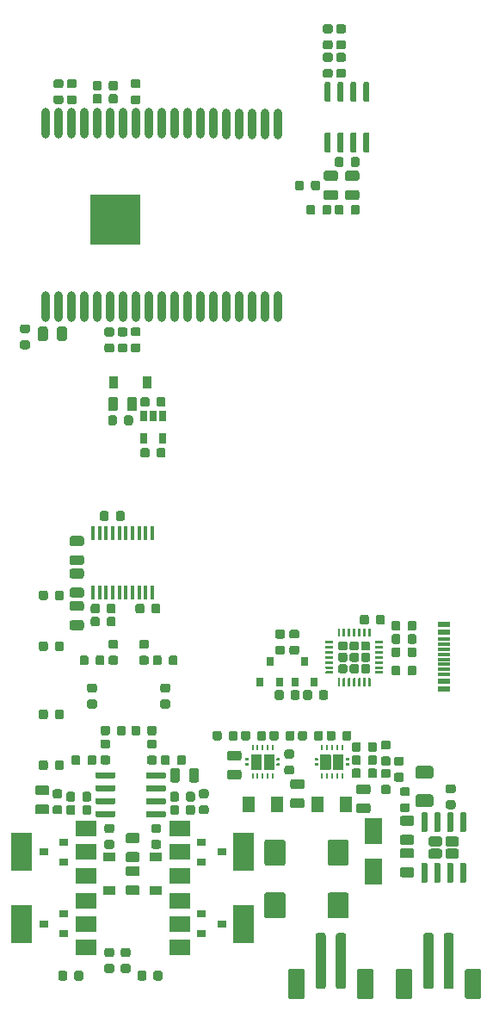
<source format=gtp>
G04 #@! TF.GenerationSoftware,KiCad,Pcbnew,5.1.5+dfsg1-2build2*
G04 #@! TF.CreationDate,2021-01-13T21:24:21+01:00*
G04 #@! TF.ProjectId,sony-scopeman,736f6e79-2d73-4636-9f70-656d616e2e6b,rev?*
G04 #@! TF.SameCoordinates,Original*
G04 #@! TF.FileFunction,Paste,Top*
G04 #@! TF.FilePolarity,Positive*
%FSLAX46Y46*%
G04 Gerber Fmt 4.6, Leading zero omitted, Abs format (unit mm)*
G04 Created by KiCad (PCBNEW 5.1.5+dfsg1-2build2) date 2021-01-13 21:24:21*
%MOMM*%
%LPD*%
G04 APERTURE LIST*
%ADD10C,0.100000*%
%ADD11R,0.240000X0.600000*%
%ADD12R,0.900000X0.800000*%
%ADD13R,1.200000X1.600000*%
%ADD14R,0.900000X1.200000*%
%ADD15R,1.800000X2.500000*%
%ADD16R,1.200000X0.900000*%
%ADD17R,0.650000X1.060000*%
%ADD18R,5.000000X5.000000*%
%ADD19O,0.900000X3.000000*%
%ADD20R,0.450000X1.450000*%
%ADD21R,0.800000X0.900000*%
%ADD22R,2.000000X1.500000*%
%ADD23R,2.000000X3.800000*%
%ADD24R,1.160000X0.600000*%
%ADD25R,1.160000X0.300000*%
G04 APERTURE END LIST*
D10*
G36*
X118552691Y-88126053D02*
G01*
X118573926Y-88129203D01*
X118594750Y-88134419D01*
X118614962Y-88141651D01*
X118634368Y-88150830D01*
X118652781Y-88161866D01*
X118670024Y-88174654D01*
X118685930Y-88189070D01*
X118700346Y-88204976D01*
X118713134Y-88222219D01*
X118724170Y-88240632D01*
X118733349Y-88260038D01*
X118740581Y-88280250D01*
X118745797Y-88301074D01*
X118748947Y-88322309D01*
X118750000Y-88343750D01*
X118750000Y-88856250D01*
X118748947Y-88877691D01*
X118745797Y-88898926D01*
X118740581Y-88919750D01*
X118733349Y-88939962D01*
X118724170Y-88959368D01*
X118713134Y-88977781D01*
X118700346Y-88995024D01*
X118685930Y-89010930D01*
X118670024Y-89025346D01*
X118652781Y-89038134D01*
X118634368Y-89049170D01*
X118614962Y-89058349D01*
X118594750Y-89065581D01*
X118573926Y-89070797D01*
X118552691Y-89073947D01*
X118531250Y-89075000D01*
X118093750Y-89075000D01*
X118072309Y-89073947D01*
X118051074Y-89070797D01*
X118030250Y-89065581D01*
X118010038Y-89058349D01*
X117990632Y-89049170D01*
X117972219Y-89038134D01*
X117954976Y-89025346D01*
X117939070Y-89010930D01*
X117924654Y-88995024D01*
X117911866Y-88977781D01*
X117900830Y-88959368D01*
X117891651Y-88939962D01*
X117884419Y-88919750D01*
X117879203Y-88898926D01*
X117876053Y-88877691D01*
X117875000Y-88856250D01*
X117875000Y-88343750D01*
X117876053Y-88322309D01*
X117879203Y-88301074D01*
X117884419Y-88280250D01*
X117891651Y-88260038D01*
X117900830Y-88240632D01*
X117911866Y-88222219D01*
X117924654Y-88204976D01*
X117939070Y-88189070D01*
X117954976Y-88174654D01*
X117972219Y-88161866D01*
X117990632Y-88150830D01*
X118010038Y-88141651D01*
X118030250Y-88134419D01*
X118051074Y-88129203D01*
X118072309Y-88126053D01*
X118093750Y-88125000D01*
X118531250Y-88125000D01*
X118552691Y-88126053D01*
G37*
G36*
X120127691Y-88126053D02*
G01*
X120148926Y-88129203D01*
X120169750Y-88134419D01*
X120189962Y-88141651D01*
X120209368Y-88150830D01*
X120227781Y-88161866D01*
X120245024Y-88174654D01*
X120260930Y-88189070D01*
X120275346Y-88204976D01*
X120288134Y-88222219D01*
X120299170Y-88240632D01*
X120308349Y-88260038D01*
X120315581Y-88280250D01*
X120320797Y-88301074D01*
X120323947Y-88322309D01*
X120325000Y-88343750D01*
X120325000Y-88856250D01*
X120323947Y-88877691D01*
X120320797Y-88898926D01*
X120315581Y-88919750D01*
X120308349Y-88939962D01*
X120299170Y-88959368D01*
X120288134Y-88977781D01*
X120275346Y-88995024D01*
X120260930Y-89010930D01*
X120245024Y-89025346D01*
X120227781Y-89038134D01*
X120209368Y-89049170D01*
X120189962Y-89058349D01*
X120169750Y-89065581D01*
X120148926Y-89070797D01*
X120127691Y-89073947D01*
X120106250Y-89075000D01*
X119668750Y-89075000D01*
X119647309Y-89073947D01*
X119626074Y-89070797D01*
X119605250Y-89065581D01*
X119585038Y-89058349D01*
X119565632Y-89049170D01*
X119547219Y-89038134D01*
X119529976Y-89025346D01*
X119514070Y-89010930D01*
X119499654Y-88995024D01*
X119486866Y-88977781D01*
X119475830Y-88959368D01*
X119466651Y-88939962D01*
X119459419Y-88919750D01*
X119454203Y-88898926D01*
X119451053Y-88877691D01*
X119450000Y-88856250D01*
X119450000Y-88343750D01*
X119451053Y-88322309D01*
X119454203Y-88301074D01*
X119459419Y-88280250D01*
X119466651Y-88260038D01*
X119475830Y-88240632D01*
X119486866Y-88222219D01*
X119499654Y-88204976D01*
X119514070Y-88189070D01*
X119529976Y-88174654D01*
X119547219Y-88161866D01*
X119565632Y-88150830D01*
X119585038Y-88141651D01*
X119605250Y-88134419D01*
X119626074Y-88129203D01*
X119647309Y-88126053D01*
X119668750Y-88125000D01*
X120106250Y-88125000D01*
X120127691Y-88126053D01*
G37*
G36*
X113852691Y-53326053D02*
G01*
X113873926Y-53329203D01*
X113894750Y-53334419D01*
X113914962Y-53341651D01*
X113934368Y-53350830D01*
X113952781Y-53361866D01*
X113970024Y-53374654D01*
X113985930Y-53389070D01*
X114000346Y-53404976D01*
X114013134Y-53422219D01*
X114024170Y-53440632D01*
X114033349Y-53460038D01*
X114040581Y-53480250D01*
X114045797Y-53501074D01*
X114048947Y-53522309D01*
X114050000Y-53543750D01*
X114050000Y-54056250D01*
X114048947Y-54077691D01*
X114045797Y-54098926D01*
X114040581Y-54119750D01*
X114033349Y-54139962D01*
X114024170Y-54159368D01*
X114013134Y-54177781D01*
X114000346Y-54195024D01*
X113985930Y-54210930D01*
X113970024Y-54225346D01*
X113952781Y-54238134D01*
X113934368Y-54249170D01*
X113914962Y-54258349D01*
X113894750Y-54265581D01*
X113873926Y-54270797D01*
X113852691Y-54273947D01*
X113831250Y-54275000D01*
X113393750Y-54275000D01*
X113372309Y-54273947D01*
X113351074Y-54270797D01*
X113330250Y-54265581D01*
X113310038Y-54258349D01*
X113290632Y-54249170D01*
X113272219Y-54238134D01*
X113254976Y-54225346D01*
X113239070Y-54210930D01*
X113224654Y-54195024D01*
X113211866Y-54177781D01*
X113200830Y-54159368D01*
X113191651Y-54139962D01*
X113184419Y-54119750D01*
X113179203Y-54098926D01*
X113176053Y-54077691D01*
X113175000Y-54056250D01*
X113175000Y-53543750D01*
X113176053Y-53522309D01*
X113179203Y-53501074D01*
X113184419Y-53480250D01*
X113191651Y-53460038D01*
X113200830Y-53440632D01*
X113211866Y-53422219D01*
X113224654Y-53404976D01*
X113239070Y-53389070D01*
X113254976Y-53374654D01*
X113272219Y-53361866D01*
X113290632Y-53350830D01*
X113310038Y-53341651D01*
X113330250Y-53334419D01*
X113351074Y-53329203D01*
X113372309Y-53326053D01*
X113393750Y-53325000D01*
X113831250Y-53325000D01*
X113852691Y-53326053D01*
G37*
G36*
X115427691Y-53326053D02*
G01*
X115448926Y-53329203D01*
X115469750Y-53334419D01*
X115489962Y-53341651D01*
X115509368Y-53350830D01*
X115527781Y-53361866D01*
X115545024Y-53374654D01*
X115560930Y-53389070D01*
X115575346Y-53404976D01*
X115588134Y-53422219D01*
X115599170Y-53440632D01*
X115608349Y-53460038D01*
X115615581Y-53480250D01*
X115620797Y-53501074D01*
X115623947Y-53522309D01*
X115625000Y-53543750D01*
X115625000Y-54056250D01*
X115623947Y-54077691D01*
X115620797Y-54098926D01*
X115615581Y-54119750D01*
X115608349Y-54139962D01*
X115599170Y-54159368D01*
X115588134Y-54177781D01*
X115575346Y-54195024D01*
X115560930Y-54210930D01*
X115545024Y-54225346D01*
X115527781Y-54238134D01*
X115509368Y-54249170D01*
X115489962Y-54258349D01*
X115469750Y-54265581D01*
X115448926Y-54270797D01*
X115427691Y-54273947D01*
X115406250Y-54275000D01*
X114968750Y-54275000D01*
X114947309Y-54273947D01*
X114926074Y-54270797D01*
X114905250Y-54265581D01*
X114885038Y-54258349D01*
X114865632Y-54249170D01*
X114847219Y-54238134D01*
X114829976Y-54225346D01*
X114814070Y-54210930D01*
X114799654Y-54195024D01*
X114786866Y-54177781D01*
X114775830Y-54159368D01*
X114766651Y-54139962D01*
X114759419Y-54119750D01*
X114754203Y-54098926D01*
X114751053Y-54077691D01*
X114750000Y-54056250D01*
X114750000Y-53543750D01*
X114751053Y-53522309D01*
X114754203Y-53501074D01*
X114759419Y-53480250D01*
X114766651Y-53460038D01*
X114775830Y-53440632D01*
X114786866Y-53422219D01*
X114799654Y-53404976D01*
X114814070Y-53389070D01*
X114829976Y-53374654D01*
X114847219Y-53361866D01*
X114865632Y-53350830D01*
X114885038Y-53341651D01*
X114905250Y-53334419D01*
X114926074Y-53329203D01*
X114947309Y-53326053D01*
X114968750Y-53325000D01*
X115406250Y-53325000D01*
X115427691Y-53326053D01*
G37*
G36*
X113852691Y-52026053D02*
G01*
X113873926Y-52029203D01*
X113894750Y-52034419D01*
X113914962Y-52041651D01*
X113934368Y-52050830D01*
X113952781Y-52061866D01*
X113970024Y-52074654D01*
X113985930Y-52089070D01*
X114000346Y-52104976D01*
X114013134Y-52122219D01*
X114024170Y-52140632D01*
X114033349Y-52160038D01*
X114040581Y-52180250D01*
X114045797Y-52201074D01*
X114048947Y-52222309D01*
X114050000Y-52243750D01*
X114050000Y-52756250D01*
X114048947Y-52777691D01*
X114045797Y-52798926D01*
X114040581Y-52819750D01*
X114033349Y-52839962D01*
X114024170Y-52859368D01*
X114013134Y-52877781D01*
X114000346Y-52895024D01*
X113985930Y-52910930D01*
X113970024Y-52925346D01*
X113952781Y-52938134D01*
X113934368Y-52949170D01*
X113914962Y-52958349D01*
X113894750Y-52965581D01*
X113873926Y-52970797D01*
X113852691Y-52973947D01*
X113831250Y-52975000D01*
X113393750Y-52975000D01*
X113372309Y-52973947D01*
X113351074Y-52970797D01*
X113330250Y-52965581D01*
X113310038Y-52958349D01*
X113290632Y-52949170D01*
X113272219Y-52938134D01*
X113254976Y-52925346D01*
X113239070Y-52910930D01*
X113224654Y-52895024D01*
X113211866Y-52877781D01*
X113200830Y-52859368D01*
X113191651Y-52839962D01*
X113184419Y-52819750D01*
X113179203Y-52798926D01*
X113176053Y-52777691D01*
X113175000Y-52756250D01*
X113175000Y-52243750D01*
X113176053Y-52222309D01*
X113179203Y-52201074D01*
X113184419Y-52180250D01*
X113191651Y-52160038D01*
X113200830Y-52140632D01*
X113211866Y-52122219D01*
X113224654Y-52104976D01*
X113239070Y-52089070D01*
X113254976Y-52074654D01*
X113272219Y-52061866D01*
X113290632Y-52050830D01*
X113310038Y-52041651D01*
X113330250Y-52034419D01*
X113351074Y-52029203D01*
X113372309Y-52026053D01*
X113393750Y-52025000D01*
X113831250Y-52025000D01*
X113852691Y-52026053D01*
G37*
G36*
X115427691Y-52026053D02*
G01*
X115448926Y-52029203D01*
X115469750Y-52034419D01*
X115489962Y-52041651D01*
X115509368Y-52050830D01*
X115527781Y-52061866D01*
X115545024Y-52074654D01*
X115560930Y-52089070D01*
X115575346Y-52104976D01*
X115588134Y-52122219D01*
X115599170Y-52140632D01*
X115608349Y-52160038D01*
X115615581Y-52180250D01*
X115620797Y-52201074D01*
X115623947Y-52222309D01*
X115625000Y-52243750D01*
X115625000Y-52756250D01*
X115623947Y-52777691D01*
X115620797Y-52798926D01*
X115615581Y-52819750D01*
X115608349Y-52839962D01*
X115599170Y-52859368D01*
X115588134Y-52877781D01*
X115575346Y-52895024D01*
X115560930Y-52910930D01*
X115545024Y-52925346D01*
X115527781Y-52938134D01*
X115509368Y-52949170D01*
X115489962Y-52958349D01*
X115469750Y-52965581D01*
X115448926Y-52970797D01*
X115427691Y-52973947D01*
X115406250Y-52975000D01*
X114968750Y-52975000D01*
X114947309Y-52973947D01*
X114926074Y-52970797D01*
X114905250Y-52965581D01*
X114885038Y-52958349D01*
X114865632Y-52949170D01*
X114847219Y-52938134D01*
X114829976Y-52925346D01*
X114814070Y-52910930D01*
X114799654Y-52895024D01*
X114786866Y-52877781D01*
X114775830Y-52859368D01*
X114766651Y-52839962D01*
X114759419Y-52819750D01*
X114754203Y-52798926D01*
X114751053Y-52777691D01*
X114750000Y-52756250D01*
X114750000Y-52243750D01*
X114751053Y-52222309D01*
X114754203Y-52201074D01*
X114759419Y-52180250D01*
X114766651Y-52160038D01*
X114775830Y-52140632D01*
X114786866Y-52122219D01*
X114799654Y-52104976D01*
X114814070Y-52089070D01*
X114829976Y-52074654D01*
X114847219Y-52061866D01*
X114865632Y-52050830D01*
X114885038Y-52041651D01*
X114905250Y-52034419D01*
X114926074Y-52029203D01*
X114947309Y-52026053D01*
X114968750Y-52025000D01*
X115406250Y-52025000D01*
X115427691Y-52026053D01*
G37*
D11*
X128900000Y-117600000D03*
X129400000Y-117600000D03*
X129900000Y-117600000D03*
X130400000Y-117600000D03*
X130900000Y-117600000D03*
X130900000Y-120400000D03*
X130400000Y-120400000D03*
X129900000Y-120400000D03*
X129400000Y-120400000D03*
X128900000Y-120400000D03*
D10*
G36*
X131577450Y-118625120D02*
G01*
X131579877Y-118625480D01*
X131582257Y-118626076D01*
X131584567Y-118626903D01*
X131586785Y-118627952D01*
X131588889Y-118629213D01*
X131590860Y-118630675D01*
X131592678Y-118632322D01*
X131594325Y-118634140D01*
X131595787Y-118636111D01*
X131597048Y-118638215D01*
X131598097Y-118640433D01*
X131598924Y-118642743D01*
X131599520Y-118645123D01*
X131599880Y-118647550D01*
X131600000Y-118650000D01*
X131600000Y-118850000D01*
X131599880Y-118852450D01*
X131599520Y-118854877D01*
X131598924Y-118857257D01*
X131598097Y-118859567D01*
X131597048Y-118861785D01*
X131595787Y-118863889D01*
X131594325Y-118865860D01*
X131592678Y-118867678D01*
X131590860Y-118869325D01*
X131588889Y-118870787D01*
X131586785Y-118872048D01*
X131584567Y-118873097D01*
X131582257Y-118873924D01*
X131579877Y-118874520D01*
X131577450Y-118874880D01*
X131575000Y-118875000D01*
X131285000Y-118875000D01*
X131282550Y-118874880D01*
X131280123Y-118874520D01*
X131277743Y-118873924D01*
X131275433Y-118873097D01*
X131273215Y-118872048D01*
X131271111Y-118870787D01*
X131269140Y-118869325D01*
X131267322Y-118867678D01*
X131265675Y-118865860D01*
X131264213Y-118863889D01*
X131262952Y-118861785D01*
X131261903Y-118859567D01*
X131261076Y-118857257D01*
X131260480Y-118854877D01*
X131260120Y-118852450D01*
X131260000Y-118850000D01*
X131260000Y-118650000D01*
X131260120Y-118647550D01*
X131260480Y-118645123D01*
X131261076Y-118642743D01*
X131261903Y-118640433D01*
X131262952Y-118638215D01*
X131264213Y-118636111D01*
X131265675Y-118634140D01*
X131267322Y-118632322D01*
X131269140Y-118630675D01*
X131271111Y-118629213D01*
X131273215Y-118627952D01*
X131275433Y-118626903D01*
X131277743Y-118626076D01*
X131280123Y-118625480D01*
X131282550Y-118625120D01*
X131285000Y-118625000D01*
X131575000Y-118625000D01*
X131577450Y-118625120D01*
G37*
G36*
X131577450Y-119125120D02*
G01*
X131579877Y-119125480D01*
X131582257Y-119126076D01*
X131584567Y-119126903D01*
X131586785Y-119127952D01*
X131588889Y-119129213D01*
X131590860Y-119130675D01*
X131592678Y-119132322D01*
X131594325Y-119134140D01*
X131595787Y-119136111D01*
X131597048Y-119138215D01*
X131598097Y-119140433D01*
X131598924Y-119142743D01*
X131599520Y-119145123D01*
X131599880Y-119147550D01*
X131600000Y-119150000D01*
X131600000Y-119350000D01*
X131599880Y-119352450D01*
X131599520Y-119354877D01*
X131598924Y-119357257D01*
X131598097Y-119359567D01*
X131597048Y-119361785D01*
X131595787Y-119363889D01*
X131594325Y-119365860D01*
X131592678Y-119367678D01*
X131590860Y-119369325D01*
X131588889Y-119370787D01*
X131586785Y-119372048D01*
X131584567Y-119373097D01*
X131582257Y-119373924D01*
X131579877Y-119374520D01*
X131577450Y-119374880D01*
X131575000Y-119375000D01*
X131285000Y-119375000D01*
X131282550Y-119374880D01*
X131280123Y-119374520D01*
X131277743Y-119373924D01*
X131275433Y-119373097D01*
X131273215Y-119372048D01*
X131271111Y-119370787D01*
X131269140Y-119369325D01*
X131267322Y-119367678D01*
X131265675Y-119365860D01*
X131264213Y-119363889D01*
X131262952Y-119361785D01*
X131261903Y-119359567D01*
X131261076Y-119357257D01*
X131260480Y-119354877D01*
X131260120Y-119352450D01*
X131260000Y-119350000D01*
X131260000Y-119150000D01*
X131260120Y-119147550D01*
X131260480Y-119145123D01*
X131261076Y-119142743D01*
X131261903Y-119140433D01*
X131262952Y-119138215D01*
X131264213Y-119136111D01*
X131265675Y-119134140D01*
X131267322Y-119132322D01*
X131269140Y-119130675D01*
X131271111Y-119129213D01*
X131273215Y-119127952D01*
X131275433Y-119126903D01*
X131277743Y-119126076D01*
X131280123Y-119125480D01*
X131282550Y-119125120D01*
X131285000Y-119125000D01*
X131575000Y-119125000D01*
X131577450Y-119125120D01*
G37*
G36*
X128517450Y-118625120D02*
G01*
X128519877Y-118625480D01*
X128522257Y-118626076D01*
X128524567Y-118626903D01*
X128526785Y-118627952D01*
X128528889Y-118629213D01*
X128530860Y-118630675D01*
X128532678Y-118632322D01*
X128534325Y-118634140D01*
X128535787Y-118636111D01*
X128537048Y-118638215D01*
X128538097Y-118640433D01*
X128538924Y-118642743D01*
X128539520Y-118645123D01*
X128539880Y-118647550D01*
X128540000Y-118650000D01*
X128540000Y-118850000D01*
X128539880Y-118852450D01*
X128539520Y-118854877D01*
X128538924Y-118857257D01*
X128538097Y-118859567D01*
X128537048Y-118861785D01*
X128535787Y-118863889D01*
X128534325Y-118865860D01*
X128532678Y-118867678D01*
X128530860Y-118869325D01*
X128528889Y-118870787D01*
X128526785Y-118872048D01*
X128524567Y-118873097D01*
X128522257Y-118873924D01*
X128519877Y-118874520D01*
X128517450Y-118874880D01*
X128515000Y-118875000D01*
X128225000Y-118875000D01*
X128222550Y-118874880D01*
X128220123Y-118874520D01*
X128217743Y-118873924D01*
X128215433Y-118873097D01*
X128213215Y-118872048D01*
X128211111Y-118870787D01*
X128209140Y-118869325D01*
X128207322Y-118867678D01*
X128205675Y-118865860D01*
X128204213Y-118863889D01*
X128202952Y-118861785D01*
X128201903Y-118859567D01*
X128201076Y-118857257D01*
X128200480Y-118854877D01*
X128200120Y-118852450D01*
X128200000Y-118850000D01*
X128200000Y-118650000D01*
X128200120Y-118647550D01*
X128200480Y-118645123D01*
X128201076Y-118642743D01*
X128201903Y-118640433D01*
X128202952Y-118638215D01*
X128204213Y-118636111D01*
X128205675Y-118634140D01*
X128207322Y-118632322D01*
X128209140Y-118630675D01*
X128211111Y-118629213D01*
X128213215Y-118627952D01*
X128215433Y-118626903D01*
X128217743Y-118626076D01*
X128220123Y-118625480D01*
X128222550Y-118625120D01*
X128225000Y-118625000D01*
X128515000Y-118625000D01*
X128517450Y-118625120D01*
G37*
G36*
X128517450Y-119125120D02*
G01*
X128519877Y-119125480D01*
X128522257Y-119126076D01*
X128524567Y-119126903D01*
X128526785Y-119127952D01*
X128528889Y-119129213D01*
X128530860Y-119130675D01*
X128532678Y-119132322D01*
X128534325Y-119134140D01*
X128535787Y-119136111D01*
X128537048Y-119138215D01*
X128538097Y-119140433D01*
X128538924Y-119142743D01*
X128539520Y-119145123D01*
X128539880Y-119147550D01*
X128540000Y-119150000D01*
X128540000Y-119350000D01*
X128539880Y-119352450D01*
X128539520Y-119354877D01*
X128538924Y-119357257D01*
X128538097Y-119359567D01*
X128537048Y-119361785D01*
X128535787Y-119363889D01*
X128534325Y-119365860D01*
X128532678Y-119367678D01*
X128530860Y-119369325D01*
X128528889Y-119370787D01*
X128526785Y-119372048D01*
X128524567Y-119373097D01*
X128522257Y-119373924D01*
X128519877Y-119374520D01*
X128517450Y-119374880D01*
X128515000Y-119375000D01*
X128225000Y-119375000D01*
X128222550Y-119374880D01*
X128220123Y-119374520D01*
X128217743Y-119373924D01*
X128215433Y-119373097D01*
X128213215Y-119372048D01*
X128211111Y-119370787D01*
X128209140Y-119369325D01*
X128207322Y-119367678D01*
X128205675Y-119365860D01*
X128204213Y-119363889D01*
X128202952Y-119361785D01*
X128201903Y-119359567D01*
X128201076Y-119357257D01*
X128200480Y-119354877D01*
X128200120Y-119352450D01*
X128200000Y-119350000D01*
X128200000Y-119150000D01*
X128200120Y-119147550D01*
X128200480Y-119145123D01*
X128201076Y-119142743D01*
X128201903Y-119140433D01*
X128202952Y-119138215D01*
X128204213Y-119136111D01*
X128205675Y-119134140D01*
X128207322Y-119132322D01*
X128209140Y-119130675D01*
X128211111Y-119129213D01*
X128213215Y-119127952D01*
X128215433Y-119126903D01*
X128217743Y-119126076D01*
X128220123Y-119125480D01*
X128222550Y-119125120D01*
X128225000Y-119125000D01*
X128515000Y-119125000D01*
X128517450Y-119125120D01*
G37*
G36*
X129704390Y-118250510D02*
G01*
X129714680Y-118252037D01*
X129724770Y-118254564D01*
X129734564Y-118258069D01*
X129743968Y-118262516D01*
X129752890Y-118267864D01*
X129761246Y-118274061D01*
X129768953Y-118281047D01*
X129775939Y-118288754D01*
X129782136Y-118297110D01*
X129787484Y-118306032D01*
X129791931Y-118315436D01*
X129795436Y-118325230D01*
X129797963Y-118335320D01*
X129799490Y-118345610D01*
X129800000Y-118356000D01*
X129800000Y-119644000D01*
X129799490Y-119654390D01*
X129797963Y-119664680D01*
X129795436Y-119674770D01*
X129791931Y-119684564D01*
X129787484Y-119693968D01*
X129782136Y-119702890D01*
X129775939Y-119711246D01*
X129768953Y-119718953D01*
X129761246Y-119725939D01*
X129752890Y-119732136D01*
X129743968Y-119737484D01*
X129734564Y-119741931D01*
X129724770Y-119745436D01*
X129714680Y-119747963D01*
X129704390Y-119749490D01*
X129694000Y-119750000D01*
X128846000Y-119750000D01*
X128835610Y-119749490D01*
X128825320Y-119747963D01*
X128815230Y-119745436D01*
X128805436Y-119741931D01*
X128796032Y-119737484D01*
X128787110Y-119732136D01*
X128778754Y-119725939D01*
X128771047Y-119718953D01*
X128764061Y-119711246D01*
X128757864Y-119702890D01*
X128752516Y-119693968D01*
X128748069Y-119684564D01*
X128744564Y-119674770D01*
X128742037Y-119664680D01*
X128740510Y-119654390D01*
X128740000Y-119644000D01*
X128740000Y-118356000D01*
X128740510Y-118345610D01*
X128742037Y-118335320D01*
X128744564Y-118325230D01*
X128748069Y-118315436D01*
X128752516Y-118306032D01*
X128757864Y-118297110D01*
X128764061Y-118288754D01*
X128771047Y-118281047D01*
X128778754Y-118274061D01*
X128787110Y-118267864D01*
X128796032Y-118262516D01*
X128805436Y-118258069D01*
X128815230Y-118254564D01*
X128825320Y-118252037D01*
X128835610Y-118250510D01*
X128846000Y-118250000D01*
X129694000Y-118250000D01*
X129704390Y-118250510D01*
G37*
G36*
X130964390Y-118250510D02*
G01*
X130974680Y-118252037D01*
X130984770Y-118254564D01*
X130994564Y-118258069D01*
X131003968Y-118262516D01*
X131012890Y-118267864D01*
X131021246Y-118274061D01*
X131028953Y-118281047D01*
X131035939Y-118288754D01*
X131042136Y-118297110D01*
X131047484Y-118306032D01*
X131051931Y-118315436D01*
X131055436Y-118325230D01*
X131057963Y-118335320D01*
X131059490Y-118345610D01*
X131060000Y-118356000D01*
X131060000Y-119644000D01*
X131059490Y-119654390D01*
X131057963Y-119664680D01*
X131055436Y-119674770D01*
X131051931Y-119684564D01*
X131047484Y-119693968D01*
X131042136Y-119702890D01*
X131035939Y-119711246D01*
X131028953Y-119718953D01*
X131021246Y-119725939D01*
X131012890Y-119732136D01*
X131003968Y-119737484D01*
X130994564Y-119741931D01*
X130984770Y-119745436D01*
X130974680Y-119747963D01*
X130964390Y-119749490D01*
X130954000Y-119750000D01*
X130106000Y-119750000D01*
X130095610Y-119749490D01*
X130085320Y-119747963D01*
X130075230Y-119745436D01*
X130065436Y-119741931D01*
X130056032Y-119737484D01*
X130047110Y-119732136D01*
X130038754Y-119725939D01*
X130031047Y-119718953D01*
X130024061Y-119711246D01*
X130017864Y-119702890D01*
X130012516Y-119693968D01*
X130008069Y-119684564D01*
X130004564Y-119674770D01*
X130002037Y-119664680D01*
X130000510Y-119654390D01*
X130000000Y-119644000D01*
X130000000Y-118356000D01*
X130000510Y-118345610D01*
X130002037Y-118335320D01*
X130004564Y-118325230D01*
X130008069Y-118315436D01*
X130012516Y-118306032D01*
X130017864Y-118297110D01*
X130024061Y-118288754D01*
X130031047Y-118281047D01*
X130038754Y-118274061D01*
X130047110Y-118267864D01*
X130056032Y-118262516D01*
X130065436Y-118258069D01*
X130075230Y-118254564D01*
X130085320Y-118252037D01*
X130095610Y-118250510D01*
X130106000Y-118250000D01*
X130954000Y-118250000D01*
X130964390Y-118250510D01*
G37*
D11*
X137700000Y-120400000D03*
X137200000Y-120400000D03*
X136700000Y-120400000D03*
X136200000Y-120400000D03*
X135700000Y-120400000D03*
X135700000Y-117600000D03*
X136200000Y-117600000D03*
X136700000Y-117600000D03*
X137200000Y-117600000D03*
X137700000Y-117600000D03*
D10*
G36*
X135317450Y-119125120D02*
G01*
X135319877Y-119125480D01*
X135322257Y-119126076D01*
X135324567Y-119126903D01*
X135326785Y-119127952D01*
X135328889Y-119129213D01*
X135330860Y-119130675D01*
X135332678Y-119132322D01*
X135334325Y-119134140D01*
X135335787Y-119136111D01*
X135337048Y-119138215D01*
X135338097Y-119140433D01*
X135338924Y-119142743D01*
X135339520Y-119145123D01*
X135339880Y-119147550D01*
X135340000Y-119150000D01*
X135340000Y-119350000D01*
X135339880Y-119352450D01*
X135339520Y-119354877D01*
X135338924Y-119357257D01*
X135338097Y-119359567D01*
X135337048Y-119361785D01*
X135335787Y-119363889D01*
X135334325Y-119365860D01*
X135332678Y-119367678D01*
X135330860Y-119369325D01*
X135328889Y-119370787D01*
X135326785Y-119372048D01*
X135324567Y-119373097D01*
X135322257Y-119373924D01*
X135319877Y-119374520D01*
X135317450Y-119374880D01*
X135315000Y-119375000D01*
X135025000Y-119375000D01*
X135022550Y-119374880D01*
X135020123Y-119374520D01*
X135017743Y-119373924D01*
X135015433Y-119373097D01*
X135013215Y-119372048D01*
X135011111Y-119370787D01*
X135009140Y-119369325D01*
X135007322Y-119367678D01*
X135005675Y-119365860D01*
X135004213Y-119363889D01*
X135002952Y-119361785D01*
X135001903Y-119359567D01*
X135001076Y-119357257D01*
X135000480Y-119354877D01*
X135000120Y-119352450D01*
X135000000Y-119350000D01*
X135000000Y-119150000D01*
X135000120Y-119147550D01*
X135000480Y-119145123D01*
X135001076Y-119142743D01*
X135001903Y-119140433D01*
X135002952Y-119138215D01*
X135004213Y-119136111D01*
X135005675Y-119134140D01*
X135007322Y-119132322D01*
X135009140Y-119130675D01*
X135011111Y-119129213D01*
X135013215Y-119127952D01*
X135015433Y-119126903D01*
X135017743Y-119126076D01*
X135020123Y-119125480D01*
X135022550Y-119125120D01*
X135025000Y-119125000D01*
X135315000Y-119125000D01*
X135317450Y-119125120D01*
G37*
G36*
X135317450Y-118625120D02*
G01*
X135319877Y-118625480D01*
X135322257Y-118626076D01*
X135324567Y-118626903D01*
X135326785Y-118627952D01*
X135328889Y-118629213D01*
X135330860Y-118630675D01*
X135332678Y-118632322D01*
X135334325Y-118634140D01*
X135335787Y-118636111D01*
X135337048Y-118638215D01*
X135338097Y-118640433D01*
X135338924Y-118642743D01*
X135339520Y-118645123D01*
X135339880Y-118647550D01*
X135340000Y-118650000D01*
X135340000Y-118850000D01*
X135339880Y-118852450D01*
X135339520Y-118854877D01*
X135338924Y-118857257D01*
X135338097Y-118859567D01*
X135337048Y-118861785D01*
X135335787Y-118863889D01*
X135334325Y-118865860D01*
X135332678Y-118867678D01*
X135330860Y-118869325D01*
X135328889Y-118870787D01*
X135326785Y-118872048D01*
X135324567Y-118873097D01*
X135322257Y-118873924D01*
X135319877Y-118874520D01*
X135317450Y-118874880D01*
X135315000Y-118875000D01*
X135025000Y-118875000D01*
X135022550Y-118874880D01*
X135020123Y-118874520D01*
X135017743Y-118873924D01*
X135015433Y-118873097D01*
X135013215Y-118872048D01*
X135011111Y-118870787D01*
X135009140Y-118869325D01*
X135007322Y-118867678D01*
X135005675Y-118865860D01*
X135004213Y-118863889D01*
X135002952Y-118861785D01*
X135001903Y-118859567D01*
X135001076Y-118857257D01*
X135000480Y-118854877D01*
X135000120Y-118852450D01*
X135000000Y-118850000D01*
X135000000Y-118650000D01*
X135000120Y-118647550D01*
X135000480Y-118645123D01*
X135001076Y-118642743D01*
X135001903Y-118640433D01*
X135002952Y-118638215D01*
X135004213Y-118636111D01*
X135005675Y-118634140D01*
X135007322Y-118632322D01*
X135009140Y-118630675D01*
X135011111Y-118629213D01*
X135013215Y-118627952D01*
X135015433Y-118626903D01*
X135017743Y-118626076D01*
X135020123Y-118625480D01*
X135022550Y-118625120D01*
X135025000Y-118625000D01*
X135315000Y-118625000D01*
X135317450Y-118625120D01*
G37*
G36*
X138377450Y-119125120D02*
G01*
X138379877Y-119125480D01*
X138382257Y-119126076D01*
X138384567Y-119126903D01*
X138386785Y-119127952D01*
X138388889Y-119129213D01*
X138390860Y-119130675D01*
X138392678Y-119132322D01*
X138394325Y-119134140D01*
X138395787Y-119136111D01*
X138397048Y-119138215D01*
X138398097Y-119140433D01*
X138398924Y-119142743D01*
X138399520Y-119145123D01*
X138399880Y-119147550D01*
X138400000Y-119150000D01*
X138400000Y-119350000D01*
X138399880Y-119352450D01*
X138399520Y-119354877D01*
X138398924Y-119357257D01*
X138398097Y-119359567D01*
X138397048Y-119361785D01*
X138395787Y-119363889D01*
X138394325Y-119365860D01*
X138392678Y-119367678D01*
X138390860Y-119369325D01*
X138388889Y-119370787D01*
X138386785Y-119372048D01*
X138384567Y-119373097D01*
X138382257Y-119373924D01*
X138379877Y-119374520D01*
X138377450Y-119374880D01*
X138375000Y-119375000D01*
X138085000Y-119375000D01*
X138082550Y-119374880D01*
X138080123Y-119374520D01*
X138077743Y-119373924D01*
X138075433Y-119373097D01*
X138073215Y-119372048D01*
X138071111Y-119370787D01*
X138069140Y-119369325D01*
X138067322Y-119367678D01*
X138065675Y-119365860D01*
X138064213Y-119363889D01*
X138062952Y-119361785D01*
X138061903Y-119359567D01*
X138061076Y-119357257D01*
X138060480Y-119354877D01*
X138060120Y-119352450D01*
X138060000Y-119350000D01*
X138060000Y-119150000D01*
X138060120Y-119147550D01*
X138060480Y-119145123D01*
X138061076Y-119142743D01*
X138061903Y-119140433D01*
X138062952Y-119138215D01*
X138064213Y-119136111D01*
X138065675Y-119134140D01*
X138067322Y-119132322D01*
X138069140Y-119130675D01*
X138071111Y-119129213D01*
X138073215Y-119127952D01*
X138075433Y-119126903D01*
X138077743Y-119126076D01*
X138080123Y-119125480D01*
X138082550Y-119125120D01*
X138085000Y-119125000D01*
X138375000Y-119125000D01*
X138377450Y-119125120D01*
G37*
G36*
X138377450Y-118625120D02*
G01*
X138379877Y-118625480D01*
X138382257Y-118626076D01*
X138384567Y-118626903D01*
X138386785Y-118627952D01*
X138388889Y-118629213D01*
X138390860Y-118630675D01*
X138392678Y-118632322D01*
X138394325Y-118634140D01*
X138395787Y-118636111D01*
X138397048Y-118638215D01*
X138398097Y-118640433D01*
X138398924Y-118642743D01*
X138399520Y-118645123D01*
X138399880Y-118647550D01*
X138400000Y-118650000D01*
X138400000Y-118850000D01*
X138399880Y-118852450D01*
X138399520Y-118854877D01*
X138398924Y-118857257D01*
X138398097Y-118859567D01*
X138397048Y-118861785D01*
X138395787Y-118863889D01*
X138394325Y-118865860D01*
X138392678Y-118867678D01*
X138390860Y-118869325D01*
X138388889Y-118870787D01*
X138386785Y-118872048D01*
X138384567Y-118873097D01*
X138382257Y-118873924D01*
X138379877Y-118874520D01*
X138377450Y-118874880D01*
X138375000Y-118875000D01*
X138085000Y-118875000D01*
X138082550Y-118874880D01*
X138080123Y-118874520D01*
X138077743Y-118873924D01*
X138075433Y-118873097D01*
X138073215Y-118872048D01*
X138071111Y-118870787D01*
X138069140Y-118869325D01*
X138067322Y-118867678D01*
X138065675Y-118865860D01*
X138064213Y-118863889D01*
X138062952Y-118861785D01*
X138061903Y-118859567D01*
X138061076Y-118857257D01*
X138060480Y-118854877D01*
X138060120Y-118852450D01*
X138060000Y-118850000D01*
X138060000Y-118650000D01*
X138060120Y-118647550D01*
X138060480Y-118645123D01*
X138061076Y-118642743D01*
X138061903Y-118640433D01*
X138062952Y-118638215D01*
X138064213Y-118636111D01*
X138065675Y-118634140D01*
X138067322Y-118632322D01*
X138069140Y-118630675D01*
X138071111Y-118629213D01*
X138073215Y-118627952D01*
X138075433Y-118626903D01*
X138077743Y-118626076D01*
X138080123Y-118625480D01*
X138082550Y-118625120D01*
X138085000Y-118625000D01*
X138375000Y-118625000D01*
X138377450Y-118625120D01*
G37*
G36*
X137764390Y-118250510D02*
G01*
X137774680Y-118252037D01*
X137784770Y-118254564D01*
X137794564Y-118258069D01*
X137803968Y-118262516D01*
X137812890Y-118267864D01*
X137821246Y-118274061D01*
X137828953Y-118281047D01*
X137835939Y-118288754D01*
X137842136Y-118297110D01*
X137847484Y-118306032D01*
X137851931Y-118315436D01*
X137855436Y-118325230D01*
X137857963Y-118335320D01*
X137859490Y-118345610D01*
X137860000Y-118356000D01*
X137860000Y-119644000D01*
X137859490Y-119654390D01*
X137857963Y-119664680D01*
X137855436Y-119674770D01*
X137851931Y-119684564D01*
X137847484Y-119693968D01*
X137842136Y-119702890D01*
X137835939Y-119711246D01*
X137828953Y-119718953D01*
X137821246Y-119725939D01*
X137812890Y-119732136D01*
X137803968Y-119737484D01*
X137794564Y-119741931D01*
X137784770Y-119745436D01*
X137774680Y-119747963D01*
X137764390Y-119749490D01*
X137754000Y-119750000D01*
X136906000Y-119750000D01*
X136895610Y-119749490D01*
X136885320Y-119747963D01*
X136875230Y-119745436D01*
X136865436Y-119741931D01*
X136856032Y-119737484D01*
X136847110Y-119732136D01*
X136838754Y-119725939D01*
X136831047Y-119718953D01*
X136824061Y-119711246D01*
X136817864Y-119702890D01*
X136812516Y-119693968D01*
X136808069Y-119684564D01*
X136804564Y-119674770D01*
X136802037Y-119664680D01*
X136800510Y-119654390D01*
X136800000Y-119644000D01*
X136800000Y-118356000D01*
X136800510Y-118345610D01*
X136802037Y-118335320D01*
X136804564Y-118325230D01*
X136808069Y-118315436D01*
X136812516Y-118306032D01*
X136817864Y-118297110D01*
X136824061Y-118288754D01*
X136831047Y-118281047D01*
X136838754Y-118274061D01*
X136847110Y-118267864D01*
X136856032Y-118262516D01*
X136865436Y-118258069D01*
X136875230Y-118254564D01*
X136885320Y-118252037D01*
X136895610Y-118250510D01*
X136906000Y-118250000D01*
X137754000Y-118250000D01*
X137764390Y-118250510D01*
G37*
G36*
X136504390Y-118250510D02*
G01*
X136514680Y-118252037D01*
X136524770Y-118254564D01*
X136534564Y-118258069D01*
X136543968Y-118262516D01*
X136552890Y-118267864D01*
X136561246Y-118274061D01*
X136568953Y-118281047D01*
X136575939Y-118288754D01*
X136582136Y-118297110D01*
X136587484Y-118306032D01*
X136591931Y-118315436D01*
X136595436Y-118325230D01*
X136597963Y-118335320D01*
X136599490Y-118345610D01*
X136600000Y-118356000D01*
X136600000Y-119644000D01*
X136599490Y-119654390D01*
X136597963Y-119664680D01*
X136595436Y-119674770D01*
X136591931Y-119684564D01*
X136587484Y-119693968D01*
X136582136Y-119702890D01*
X136575939Y-119711246D01*
X136568953Y-119718953D01*
X136561246Y-119725939D01*
X136552890Y-119732136D01*
X136543968Y-119737484D01*
X136534564Y-119741931D01*
X136524770Y-119745436D01*
X136514680Y-119747963D01*
X136504390Y-119749490D01*
X136494000Y-119750000D01*
X135646000Y-119750000D01*
X135635610Y-119749490D01*
X135625320Y-119747963D01*
X135615230Y-119745436D01*
X135605436Y-119741931D01*
X135596032Y-119737484D01*
X135587110Y-119732136D01*
X135578754Y-119725939D01*
X135571047Y-119718953D01*
X135564061Y-119711246D01*
X135557864Y-119702890D01*
X135552516Y-119693968D01*
X135548069Y-119684564D01*
X135544564Y-119674770D01*
X135542037Y-119664680D01*
X135540510Y-119654390D01*
X135540000Y-119644000D01*
X135540000Y-118356000D01*
X135540510Y-118345610D01*
X135542037Y-118335320D01*
X135544564Y-118325230D01*
X135548069Y-118315436D01*
X135552516Y-118306032D01*
X135557864Y-118297110D01*
X135564061Y-118288754D01*
X135571047Y-118281047D01*
X135578754Y-118274061D01*
X135587110Y-118267864D01*
X135596032Y-118262516D01*
X135605436Y-118258069D01*
X135615230Y-118254564D01*
X135625320Y-118252037D01*
X135635610Y-118250510D01*
X135646000Y-118250000D01*
X136494000Y-118250000D01*
X136504390Y-118250510D01*
G37*
G36*
X108530142Y-76201174D02*
G01*
X108553803Y-76204684D01*
X108577007Y-76210496D01*
X108599529Y-76218554D01*
X108621153Y-76228782D01*
X108641670Y-76241079D01*
X108660883Y-76255329D01*
X108678607Y-76271393D01*
X108694671Y-76289117D01*
X108708921Y-76308330D01*
X108721218Y-76328847D01*
X108731446Y-76350471D01*
X108739504Y-76372993D01*
X108745316Y-76396197D01*
X108748826Y-76419858D01*
X108750000Y-76443750D01*
X108750000Y-77356250D01*
X108748826Y-77380142D01*
X108745316Y-77403803D01*
X108739504Y-77427007D01*
X108731446Y-77449529D01*
X108721218Y-77471153D01*
X108708921Y-77491670D01*
X108694671Y-77510883D01*
X108678607Y-77528607D01*
X108660883Y-77544671D01*
X108641670Y-77558921D01*
X108621153Y-77571218D01*
X108599529Y-77581446D01*
X108577007Y-77589504D01*
X108553803Y-77595316D01*
X108530142Y-77598826D01*
X108506250Y-77600000D01*
X108018750Y-77600000D01*
X107994858Y-77598826D01*
X107971197Y-77595316D01*
X107947993Y-77589504D01*
X107925471Y-77581446D01*
X107903847Y-77571218D01*
X107883330Y-77558921D01*
X107864117Y-77544671D01*
X107846393Y-77528607D01*
X107830329Y-77510883D01*
X107816079Y-77491670D01*
X107803782Y-77471153D01*
X107793554Y-77449529D01*
X107785496Y-77427007D01*
X107779684Y-77403803D01*
X107776174Y-77380142D01*
X107775000Y-77356250D01*
X107775000Y-76443750D01*
X107776174Y-76419858D01*
X107779684Y-76396197D01*
X107785496Y-76372993D01*
X107793554Y-76350471D01*
X107803782Y-76328847D01*
X107816079Y-76308330D01*
X107830329Y-76289117D01*
X107846393Y-76271393D01*
X107864117Y-76255329D01*
X107883330Y-76241079D01*
X107903847Y-76228782D01*
X107925471Y-76218554D01*
X107947993Y-76210496D01*
X107971197Y-76204684D01*
X107994858Y-76201174D01*
X108018750Y-76200000D01*
X108506250Y-76200000D01*
X108530142Y-76201174D01*
G37*
G36*
X110405142Y-76201174D02*
G01*
X110428803Y-76204684D01*
X110452007Y-76210496D01*
X110474529Y-76218554D01*
X110496153Y-76228782D01*
X110516670Y-76241079D01*
X110535883Y-76255329D01*
X110553607Y-76271393D01*
X110569671Y-76289117D01*
X110583921Y-76308330D01*
X110596218Y-76328847D01*
X110606446Y-76350471D01*
X110614504Y-76372993D01*
X110620316Y-76396197D01*
X110623826Y-76419858D01*
X110625000Y-76443750D01*
X110625000Y-77356250D01*
X110623826Y-77380142D01*
X110620316Y-77403803D01*
X110614504Y-77427007D01*
X110606446Y-77449529D01*
X110596218Y-77471153D01*
X110583921Y-77491670D01*
X110569671Y-77510883D01*
X110553607Y-77528607D01*
X110535883Y-77544671D01*
X110516670Y-77558921D01*
X110496153Y-77571218D01*
X110474529Y-77581446D01*
X110452007Y-77589504D01*
X110428803Y-77595316D01*
X110405142Y-77598826D01*
X110381250Y-77600000D01*
X109893750Y-77600000D01*
X109869858Y-77598826D01*
X109846197Y-77595316D01*
X109822993Y-77589504D01*
X109800471Y-77581446D01*
X109778847Y-77571218D01*
X109758330Y-77558921D01*
X109739117Y-77544671D01*
X109721393Y-77528607D01*
X109705329Y-77510883D01*
X109691079Y-77491670D01*
X109678782Y-77471153D01*
X109668554Y-77449529D01*
X109660496Y-77427007D01*
X109654684Y-77403803D01*
X109651174Y-77380142D01*
X109650000Y-77356250D01*
X109650000Y-76443750D01*
X109651174Y-76419858D01*
X109654684Y-76396197D01*
X109660496Y-76372993D01*
X109668554Y-76350471D01*
X109678782Y-76328847D01*
X109691079Y-76308330D01*
X109705329Y-76289117D01*
X109721393Y-76271393D01*
X109739117Y-76255329D01*
X109758330Y-76241079D01*
X109778847Y-76228782D01*
X109800471Y-76218554D01*
X109822993Y-76210496D01*
X109846197Y-76204684D01*
X109869858Y-76201174D01*
X109893750Y-76200000D01*
X110381250Y-76200000D01*
X110405142Y-76201174D01*
G37*
G36*
X127580142Y-117876174D02*
G01*
X127603803Y-117879684D01*
X127627007Y-117885496D01*
X127649529Y-117893554D01*
X127671153Y-117903782D01*
X127691670Y-117916079D01*
X127710883Y-117930329D01*
X127728607Y-117946393D01*
X127744671Y-117964117D01*
X127758921Y-117983330D01*
X127771218Y-118003847D01*
X127781446Y-118025471D01*
X127789504Y-118047993D01*
X127795316Y-118071197D01*
X127798826Y-118094858D01*
X127800000Y-118118750D01*
X127800000Y-118606250D01*
X127798826Y-118630142D01*
X127795316Y-118653803D01*
X127789504Y-118677007D01*
X127781446Y-118699529D01*
X127771218Y-118721153D01*
X127758921Y-118741670D01*
X127744671Y-118760883D01*
X127728607Y-118778607D01*
X127710883Y-118794671D01*
X127691670Y-118808921D01*
X127671153Y-118821218D01*
X127649529Y-118831446D01*
X127627007Y-118839504D01*
X127603803Y-118845316D01*
X127580142Y-118848826D01*
X127556250Y-118850000D01*
X126643750Y-118850000D01*
X126619858Y-118848826D01*
X126596197Y-118845316D01*
X126572993Y-118839504D01*
X126550471Y-118831446D01*
X126528847Y-118821218D01*
X126508330Y-118808921D01*
X126489117Y-118794671D01*
X126471393Y-118778607D01*
X126455329Y-118760883D01*
X126441079Y-118741670D01*
X126428782Y-118721153D01*
X126418554Y-118699529D01*
X126410496Y-118677007D01*
X126404684Y-118653803D01*
X126401174Y-118630142D01*
X126400000Y-118606250D01*
X126400000Y-118118750D01*
X126401174Y-118094858D01*
X126404684Y-118071197D01*
X126410496Y-118047993D01*
X126418554Y-118025471D01*
X126428782Y-118003847D01*
X126441079Y-117983330D01*
X126455329Y-117964117D01*
X126471393Y-117946393D01*
X126489117Y-117930329D01*
X126508330Y-117916079D01*
X126528847Y-117903782D01*
X126550471Y-117893554D01*
X126572993Y-117885496D01*
X126596197Y-117879684D01*
X126619858Y-117876174D01*
X126643750Y-117875000D01*
X127556250Y-117875000D01*
X127580142Y-117876174D01*
G37*
G36*
X127580142Y-119751174D02*
G01*
X127603803Y-119754684D01*
X127627007Y-119760496D01*
X127649529Y-119768554D01*
X127671153Y-119778782D01*
X127691670Y-119791079D01*
X127710883Y-119805329D01*
X127728607Y-119821393D01*
X127744671Y-119839117D01*
X127758921Y-119858330D01*
X127771218Y-119878847D01*
X127781446Y-119900471D01*
X127789504Y-119922993D01*
X127795316Y-119946197D01*
X127798826Y-119969858D01*
X127800000Y-119993750D01*
X127800000Y-120481250D01*
X127798826Y-120505142D01*
X127795316Y-120528803D01*
X127789504Y-120552007D01*
X127781446Y-120574529D01*
X127771218Y-120596153D01*
X127758921Y-120616670D01*
X127744671Y-120635883D01*
X127728607Y-120653607D01*
X127710883Y-120669671D01*
X127691670Y-120683921D01*
X127671153Y-120696218D01*
X127649529Y-120706446D01*
X127627007Y-120714504D01*
X127603803Y-120720316D01*
X127580142Y-120723826D01*
X127556250Y-120725000D01*
X126643750Y-120725000D01*
X126619858Y-120723826D01*
X126596197Y-120720316D01*
X126572993Y-120714504D01*
X126550471Y-120706446D01*
X126528847Y-120696218D01*
X126508330Y-120683921D01*
X126489117Y-120669671D01*
X126471393Y-120653607D01*
X126455329Y-120635883D01*
X126441079Y-120616670D01*
X126428782Y-120596153D01*
X126418554Y-120574529D01*
X126410496Y-120552007D01*
X126404684Y-120528803D01*
X126401174Y-120505142D01*
X126400000Y-120481250D01*
X126400000Y-119993750D01*
X126401174Y-119969858D01*
X126404684Y-119946197D01*
X126410496Y-119922993D01*
X126418554Y-119900471D01*
X126428782Y-119878847D01*
X126441079Y-119858330D01*
X126455329Y-119839117D01*
X126471393Y-119821393D01*
X126489117Y-119805329D01*
X126508330Y-119791079D01*
X126528847Y-119778782D01*
X126550471Y-119768554D01*
X126572993Y-119760496D01*
X126596197Y-119754684D01*
X126619858Y-119751174D01*
X126643750Y-119750000D01*
X127556250Y-119750000D01*
X127580142Y-119751174D01*
G37*
G36*
X144580142Y-127476174D02*
G01*
X144603803Y-127479684D01*
X144627007Y-127485496D01*
X144649529Y-127493554D01*
X144671153Y-127503782D01*
X144691670Y-127516079D01*
X144710883Y-127530329D01*
X144728607Y-127546393D01*
X144744671Y-127564117D01*
X144758921Y-127583330D01*
X144771218Y-127603847D01*
X144781446Y-127625471D01*
X144789504Y-127647993D01*
X144795316Y-127671197D01*
X144798826Y-127694858D01*
X144800000Y-127718750D01*
X144800000Y-128206250D01*
X144798826Y-128230142D01*
X144795316Y-128253803D01*
X144789504Y-128277007D01*
X144781446Y-128299529D01*
X144771218Y-128321153D01*
X144758921Y-128341670D01*
X144744671Y-128360883D01*
X144728607Y-128378607D01*
X144710883Y-128394671D01*
X144691670Y-128408921D01*
X144671153Y-128421218D01*
X144649529Y-128431446D01*
X144627007Y-128439504D01*
X144603803Y-128445316D01*
X144580142Y-128448826D01*
X144556250Y-128450000D01*
X143643750Y-128450000D01*
X143619858Y-128448826D01*
X143596197Y-128445316D01*
X143572993Y-128439504D01*
X143550471Y-128431446D01*
X143528847Y-128421218D01*
X143508330Y-128408921D01*
X143489117Y-128394671D01*
X143471393Y-128378607D01*
X143455329Y-128360883D01*
X143441079Y-128341670D01*
X143428782Y-128321153D01*
X143418554Y-128299529D01*
X143410496Y-128277007D01*
X143404684Y-128253803D01*
X143401174Y-128230142D01*
X143400000Y-128206250D01*
X143400000Y-127718750D01*
X143401174Y-127694858D01*
X143404684Y-127671197D01*
X143410496Y-127647993D01*
X143418554Y-127625471D01*
X143428782Y-127603847D01*
X143441079Y-127583330D01*
X143455329Y-127564117D01*
X143471393Y-127546393D01*
X143489117Y-127530329D01*
X143508330Y-127516079D01*
X143528847Y-127503782D01*
X143550471Y-127493554D01*
X143572993Y-127485496D01*
X143596197Y-127479684D01*
X143619858Y-127476174D01*
X143643750Y-127475000D01*
X144556250Y-127475000D01*
X144580142Y-127476174D01*
G37*
G36*
X144580142Y-129351174D02*
G01*
X144603803Y-129354684D01*
X144627007Y-129360496D01*
X144649529Y-129368554D01*
X144671153Y-129378782D01*
X144691670Y-129391079D01*
X144710883Y-129405329D01*
X144728607Y-129421393D01*
X144744671Y-129439117D01*
X144758921Y-129458330D01*
X144771218Y-129478847D01*
X144781446Y-129500471D01*
X144789504Y-129522993D01*
X144795316Y-129546197D01*
X144798826Y-129569858D01*
X144800000Y-129593750D01*
X144800000Y-130081250D01*
X144798826Y-130105142D01*
X144795316Y-130128803D01*
X144789504Y-130152007D01*
X144781446Y-130174529D01*
X144771218Y-130196153D01*
X144758921Y-130216670D01*
X144744671Y-130235883D01*
X144728607Y-130253607D01*
X144710883Y-130269671D01*
X144691670Y-130283921D01*
X144671153Y-130296218D01*
X144649529Y-130306446D01*
X144627007Y-130314504D01*
X144603803Y-130320316D01*
X144580142Y-130323826D01*
X144556250Y-130325000D01*
X143643750Y-130325000D01*
X143619858Y-130323826D01*
X143596197Y-130320316D01*
X143572993Y-130314504D01*
X143550471Y-130306446D01*
X143528847Y-130296218D01*
X143508330Y-130283921D01*
X143489117Y-130269671D01*
X143471393Y-130253607D01*
X143455329Y-130235883D01*
X143441079Y-130216670D01*
X143428782Y-130196153D01*
X143418554Y-130174529D01*
X143410496Y-130152007D01*
X143404684Y-130128803D01*
X143401174Y-130105142D01*
X143400000Y-130081250D01*
X143400000Y-129593750D01*
X143401174Y-129569858D01*
X143404684Y-129546197D01*
X143410496Y-129522993D01*
X143418554Y-129500471D01*
X143428782Y-129478847D01*
X143441079Y-129458330D01*
X143455329Y-129439117D01*
X143471393Y-129421393D01*
X143489117Y-129405329D01*
X143508330Y-129391079D01*
X143528847Y-129378782D01*
X143550471Y-129368554D01*
X143572993Y-129360496D01*
X143596197Y-129354684D01*
X143619858Y-129351174D01*
X143643750Y-129350000D01*
X144556250Y-129350000D01*
X144580142Y-129351174D01*
G37*
G36*
X149769703Y-128900722D02*
G01*
X149784264Y-128902882D01*
X149798543Y-128906459D01*
X149812403Y-128911418D01*
X149825710Y-128917712D01*
X149838336Y-128925280D01*
X149850159Y-128934048D01*
X149861066Y-128943934D01*
X149870952Y-128954841D01*
X149879720Y-128966664D01*
X149887288Y-128979290D01*
X149893582Y-128992597D01*
X149898541Y-129006457D01*
X149902118Y-129020736D01*
X149904278Y-129035297D01*
X149905000Y-129050000D01*
X149905000Y-130700000D01*
X149904278Y-130714703D01*
X149902118Y-130729264D01*
X149898541Y-130743543D01*
X149893582Y-130757403D01*
X149887288Y-130770710D01*
X149879720Y-130783336D01*
X149870952Y-130795159D01*
X149861066Y-130806066D01*
X149850159Y-130815952D01*
X149838336Y-130824720D01*
X149825710Y-130832288D01*
X149812403Y-130838582D01*
X149798543Y-130843541D01*
X149784264Y-130847118D01*
X149769703Y-130849278D01*
X149755000Y-130850000D01*
X149455000Y-130850000D01*
X149440297Y-130849278D01*
X149425736Y-130847118D01*
X149411457Y-130843541D01*
X149397597Y-130838582D01*
X149384290Y-130832288D01*
X149371664Y-130824720D01*
X149359841Y-130815952D01*
X149348934Y-130806066D01*
X149339048Y-130795159D01*
X149330280Y-130783336D01*
X149322712Y-130770710D01*
X149316418Y-130757403D01*
X149311459Y-130743543D01*
X149307882Y-130729264D01*
X149305722Y-130714703D01*
X149305000Y-130700000D01*
X149305000Y-129050000D01*
X149305722Y-129035297D01*
X149307882Y-129020736D01*
X149311459Y-129006457D01*
X149316418Y-128992597D01*
X149322712Y-128979290D01*
X149330280Y-128966664D01*
X149339048Y-128954841D01*
X149348934Y-128943934D01*
X149359841Y-128934048D01*
X149371664Y-128925280D01*
X149384290Y-128917712D01*
X149397597Y-128911418D01*
X149411457Y-128906459D01*
X149425736Y-128902882D01*
X149440297Y-128900722D01*
X149455000Y-128900000D01*
X149755000Y-128900000D01*
X149769703Y-128900722D01*
G37*
G36*
X148499703Y-128900722D02*
G01*
X148514264Y-128902882D01*
X148528543Y-128906459D01*
X148542403Y-128911418D01*
X148555710Y-128917712D01*
X148568336Y-128925280D01*
X148580159Y-128934048D01*
X148591066Y-128943934D01*
X148600952Y-128954841D01*
X148609720Y-128966664D01*
X148617288Y-128979290D01*
X148623582Y-128992597D01*
X148628541Y-129006457D01*
X148632118Y-129020736D01*
X148634278Y-129035297D01*
X148635000Y-129050000D01*
X148635000Y-130700000D01*
X148634278Y-130714703D01*
X148632118Y-130729264D01*
X148628541Y-130743543D01*
X148623582Y-130757403D01*
X148617288Y-130770710D01*
X148609720Y-130783336D01*
X148600952Y-130795159D01*
X148591066Y-130806066D01*
X148580159Y-130815952D01*
X148568336Y-130824720D01*
X148555710Y-130832288D01*
X148542403Y-130838582D01*
X148528543Y-130843541D01*
X148514264Y-130847118D01*
X148499703Y-130849278D01*
X148485000Y-130850000D01*
X148185000Y-130850000D01*
X148170297Y-130849278D01*
X148155736Y-130847118D01*
X148141457Y-130843541D01*
X148127597Y-130838582D01*
X148114290Y-130832288D01*
X148101664Y-130824720D01*
X148089841Y-130815952D01*
X148078934Y-130806066D01*
X148069048Y-130795159D01*
X148060280Y-130783336D01*
X148052712Y-130770710D01*
X148046418Y-130757403D01*
X148041459Y-130743543D01*
X148037882Y-130729264D01*
X148035722Y-130714703D01*
X148035000Y-130700000D01*
X148035000Y-129050000D01*
X148035722Y-129035297D01*
X148037882Y-129020736D01*
X148041459Y-129006457D01*
X148046418Y-128992597D01*
X148052712Y-128979290D01*
X148060280Y-128966664D01*
X148069048Y-128954841D01*
X148078934Y-128943934D01*
X148089841Y-128934048D01*
X148101664Y-128925280D01*
X148114290Y-128917712D01*
X148127597Y-128911418D01*
X148141457Y-128906459D01*
X148155736Y-128902882D01*
X148170297Y-128900722D01*
X148185000Y-128900000D01*
X148485000Y-128900000D01*
X148499703Y-128900722D01*
G37*
G36*
X147229703Y-128900722D02*
G01*
X147244264Y-128902882D01*
X147258543Y-128906459D01*
X147272403Y-128911418D01*
X147285710Y-128917712D01*
X147298336Y-128925280D01*
X147310159Y-128934048D01*
X147321066Y-128943934D01*
X147330952Y-128954841D01*
X147339720Y-128966664D01*
X147347288Y-128979290D01*
X147353582Y-128992597D01*
X147358541Y-129006457D01*
X147362118Y-129020736D01*
X147364278Y-129035297D01*
X147365000Y-129050000D01*
X147365000Y-130700000D01*
X147364278Y-130714703D01*
X147362118Y-130729264D01*
X147358541Y-130743543D01*
X147353582Y-130757403D01*
X147347288Y-130770710D01*
X147339720Y-130783336D01*
X147330952Y-130795159D01*
X147321066Y-130806066D01*
X147310159Y-130815952D01*
X147298336Y-130824720D01*
X147285710Y-130832288D01*
X147272403Y-130838582D01*
X147258543Y-130843541D01*
X147244264Y-130847118D01*
X147229703Y-130849278D01*
X147215000Y-130850000D01*
X146915000Y-130850000D01*
X146900297Y-130849278D01*
X146885736Y-130847118D01*
X146871457Y-130843541D01*
X146857597Y-130838582D01*
X146844290Y-130832288D01*
X146831664Y-130824720D01*
X146819841Y-130815952D01*
X146808934Y-130806066D01*
X146799048Y-130795159D01*
X146790280Y-130783336D01*
X146782712Y-130770710D01*
X146776418Y-130757403D01*
X146771459Y-130743543D01*
X146767882Y-130729264D01*
X146765722Y-130714703D01*
X146765000Y-130700000D01*
X146765000Y-129050000D01*
X146765722Y-129035297D01*
X146767882Y-129020736D01*
X146771459Y-129006457D01*
X146776418Y-128992597D01*
X146782712Y-128979290D01*
X146790280Y-128966664D01*
X146799048Y-128954841D01*
X146808934Y-128943934D01*
X146819841Y-128934048D01*
X146831664Y-128925280D01*
X146844290Y-128917712D01*
X146857597Y-128911418D01*
X146871457Y-128906459D01*
X146885736Y-128902882D01*
X146900297Y-128900722D01*
X146915000Y-128900000D01*
X147215000Y-128900000D01*
X147229703Y-128900722D01*
G37*
G36*
X145959703Y-128900722D02*
G01*
X145974264Y-128902882D01*
X145988543Y-128906459D01*
X146002403Y-128911418D01*
X146015710Y-128917712D01*
X146028336Y-128925280D01*
X146040159Y-128934048D01*
X146051066Y-128943934D01*
X146060952Y-128954841D01*
X146069720Y-128966664D01*
X146077288Y-128979290D01*
X146083582Y-128992597D01*
X146088541Y-129006457D01*
X146092118Y-129020736D01*
X146094278Y-129035297D01*
X146095000Y-129050000D01*
X146095000Y-130700000D01*
X146094278Y-130714703D01*
X146092118Y-130729264D01*
X146088541Y-130743543D01*
X146083582Y-130757403D01*
X146077288Y-130770710D01*
X146069720Y-130783336D01*
X146060952Y-130795159D01*
X146051066Y-130806066D01*
X146040159Y-130815952D01*
X146028336Y-130824720D01*
X146015710Y-130832288D01*
X146002403Y-130838582D01*
X145988543Y-130843541D01*
X145974264Y-130847118D01*
X145959703Y-130849278D01*
X145945000Y-130850000D01*
X145645000Y-130850000D01*
X145630297Y-130849278D01*
X145615736Y-130847118D01*
X145601457Y-130843541D01*
X145587597Y-130838582D01*
X145574290Y-130832288D01*
X145561664Y-130824720D01*
X145549841Y-130815952D01*
X145538934Y-130806066D01*
X145529048Y-130795159D01*
X145520280Y-130783336D01*
X145512712Y-130770710D01*
X145506418Y-130757403D01*
X145501459Y-130743543D01*
X145497882Y-130729264D01*
X145495722Y-130714703D01*
X145495000Y-130700000D01*
X145495000Y-129050000D01*
X145495722Y-129035297D01*
X145497882Y-129020736D01*
X145501459Y-129006457D01*
X145506418Y-128992597D01*
X145512712Y-128979290D01*
X145520280Y-128966664D01*
X145529048Y-128954841D01*
X145538934Y-128943934D01*
X145549841Y-128934048D01*
X145561664Y-128925280D01*
X145574290Y-128917712D01*
X145587597Y-128911418D01*
X145601457Y-128906459D01*
X145615736Y-128902882D01*
X145630297Y-128900722D01*
X145645000Y-128900000D01*
X145945000Y-128900000D01*
X145959703Y-128900722D01*
G37*
G36*
X145959703Y-123950722D02*
G01*
X145974264Y-123952882D01*
X145988543Y-123956459D01*
X146002403Y-123961418D01*
X146015710Y-123967712D01*
X146028336Y-123975280D01*
X146040159Y-123984048D01*
X146051066Y-123993934D01*
X146060952Y-124004841D01*
X146069720Y-124016664D01*
X146077288Y-124029290D01*
X146083582Y-124042597D01*
X146088541Y-124056457D01*
X146092118Y-124070736D01*
X146094278Y-124085297D01*
X146095000Y-124100000D01*
X146095000Y-125750000D01*
X146094278Y-125764703D01*
X146092118Y-125779264D01*
X146088541Y-125793543D01*
X146083582Y-125807403D01*
X146077288Y-125820710D01*
X146069720Y-125833336D01*
X146060952Y-125845159D01*
X146051066Y-125856066D01*
X146040159Y-125865952D01*
X146028336Y-125874720D01*
X146015710Y-125882288D01*
X146002403Y-125888582D01*
X145988543Y-125893541D01*
X145974264Y-125897118D01*
X145959703Y-125899278D01*
X145945000Y-125900000D01*
X145645000Y-125900000D01*
X145630297Y-125899278D01*
X145615736Y-125897118D01*
X145601457Y-125893541D01*
X145587597Y-125888582D01*
X145574290Y-125882288D01*
X145561664Y-125874720D01*
X145549841Y-125865952D01*
X145538934Y-125856066D01*
X145529048Y-125845159D01*
X145520280Y-125833336D01*
X145512712Y-125820710D01*
X145506418Y-125807403D01*
X145501459Y-125793543D01*
X145497882Y-125779264D01*
X145495722Y-125764703D01*
X145495000Y-125750000D01*
X145495000Y-124100000D01*
X145495722Y-124085297D01*
X145497882Y-124070736D01*
X145501459Y-124056457D01*
X145506418Y-124042597D01*
X145512712Y-124029290D01*
X145520280Y-124016664D01*
X145529048Y-124004841D01*
X145538934Y-123993934D01*
X145549841Y-123984048D01*
X145561664Y-123975280D01*
X145574290Y-123967712D01*
X145587597Y-123961418D01*
X145601457Y-123956459D01*
X145615736Y-123952882D01*
X145630297Y-123950722D01*
X145645000Y-123950000D01*
X145945000Y-123950000D01*
X145959703Y-123950722D01*
G37*
G36*
X147229703Y-123950722D02*
G01*
X147244264Y-123952882D01*
X147258543Y-123956459D01*
X147272403Y-123961418D01*
X147285710Y-123967712D01*
X147298336Y-123975280D01*
X147310159Y-123984048D01*
X147321066Y-123993934D01*
X147330952Y-124004841D01*
X147339720Y-124016664D01*
X147347288Y-124029290D01*
X147353582Y-124042597D01*
X147358541Y-124056457D01*
X147362118Y-124070736D01*
X147364278Y-124085297D01*
X147365000Y-124100000D01*
X147365000Y-125750000D01*
X147364278Y-125764703D01*
X147362118Y-125779264D01*
X147358541Y-125793543D01*
X147353582Y-125807403D01*
X147347288Y-125820710D01*
X147339720Y-125833336D01*
X147330952Y-125845159D01*
X147321066Y-125856066D01*
X147310159Y-125865952D01*
X147298336Y-125874720D01*
X147285710Y-125882288D01*
X147272403Y-125888582D01*
X147258543Y-125893541D01*
X147244264Y-125897118D01*
X147229703Y-125899278D01*
X147215000Y-125900000D01*
X146915000Y-125900000D01*
X146900297Y-125899278D01*
X146885736Y-125897118D01*
X146871457Y-125893541D01*
X146857597Y-125888582D01*
X146844290Y-125882288D01*
X146831664Y-125874720D01*
X146819841Y-125865952D01*
X146808934Y-125856066D01*
X146799048Y-125845159D01*
X146790280Y-125833336D01*
X146782712Y-125820710D01*
X146776418Y-125807403D01*
X146771459Y-125793543D01*
X146767882Y-125779264D01*
X146765722Y-125764703D01*
X146765000Y-125750000D01*
X146765000Y-124100000D01*
X146765722Y-124085297D01*
X146767882Y-124070736D01*
X146771459Y-124056457D01*
X146776418Y-124042597D01*
X146782712Y-124029290D01*
X146790280Y-124016664D01*
X146799048Y-124004841D01*
X146808934Y-123993934D01*
X146819841Y-123984048D01*
X146831664Y-123975280D01*
X146844290Y-123967712D01*
X146857597Y-123961418D01*
X146871457Y-123956459D01*
X146885736Y-123952882D01*
X146900297Y-123950722D01*
X146915000Y-123950000D01*
X147215000Y-123950000D01*
X147229703Y-123950722D01*
G37*
G36*
X148499703Y-123950722D02*
G01*
X148514264Y-123952882D01*
X148528543Y-123956459D01*
X148542403Y-123961418D01*
X148555710Y-123967712D01*
X148568336Y-123975280D01*
X148580159Y-123984048D01*
X148591066Y-123993934D01*
X148600952Y-124004841D01*
X148609720Y-124016664D01*
X148617288Y-124029290D01*
X148623582Y-124042597D01*
X148628541Y-124056457D01*
X148632118Y-124070736D01*
X148634278Y-124085297D01*
X148635000Y-124100000D01*
X148635000Y-125750000D01*
X148634278Y-125764703D01*
X148632118Y-125779264D01*
X148628541Y-125793543D01*
X148623582Y-125807403D01*
X148617288Y-125820710D01*
X148609720Y-125833336D01*
X148600952Y-125845159D01*
X148591066Y-125856066D01*
X148580159Y-125865952D01*
X148568336Y-125874720D01*
X148555710Y-125882288D01*
X148542403Y-125888582D01*
X148528543Y-125893541D01*
X148514264Y-125897118D01*
X148499703Y-125899278D01*
X148485000Y-125900000D01*
X148185000Y-125900000D01*
X148170297Y-125899278D01*
X148155736Y-125897118D01*
X148141457Y-125893541D01*
X148127597Y-125888582D01*
X148114290Y-125882288D01*
X148101664Y-125874720D01*
X148089841Y-125865952D01*
X148078934Y-125856066D01*
X148069048Y-125845159D01*
X148060280Y-125833336D01*
X148052712Y-125820710D01*
X148046418Y-125807403D01*
X148041459Y-125793543D01*
X148037882Y-125779264D01*
X148035722Y-125764703D01*
X148035000Y-125750000D01*
X148035000Y-124100000D01*
X148035722Y-124085297D01*
X148037882Y-124070736D01*
X148041459Y-124056457D01*
X148046418Y-124042597D01*
X148052712Y-124029290D01*
X148060280Y-124016664D01*
X148069048Y-124004841D01*
X148078934Y-123993934D01*
X148089841Y-123984048D01*
X148101664Y-123975280D01*
X148114290Y-123967712D01*
X148127597Y-123961418D01*
X148141457Y-123956459D01*
X148155736Y-123952882D01*
X148170297Y-123950722D01*
X148185000Y-123950000D01*
X148485000Y-123950000D01*
X148499703Y-123950722D01*
G37*
G36*
X149769703Y-123950722D02*
G01*
X149784264Y-123952882D01*
X149798543Y-123956459D01*
X149812403Y-123961418D01*
X149825710Y-123967712D01*
X149838336Y-123975280D01*
X149850159Y-123984048D01*
X149861066Y-123993934D01*
X149870952Y-124004841D01*
X149879720Y-124016664D01*
X149887288Y-124029290D01*
X149893582Y-124042597D01*
X149898541Y-124056457D01*
X149902118Y-124070736D01*
X149904278Y-124085297D01*
X149905000Y-124100000D01*
X149905000Y-125750000D01*
X149904278Y-125764703D01*
X149902118Y-125779264D01*
X149898541Y-125793543D01*
X149893582Y-125807403D01*
X149887288Y-125820710D01*
X149879720Y-125833336D01*
X149870952Y-125845159D01*
X149861066Y-125856066D01*
X149850159Y-125865952D01*
X149838336Y-125874720D01*
X149825710Y-125882288D01*
X149812403Y-125888582D01*
X149798543Y-125893541D01*
X149784264Y-125897118D01*
X149769703Y-125899278D01*
X149755000Y-125900000D01*
X149455000Y-125900000D01*
X149440297Y-125899278D01*
X149425736Y-125897118D01*
X149411457Y-125893541D01*
X149397597Y-125888582D01*
X149384290Y-125882288D01*
X149371664Y-125874720D01*
X149359841Y-125865952D01*
X149348934Y-125856066D01*
X149339048Y-125845159D01*
X149330280Y-125833336D01*
X149322712Y-125820710D01*
X149316418Y-125807403D01*
X149311459Y-125793543D01*
X149307882Y-125779264D01*
X149305722Y-125764703D01*
X149305000Y-125750000D01*
X149305000Y-124100000D01*
X149305722Y-124085297D01*
X149307882Y-124070736D01*
X149311459Y-124056457D01*
X149316418Y-124042597D01*
X149322712Y-124029290D01*
X149330280Y-124016664D01*
X149339048Y-124004841D01*
X149348934Y-123993934D01*
X149359841Y-123984048D01*
X149371664Y-123975280D01*
X149384290Y-123967712D01*
X149397597Y-123961418D01*
X149411457Y-123956459D01*
X149425736Y-123952882D01*
X149440297Y-123950722D01*
X149455000Y-123950000D01*
X149755000Y-123950000D01*
X149769703Y-123950722D01*
G37*
G36*
X147321269Y-127516168D02*
G01*
X147344809Y-127519660D01*
X147367894Y-127525442D01*
X147390301Y-127533459D01*
X147411814Y-127543634D01*
X147432226Y-127555869D01*
X147451340Y-127570045D01*
X147468973Y-127586027D01*
X147484955Y-127603660D01*
X147499131Y-127622774D01*
X147511366Y-127643186D01*
X147521541Y-127664699D01*
X147529558Y-127687106D01*
X147535340Y-127710191D01*
X147538832Y-127733731D01*
X147540000Y-127757500D01*
X147540000Y-128242500D01*
X147538832Y-128266269D01*
X147535340Y-128289809D01*
X147529558Y-128312894D01*
X147521541Y-128335301D01*
X147511366Y-128356814D01*
X147499131Y-128377226D01*
X147484955Y-128396340D01*
X147468973Y-128413973D01*
X147451340Y-128429955D01*
X147432226Y-128444131D01*
X147411814Y-128456366D01*
X147390301Y-128466541D01*
X147367894Y-128474558D01*
X147344809Y-128480340D01*
X147321269Y-128483832D01*
X147297500Y-128485000D01*
X146452500Y-128485000D01*
X146428731Y-128483832D01*
X146405191Y-128480340D01*
X146382106Y-128474558D01*
X146359699Y-128466541D01*
X146338186Y-128456366D01*
X146317774Y-128444131D01*
X146298660Y-128429955D01*
X146281027Y-128413973D01*
X146265045Y-128396340D01*
X146250869Y-128377226D01*
X146238634Y-128356814D01*
X146228459Y-128335301D01*
X146220442Y-128312894D01*
X146214660Y-128289809D01*
X146211168Y-128266269D01*
X146210000Y-128242500D01*
X146210000Y-127757500D01*
X146211168Y-127733731D01*
X146214660Y-127710191D01*
X146220442Y-127687106D01*
X146228459Y-127664699D01*
X146238634Y-127643186D01*
X146250869Y-127622774D01*
X146265045Y-127603660D01*
X146281027Y-127586027D01*
X146298660Y-127570045D01*
X146317774Y-127555869D01*
X146338186Y-127543634D01*
X146359699Y-127533459D01*
X146382106Y-127525442D01*
X146405191Y-127519660D01*
X146428731Y-127516168D01*
X146452500Y-127515000D01*
X147297500Y-127515000D01*
X147321269Y-127516168D01*
G37*
G36*
X148971269Y-127516168D02*
G01*
X148994809Y-127519660D01*
X149017894Y-127525442D01*
X149040301Y-127533459D01*
X149061814Y-127543634D01*
X149082226Y-127555869D01*
X149101340Y-127570045D01*
X149118973Y-127586027D01*
X149134955Y-127603660D01*
X149149131Y-127622774D01*
X149161366Y-127643186D01*
X149171541Y-127664699D01*
X149179558Y-127687106D01*
X149185340Y-127710191D01*
X149188832Y-127733731D01*
X149190000Y-127757500D01*
X149190000Y-128242500D01*
X149188832Y-128266269D01*
X149185340Y-128289809D01*
X149179558Y-128312894D01*
X149171541Y-128335301D01*
X149161366Y-128356814D01*
X149149131Y-128377226D01*
X149134955Y-128396340D01*
X149118973Y-128413973D01*
X149101340Y-128429955D01*
X149082226Y-128444131D01*
X149061814Y-128456366D01*
X149040301Y-128466541D01*
X149017894Y-128474558D01*
X148994809Y-128480340D01*
X148971269Y-128483832D01*
X148947500Y-128485000D01*
X148102500Y-128485000D01*
X148078731Y-128483832D01*
X148055191Y-128480340D01*
X148032106Y-128474558D01*
X148009699Y-128466541D01*
X147988186Y-128456366D01*
X147967774Y-128444131D01*
X147948660Y-128429955D01*
X147931027Y-128413973D01*
X147915045Y-128396340D01*
X147900869Y-128377226D01*
X147888634Y-128356814D01*
X147878459Y-128335301D01*
X147870442Y-128312894D01*
X147864660Y-128289809D01*
X147861168Y-128266269D01*
X147860000Y-128242500D01*
X147860000Y-127757500D01*
X147861168Y-127733731D01*
X147864660Y-127710191D01*
X147870442Y-127687106D01*
X147878459Y-127664699D01*
X147888634Y-127643186D01*
X147900869Y-127622774D01*
X147915045Y-127603660D01*
X147931027Y-127586027D01*
X147948660Y-127570045D01*
X147967774Y-127555869D01*
X147988186Y-127543634D01*
X148009699Y-127533459D01*
X148032106Y-127525442D01*
X148055191Y-127519660D01*
X148078731Y-127516168D01*
X148102500Y-127515000D01*
X148947500Y-127515000D01*
X148971269Y-127516168D01*
G37*
G36*
X147321269Y-126316168D02*
G01*
X147344809Y-126319660D01*
X147367894Y-126325442D01*
X147390301Y-126333459D01*
X147411814Y-126343634D01*
X147432226Y-126355869D01*
X147451340Y-126370045D01*
X147468973Y-126386027D01*
X147484955Y-126403660D01*
X147499131Y-126422774D01*
X147511366Y-126443186D01*
X147521541Y-126464699D01*
X147529558Y-126487106D01*
X147535340Y-126510191D01*
X147538832Y-126533731D01*
X147540000Y-126557500D01*
X147540000Y-127042500D01*
X147538832Y-127066269D01*
X147535340Y-127089809D01*
X147529558Y-127112894D01*
X147521541Y-127135301D01*
X147511366Y-127156814D01*
X147499131Y-127177226D01*
X147484955Y-127196340D01*
X147468973Y-127213973D01*
X147451340Y-127229955D01*
X147432226Y-127244131D01*
X147411814Y-127256366D01*
X147390301Y-127266541D01*
X147367894Y-127274558D01*
X147344809Y-127280340D01*
X147321269Y-127283832D01*
X147297500Y-127285000D01*
X146452500Y-127285000D01*
X146428731Y-127283832D01*
X146405191Y-127280340D01*
X146382106Y-127274558D01*
X146359699Y-127266541D01*
X146338186Y-127256366D01*
X146317774Y-127244131D01*
X146298660Y-127229955D01*
X146281027Y-127213973D01*
X146265045Y-127196340D01*
X146250869Y-127177226D01*
X146238634Y-127156814D01*
X146228459Y-127135301D01*
X146220442Y-127112894D01*
X146214660Y-127089809D01*
X146211168Y-127066269D01*
X146210000Y-127042500D01*
X146210000Y-126557500D01*
X146211168Y-126533731D01*
X146214660Y-126510191D01*
X146220442Y-126487106D01*
X146228459Y-126464699D01*
X146238634Y-126443186D01*
X146250869Y-126422774D01*
X146265045Y-126403660D01*
X146281027Y-126386027D01*
X146298660Y-126370045D01*
X146317774Y-126355869D01*
X146338186Y-126343634D01*
X146359699Y-126333459D01*
X146382106Y-126325442D01*
X146405191Y-126319660D01*
X146428731Y-126316168D01*
X146452500Y-126315000D01*
X147297500Y-126315000D01*
X147321269Y-126316168D01*
G37*
G36*
X148971269Y-126316168D02*
G01*
X148994809Y-126319660D01*
X149017894Y-126325442D01*
X149040301Y-126333459D01*
X149061814Y-126343634D01*
X149082226Y-126355869D01*
X149101340Y-126370045D01*
X149118973Y-126386027D01*
X149134955Y-126403660D01*
X149149131Y-126422774D01*
X149161366Y-126443186D01*
X149171541Y-126464699D01*
X149179558Y-126487106D01*
X149185340Y-126510191D01*
X149188832Y-126533731D01*
X149190000Y-126557500D01*
X149190000Y-127042500D01*
X149188832Y-127066269D01*
X149185340Y-127089809D01*
X149179558Y-127112894D01*
X149171541Y-127135301D01*
X149161366Y-127156814D01*
X149149131Y-127177226D01*
X149134955Y-127196340D01*
X149118973Y-127213973D01*
X149101340Y-127229955D01*
X149082226Y-127244131D01*
X149061814Y-127256366D01*
X149040301Y-127266541D01*
X149017894Y-127274558D01*
X148994809Y-127280340D01*
X148971269Y-127283832D01*
X148947500Y-127285000D01*
X148102500Y-127285000D01*
X148078731Y-127283832D01*
X148055191Y-127280340D01*
X148032106Y-127274558D01*
X148009699Y-127266541D01*
X147988186Y-127256366D01*
X147967774Y-127244131D01*
X147948660Y-127229955D01*
X147931027Y-127213973D01*
X147915045Y-127196340D01*
X147900869Y-127177226D01*
X147888634Y-127156814D01*
X147878459Y-127135301D01*
X147870442Y-127112894D01*
X147864660Y-127089809D01*
X147861168Y-127066269D01*
X147860000Y-127042500D01*
X147860000Y-126557500D01*
X147861168Y-126533731D01*
X147864660Y-126510191D01*
X147870442Y-126487106D01*
X147878459Y-126464699D01*
X147888634Y-126443186D01*
X147900869Y-126422774D01*
X147915045Y-126403660D01*
X147931027Y-126386027D01*
X147948660Y-126370045D01*
X147967774Y-126355869D01*
X147988186Y-126343634D01*
X148009699Y-126333459D01*
X148032106Y-126325442D01*
X148055191Y-126319660D01*
X148078731Y-126316168D01*
X148102500Y-126315000D01*
X148947500Y-126315000D01*
X148971269Y-126316168D01*
G37*
G36*
X146449504Y-122176204D02*
G01*
X146473773Y-122179804D01*
X146497571Y-122185765D01*
X146520671Y-122194030D01*
X146542849Y-122204520D01*
X146563893Y-122217133D01*
X146583598Y-122231747D01*
X146601777Y-122248223D01*
X146618253Y-122266402D01*
X146632867Y-122286107D01*
X146645480Y-122307151D01*
X146655970Y-122329329D01*
X146664235Y-122352429D01*
X146670196Y-122376227D01*
X146673796Y-122400496D01*
X146675000Y-122425000D01*
X146675000Y-123175000D01*
X146673796Y-123199504D01*
X146670196Y-123223773D01*
X146664235Y-123247571D01*
X146655970Y-123270671D01*
X146645480Y-123292849D01*
X146632867Y-123313893D01*
X146618253Y-123333598D01*
X146601777Y-123351777D01*
X146583598Y-123368253D01*
X146563893Y-123382867D01*
X146542849Y-123395480D01*
X146520671Y-123405970D01*
X146497571Y-123414235D01*
X146473773Y-123420196D01*
X146449504Y-123423796D01*
X146425000Y-123425000D01*
X145175000Y-123425000D01*
X145150496Y-123423796D01*
X145126227Y-123420196D01*
X145102429Y-123414235D01*
X145079329Y-123405970D01*
X145057151Y-123395480D01*
X145036107Y-123382867D01*
X145016402Y-123368253D01*
X144998223Y-123351777D01*
X144981747Y-123333598D01*
X144967133Y-123313893D01*
X144954520Y-123292849D01*
X144944030Y-123270671D01*
X144935765Y-123247571D01*
X144929804Y-123223773D01*
X144926204Y-123199504D01*
X144925000Y-123175000D01*
X144925000Y-122425000D01*
X144926204Y-122400496D01*
X144929804Y-122376227D01*
X144935765Y-122352429D01*
X144944030Y-122329329D01*
X144954520Y-122307151D01*
X144967133Y-122286107D01*
X144981747Y-122266402D01*
X144998223Y-122248223D01*
X145016402Y-122231747D01*
X145036107Y-122217133D01*
X145057151Y-122204520D01*
X145079329Y-122194030D01*
X145102429Y-122185765D01*
X145126227Y-122179804D01*
X145150496Y-122176204D01*
X145175000Y-122175000D01*
X146425000Y-122175000D01*
X146449504Y-122176204D01*
G37*
G36*
X146449504Y-119376204D02*
G01*
X146473773Y-119379804D01*
X146497571Y-119385765D01*
X146520671Y-119394030D01*
X146542849Y-119404520D01*
X146563893Y-119417133D01*
X146583598Y-119431747D01*
X146601777Y-119448223D01*
X146618253Y-119466402D01*
X146632867Y-119486107D01*
X146645480Y-119507151D01*
X146655970Y-119529329D01*
X146664235Y-119552429D01*
X146670196Y-119576227D01*
X146673796Y-119600496D01*
X146675000Y-119625000D01*
X146675000Y-120375000D01*
X146673796Y-120399504D01*
X146670196Y-120423773D01*
X146664235Y-120447571D01*
X146655970Y-120470671D01*
X146645480Y-120492849D01*
X146632867Y-120513893D01*
X146618253Y-120533598D01*
X146601777Y-120551777D01*
X146583598Y-120568253D01*
X146563893Y-120582867D01*
X146542849Y-120595480D01*
X146520671Y-120605970D01*
X146497571Y-120614235D01*
X146473773Y-120620196D01*
X146449504Y-120623796D01*
X146425000Y-120625000D01*
X145175000Y-120625000D01*
X145150496Y-120623796D01*
X145126227Y-120620196D01*
X145102429Y-120614235D01*
X145079329Y-120605970D01*
X145057151Y-120595480D01*
X145036107Y-120582867D01*
X145016402Y-120568253D01*
X144998223Y-120551777D01*
X144981747Y-120533598D01*
X144967133Y-120513893D01*
X144954520Y-120492849D01*
X144944030Y-120470671D01*
X144935765Y-120447571D01*
X144929804Y-120423773D01*
X144926204Y-120399504D01*
X144925000Y-120375000D01*
X144925000Y-119625000D01*
X144926204Y-119600496D01*
X144929804Y-119576227D01*
X144935765Y-119552429D01*
X144944030Y-119529329D01*
X144954520Y-119507151D01*
X144967133Y-119486107D01*
X144981747Y-119466402D01*
X144998223Y-119448223D01*
X145016402Y-119431747D01*
X145036107Y-119417133D01*
X145057151Y-119404520D01*
X145079329Y-119394030D01*
X145102429Y-119385765D01*
X145126227Y-119379804D01*
X145150496Y-119376204D01*
X145175000Y-119375000D01*
X146425000Y-119375000D01*
X146449504Y-119376204D01*
G37*
G36*
X144374865Y-139301202D02*
G01*
X144399095Y-139304796D01*
X144422855Y-139310748D01*
X144445918Y-139319000D01*
X144468061Y-139329472D01*
X144489070Y-139342065D01*
X144508745Y-139356657D01*
X144526894Y-139373106D01*
X144543343Y-139391255D01*
X144557935Y-139410930D01*
X144570528Y-139431939D01*
X144581000Y-139454082D01*
X144589252Y-139477145D01*
X144595204Y-139500905D01*
X144598798Y-139525135D01*
X144600000Y-139549600D01*
X144600000Y-142050400D01*
X144598798Y-142074865D01*
X144595204Y-142099095D01*
X144589252Y-142122855D01*
X144581000Y-142145918D01*
X144570528Y-142168061D01*
X144557935Y-142189070D01*
X144543343Y-142208745D01*
X144526894Y-142226894D01*
X144508745Y-142243343D01*
X144489070Y-142257935D01*
X144468061Y-142270528D01*
X144445918Y-142281000D01*
X144422855Y-142289252D01*
X144399095Y-142295204D01*
X144374865Y-142298798D01*
X144350400Y-142300000D01*
X143249600Y-142300000D01*
X143225135Y-142298798D01*
X143200905Y-142295204D01*
X143177145Y-142289252D01*
X143154082Y-142281000D01*
X143131939Y-142270528D01*
X143110930Y-142257935D01*
X143091255Y-142243343D01*
X143073106Y-142226894D01*
X143056657Y-142208745D01*
X143042065Y-142189070D01*
X143029472Y-142168061D01*
X143019000Y-142145918D01*
X143010748Y-142122855D01*
X143004796Y-142099095D01*
X143001202Y-142074865D01*
X143000000Y-142050400D01*
X143000000Y-139549600D01*
X143001202Y-139525135D01*
X143004796Y-139500905D01*
X143010748Y-139477145D01*
X143019000Y-139454082D01*
X143029472Y-139431939D01*
X143042065Y-139410930D01*
X143056657Y-139391255D01*
X143073106Y-139373106D01*
X143091255Y-139356657D01*
X143110930Y-139342065D01*
X143131939Y-139329472D01*
X143154082Y-139319000D01*
X143177145Y-139310748D01*
X143200905Y-139304796D01*
X143225135Y-139301202D01*
X143249600Y-139300000D01*
X144350400Y-139300000D01*
X144374865Y-139301202D01*
G37*
G36*
X151174865Y-139301202D02*
G01*
X151199095Y-139304796D01*
X151222855Y-139310748D01*
X151245918Y-139319000D01*
X151268061Y-139329472D01*
X151289070Y-139342065D01*
X151308745Y-139356657D01*
X151326894Y-139373106D01*
X151343343Y-139391255D01*
X151357935Y-139410930D01*
X151370528Y-139431939D01*
X151381000Y-139454082D01*
X151389252Y-139477145D01*
X151395204Y-139500905D01*
X151398798Y-139525135D01*
X151400000Y-139549600D01*
X151400000Y-142050400D01*
X151398798Y-142074865D01*
X151395204Y-142099095D01*
X151389252Y-142122855D01*
X151381000Y-142145918D01*
X151370528Y-142168061D01*
X151357935Y-142189070D01*
X151343343Y-142208745D01*
X151326894Y-142226894D01*
X151308745Y-142243343D01*
X151289070Y-142257935D01*
X151268061Y-142270528D01*
X151245918Y-142281000D01*
X151222855Y-142289252D01*
X151199095Y-142295204D01*
X151174865Y-142298798D01*
X151150400Y-142300000D01*
X150049600Y-142300000D01*
X150025135Y-142298798D01*
X150000905Y-142295204D01*
X149977145Y-142289252D01*
X149954082Y-142281000D01*
X149931939Y-142270528D01*
X149910930Y-142257935D01*
X149891255Y-142243343D01*
X149873106Y-142226894D01*
X149856657Y-142208745D01*
X149842065Y-142189070D01*
X149829472Y-142168061D01*
X149819000Y-142145918D01*
X149810748Y-142122855D01*
X149804796Y-142099095D01*
X149801202Y-142074865D01*
X149800000Y-142050400D01*
X149800000Y-139549600D01*
X149801202Y-139525135D01*
X149804796Y-139500905D01*
X149810748Y-139477145D01*
X149819000Y-139454082D01*
X149829472Y-139431939D01*
X149842065Y-139410930D01*
X149856657Y-139391255D01*
X149873106Y-139373106D01*
X149891255Y-139356657D01*
X149910930Y-139342065D01*
X149931939Y-139329472D01*
X149954082Y-139319000D01*
X149977145Y-139310748D01*
X150000905Y-139304796D01*
X150025135Y-139301202D01*
X150049600Y-139300000D01*
X151150400Y-139300000D01*
X151174865Y-139301202D01*
G37*
G36*
X146474504Y-135801204D02*
G01*
X146498773Y-135804804D01*
X146522571Y-135810765D01*
X146545671Y-135819030D01*
X146567849Y-135829520D01*
X146588893Y-135842133D01*
X146608598Y-135856747D01*
X146626777Y-135873223D01*
X146643253Y-135891402D01*
X146657867Y-135911107D01*
X146670480Y-135932151D01*
X146680970Y-135954329D01*
X146689235Y-135977429D01*
X146695196Y-136001227D01*
X146698796Y-136025496D01*
X146700000Y-136050000D01*
X146700000Y-141050000D01*
X146698796Y-141074504D01*
X146695196Y-141098773D01*
X146689235Y-141122571D01*
X146680970Y-141145671D01*
X146670480Y-141167849D01*
X146657867Y-141188893D01*
X146643253Y-141208598D01*
X146626777Y-141226777D01*
X146608598Y-141243253D01*
X146588893Y-141257867D01*
X146567849Y-141270480D01*
X146545671Y-141280970D01*
X146522571Y-141289235D01*
X146498773Y-141295196D01*
X146474504Y-141298796D01*
X146450000Y-141300000D01*
X145950000Y-141300000D01*
X145925496Y-141298796D01*
X145901227Y-141295196D01*
X145877429Y-141289235D01*
X145854329Y-141280970D01*
X145832151Y-141270480D01*
X145811107Y-141257867D01*
X145791402Y-141243253D01*
X145773223Y-141226777D01*
X145756747Y-141208598D01*
X145742133Y-141188893D01*
X145729520Y-141167849D01*
X145719030Y-141145671D01*
X145710765Y-141122571D01*
X145704804Y-141098773D01*
X145701204Y-141074504D01*
X145700000Y-141050000D01*
X145700000Y-136050000D01*
X145701204Y-136025496D01*
X145704804Y-136001227D01*
X145710765Y-135977429D01*
X145719030Y-135954329D01*
X145729520Y-135932151D01*
X145742133Y-135911107D01*
X145756747Y-135891402D01*
X145773223Y-135873223D01*
X145791402Y-135856747D01*
X145811107Y-135842133D01*
X145832151Y-135829520D01*
X145854329Y-135819030D01*
X145877429Y-135810765D01*
X145901227Y-135804804D01*
X145925496Y-135801204D01*
X145950000Y-135800000D01*
X146450000Y-135800000D01*
X146474504Y-135801204D01*
G37*
G36*
X148474504Y-135801204D02*
G01*
X148498773Y-135804804D01*
X148522571Y-135810765D01*
X148545671Y-135819030D01*
X148567849Y-135829520D01*
X148588893Y-135842133D01*
X148608598Y-135856747D01*
X148626777Y-135873223D01*
X148643253Y-135891402D01*
X148657867Y-135911107D01*
X148670480Y-135932151D01*
X148680970Y-135954329D01*
X148689235Y-135977429D01*
X148695196Y-136001227D01*
X148698796Y-136025496D01*
X148700000Y-136050000D01*
X148700000Y-141050000D01*
X148698796Y-141074504D01*
X148695196Y-141098773D01*
X148689235Y-141122571D01*
X148680970Y-141145671D01*
X148670480Y-141167849D01*
X148657867Y-141188893D01*
X148643253Y-141208598D01*
X148626777Y-141226777D01*
X148608598Y-141243253D01*
X148588893Y-141257867D01*
X148567849Y-141270480D01*
X148545671Y-141280970D01*
X148522571Y-141289235D01*
X148498773Y-141295196D01*
X148474504Y-141298796D01*
X148450000Y-141300000D01*
X147950000Y-141300000D01*
X147925496Y-141298796D01*
X147901227Y-141295196D01*
X147877429Y-141289235D01*
X147854329Y-141280970D01*
X147832151Y-141270480D01*
X147811107Y-141257867D01*
X147791402Y-141243253D01*
X147773223Y-141226777D01*
X147756747Y-141208598D01*
X147742133Y-141188893D01*
X147729520Y-141167849D01*
X147719030Y-141145671D01*
X147710765Y-141122571D01*
X147704804Y-141098773D01*
X147701204Y-141074504D01*
X147700000Y-141050000D01*
X147700000Y-136050000D01*
X147701204Y-136025496D01*
X147704804Y-136001227D01*
X147710765Y-135977429D01*
X147719030Y-135954329D01*
X147729520Y-135932151D01*
X147742133Y-135911107D01*
X147756747Y-135891402D01*
X147773223Y-135873223D01*
X147791402Y-135856747D01*
X147811107Y-135842133D01*
X147832151Y-135829520D01*
X147854329Y-135819030D01*
X147877429Y-135810765D01*
X147901227Y-135804804D01*
X147925496Y-135801204D01*
X147950000Y-135800000D01*
X148450000Y-135800000D01*
X148474504Y-135801204D01*
G37*
G36*
X133774865Y-139301202D02*
G01*
X133799095Y-139304796D01*
X133822855Y-139310748D01*
X133845918Y-139319000D01*
X133868061Y-139329472D01*
X133889070Y-139342065D01*
X133908745Y-139356657D01*
X133926894Y-139373106D01*
X133943343Y-139391255D01*
X133957935Y-139410930D01*
X133970528Y-139431939D01*
X133981000Y-139454082D01*
X133989252Y-139477145D01*
X133995204Y-139500905D01*
X133998798Y-139525135D01*
X134000000Y-139549600D01*
X134000000Y-142050400D01*
X133998798Y-142074865D01*
X133995204Y-142099095D01*
X133989252Y-142122855D01*
X133981000Y-142145918D01*
X133970528Y-142168061D01*
X133957935Y-142189070D01*
X133943343Y-142208745D01*
X133926894Y-142226894D01*
X133908745Y-142243343D01*
X133889070Y-142257935D01*
X133868061Y-142270528D01*
X133845918Y-142281000D01*
X133822855Y-142289252D01*
X133799095Y-142295204D01*
X133774865Y-142298798D01*
X133750400Y-142300000D01*
X132649600Y-142300000D01*
X132625135Y-142298798D01*
X132600905Y-142295204D01*
X132577145Y-142289252D01*
X132554082Y-142281000D01*
X132531939Y-142270528D01*
X132510930Y-142257935D01*
X132491255Y-142243343D01*
X132473106Y-142226894D01*
X132456657Y-142208745D01*
X132442065Y-142189070D01*
X132429472Y-142168061D01*
X132419000Y-142145918D01*
X132410748Y-142122855D01*
X132404796Y-142099095D01*
X132401202Y-142074865D01*
X132400000Y-142050400D01*
X132400000Y-139549600D01*
X132401202Y-139525135D01*
X132404796Y-139500905D01*
X132410748Y-139477145D01*
X132419000Y-139454082D01*
X132429472Y-139431939D01*
X132442065Y-139410930D01*
X132456657Y-139391255D01*
X132473106Y-139373106D01*
X132491255Y-139356657D01*
X132510930Y-139342065D01*
X132531939Y-139329472D01*
X132554082Y-139319000D01*
X132577145Y-139310748D01*
X132600905Y-139304796D01*
X132625135Y-139301202D01*
X132649600Y-139300000D01*
X133750400Y-139300000D01*
X133774865Y-139301202D01*
G37*
G36*
X140574865Y-139301202D02*
G01*
X140599095Y-139304796D01*
X140622855Y-139310748D01*
X140645918Y-139319000D01*
X140668061Y-139329472D01*
X140689070Y-139342065D01*
X140708745Y-139356657D01*
X140726894Y-139373106D01*
X140743343Y-139391255D01*
X140757935Y-139410930D01*
X140770528Y-139431939D01*
X140781000Y-139454082D01*
X140789252Y-139477145D01*
X140795204Y-139500905D01*
X140798798Y-139525135D01*
X140800000Y-139549600D01*
X140800000Y-142050400D01*
X140798798Y-142074865D01*
X140795204Y-142099095D01*
X140789252Y-142122855D01*
X140781000Y-142145918D01*
X140770528Y-142168061D01*
X140757935Y-142189070D01*
X140743343Y-142208745D01*
X140726894Y-142226894D01*
X140708745Y-142243343D01*
X140689070Y-142257935D01*
X140668061Y-142270528D01*
X140645918Y-142281000D01*
X140622855Y-142289252D01*
X140599095Y-142295204D01*
X140574865Y-142298798D01*
X140550400Y-142300000D01*
X139449600Y-142300000D01*
X139425135Y-142298798D01*
X139400905Y-142295204D01*
X139377145Y-142289252D01*
X139354082Y-142281000D01*
X139331939Y-142270528D01*
X139310930Y-142257935D01*
X139291255Y-142243343D01*
X139273106Y-142226894D01*
X139256657Y-142208745D01*
X139242065Y-142189070D01*
X139229472Y-142168061D01*
X139219000Y-142145918D01*
X139210748Y-142122855D01*
X139204796Y-142099095D01*
X139201202Y-142074865D01*
X139200000Y-142050400D01*
X139200000Y-139549600D01*
X139201202Y-139525135D01*
X139204796Y-139500905D01*
X139210748Y-139477145D01*
X139219000Y-139454082D01*
X139229472Y-139431939D01*
X139242065Y-139410930D01*
X139256657Y-139391255D01*
X139273106Y-139373106D01*
X139291255Y-139356657D01*
X139310930Y-139342065D01*
X139331939Y-139329472D01*
X139354082Y-139319000D01*
X139377145Y-139310748D01*
X139400905Y-139304796D01*
X139425135Y-139301202D01*
X139449600Y-139300000D01*
X140550400Y-139300000D01*
X140574865Y-139301202D01*
G37*
G36*
X135874504Y-135801204D02*
G01*
X135898773Y-135804804D01*
X135922571Y-135810765D01*
X135945671Y-135819030D01*
X135967849Y-135829520D01*
X135988893Y-135842133D01*
X136008598Y-135856747D01*
X136026777Y-135873223D01*
X136043253Y-135891402D01*
X136057867Y-135911107D01*
X136070480Y-135932151D01*
X136080970Y-135954329D01*
X136089235Y-135977429D01*
X136095196Y-136001227D01*
X136098796Y-136025496D01*
X136100000Y-136050000D01*
X136100000Y-141050000D01*
X136098796Y-141074504D01*
X136095196Y-141098773D01*
X136089235Y-141122571D01*
X136080970Y-141145671D01*
X136070480Y-141167849D01*
X136057867Y-141188893D01*
X136043253Y-141208598D01*
X136026777Y-141226777D01*
X136008598Y-141243253D01*
X135988893Y-141257867D01*
X135967849Y-141270480D01*
X135945671Y-141280970D01*
X135922571Y-141289235D01*
X135898773Y-141295196D01*
X135874504Y-141298796D01*
X135850000Y-141300000D01*
X135350000Y-141300000D01*
X135325496Y-141298796D01*
X135301227Y-141295196D01*
X135277429Y-141289235D01*
X135254329Y-141280970D01*
X135232151Y-141270480D01*
X135211107Y-141257867D01*
X135191402Y-141243253D01*
X135173223Y-141226777D01*
X135156747Y-141208598D01*
X135142133Y-141188893D01*
X135129520Y-141167849D01*
X135119030Y-141145671D01*
X135110765Y-141122571D01*
X135104804Y-141098773D01*
X135101204Y-141074504D01*
X135100000Y-141050000D01*
X135100000Y-136050000D01*
X135101204Y-136025496D01*
X135104804Y-136001227D01*
X135110765Y-135977429D01*
X135119030Y-135954329D01*
X135129520Y-135932151D01*
X135142133Y-135911107D01*
X135156747Y-135891402D01*
X135173223Y-135873223D01*
X135191402Y-135856747D01*
X135211107Y-135842133D01*
X135232151Y-135829520D01*
X135254329Y-135819030D01*
X135277429Y-135810765D01*
X135301227Y-135804804D01*
X135325496Y-135801204D01*
X135350000Y-135800000D01*
X135850000Y-135800000D01*
X135874504Y-135801204D01*
G37*
G36*
X137874504Y-135801204D02*
G01*
X137898773Y-135804804D01*
X137922571Y-135810765D01*
X137945671Y-135819030D01*
X137967849Y-135829520D01*
X137988893Y-135842133D01*
X138008598Y-135856747D01*
X138026777Y-135873223D01*
X138043253Y-135891402D01*
X138057867Y-135911107D01*
X138070480Y-135932151D01*
X138080970Y-135954329D01*
X138089235Y-135977429D01*
X138095196Y-136001227D01*
X138098796Y-136025496D01*
X138100000Y-136050000D01*
X138100000Y-141050000D01*
X138098796Y-141074504D01*
X138095196Y-141098773D01*
X138089235Y-141122571D01*
X138080970Y-141145671D01*
X138070480Y-141167849D01*
X138057867Y-141188893D01*
X138043253Y-141208598D01*
X138026777Y-141226777D01*
X138008598Y-141243253D01*
X137988893Y-141257867D01*
X137967849Y-141270480D01*
X137945671Y-141280970D01*
X137922571Y-141289235D01*
X137898773Y-141295196D01*
X137874504Y-141298796D01*
X137850000Y-141300000D01*
X137350000Y-141300000D01*
X137325496Y-141298796D01*
X137301227Y-141295196D01*
X137277429Y-141289235D01*
X137254329Y-141280970D01*
X137232151Y-141270480D01*
X137211107Y-141257867D01*
X137191402Y-141243253D01*
X137173223Y-141226777D01*
X137156747Y-141208598D01*
X137142133Y-141188893D01*
X137129520Y-141167849D01*
X137119030Y-141145671D01*
X137110765Y-141122571D01*
X137104804Y-141098773D01*
X137101204Y-141074504D01*
X137100000Y-141050000D01*
X137100000Y-136050000D01*
X137101204Y-136025496D01*
X137104804Y-136001227D01*
X137110765Y-135977429D01*
X137119030Y-135954329D01*
X137129520Y-135932151D01*
X137142133Y-135911107D01*
X137156747Y-135891402D01*
X137173223Y-135873223D01*
X137191402Y-135856747D01*
X137211107Y-135842133D01*
X137232151Y-135829520D01*
X137254329Y-135819030D01*
X137277429Y-135810765D01*
X137301227Y-135804804D01*
X137325496Y-135801204D01*
X137350000Y-135800000D01*
X137850000Y-135800000D01*
X137874504Y-135801204D01*
G37*
D12*
X125850000Y-134900000D03*
X123850000Y-135850000D03*
X123850000Y-133950000D03*
X125850000Y-127850000D03*
X123850000Y-128800000D03*
X123850000Y-126900000D03*
X108350001Y-134900000D03*
X110350001Y-133950000D03*
X110350001Y-135850000D03*
X108350000Y-127850000D03*
X110350000Y-126900000D03*
X110350000Y-128800000D03*
D10*
G36*
X131899504Y-131826204D02*
G01*
X131923773Y-131829804D01*
X131947571Y-131835765D01*
X131970671Y-131844030D01*
X131992849Y-131854520D01*
X132013893Y-131867133D01*
X132033598Y-131881747D01*
X132051777Y-131898223D01*
X132068253Y-131916402D01*
X132082867Y-131936107D01*
X132095480Y-131957151D01*
X132105970Y-131979329D01*
X132114235Y-132002429D01*
X132120196Y-132026227D01*
X132123796Y-132050496D01*
X132125000Y-132075000D01*
X132125000Y-134125000D01*
X132123796Y-134149504D01*
X132120196Y-134173773D01*
X132114235Y-134197571D01*
X132105970Y-134220671D01*
X132095480Y-134242849D01*
X132082867Y-134263893D01*
X132068253Y-134283598D01*
X132051777Y-134301777D01*
X132033598Y-134318253D01*
X132013893Y-134332867D01*
X131992849Y-134345480D01*
X131970671Y-134355970D01*
X131947571Y-134364235D01*
X131923773Y-134370196D01*
X131899504Y-134373796D01*
X131875000Y-134375000D01*
X130300000Y-134375000D01*
X130275496Y-134373796D01*
X130251227Y-134370196D01*
X130227429Y-134364235D01*
X130204329Y-134355970D01*
X130182151Y-134345480D01*
X130161107Y-134332867D01*
X130141402Y-134318253D01*
X130123223Y-134301777D01*
X130106747Y-134283598D01*
X130092133Y-134263893D01*
X130079520Y-134242849D01*
X130069030Y-134220671D01*
X130060765Y-134197571D01*
X130054804Y-134173773D01*
X130051204Y-134149504D01*
X130050000Y-134125000D01*
X130050000Y-132075000D01*
X130051204Y-132050496D01*
X130054804Y-132026227D01*
X130060765Y-132002429D01*
X130069030Y-131979329D01*
X130079520Y-131957151D01*
X130092133Y-131936107D01*
X130106747Y-131916402D01*
X130123223Y-131898223D01*
X130141402Y-131881747D01*
X130161107Y-131867133D01*
X130182151Y-131854520D01*
X130204329Y-131844030D01*
X130227429Y-131835765D01*
X130251227Y-131829804D01*
X130275496Y-131826204D01*
X130300000Y-131825000D01*
X131875000Y-131825000D01*
X131899504Y-131826204D01*
G37*
G36*
X138124504Y-131826204D02*
G01*
X138148773Y-131829804D01*
X138172571Y-131835765D01*
X138195671Y-131844030D01*
X138217849Y-131854520D01*
X138238893Y-131867133D01*
X138258598Y-131881747D01*
X138276777Y-131898223D01*
X138293253Y-131916402D01*
X138307867Y-131936107D01*
X138320480Y-131957151D01*
X138330970Y-131979329D01*
X138339235Y-132002429D01*
X138345196Y-132026227D01*
X138348796Y-132050496D01*
X138350000Y-132075000D01*
X138350000Y-134125000D01*
X138348796Y-134149504D01*
X138345196Y-134173773D01*
X138339235Y-134197571D01*
X138330970Y-134220671D01*
X138320480Y-134242849D01*
X138307867Y-134263893D01*
X138293253Y-134283598D01*
X138276777Y-134301777D01*
X138258598Y-134318253D01*
X138238893Y-134332867D01*
X138217849Y-134345480D01*
X138195671Y-134355970D01*
X138172571Y-134364235D01*
X138148773Y-134370196D01*
X138124504Y-134373796D01*
X138100000Y-134375000D01*
X136525000Y-134375000D01*
X136500496Y-134373796D01*
X136476227Y-134370196D01*
X136452429Y-134364235D01*
X136429329Y-134355970D01*
X136407151Y-134345480D01*
X136386107Y-134332867D01*
X136366402Y-134318253D01*
X136348223Y-134301777D01*
X136331747Y-134283598D01*
X136317133Y-134263893D01*
X136304520Y-134242849D01*
X136294030Y-134220671D01*
X136285765Y-134197571D01*
X136279804Y-134173773D01*
X136276204Y-134149504D01*
X136275000Y-134125000D01*
X136275000Y-132075000D01*
X136276204Y-132050496D01*
X136279804Y-132026227D01*
X136285765Y-132002429D01*
X136294030Y-131979329D01*
X136304520Y-131957151D01*
X136317133Y-131936107D01*
X136331747Y-131916402D01*
X136348223Y-131898223D01*
X136366402Y-131881747D01*
X136386107Y-131867133D01*
X136407151Y-131854520D01*
X136429329Y-131844030D01*
X136452429Y-131835765D01*
X136476227Y-131829804D01*
X136500496Y-131826204D01*
X136525000Y-131825000D01*
X138100000Y-131825000D01*
X138124504Y-131826204D01*
G37*
G36*
X138124504Y-126626204D02*
G01*
X138148773Y-126629804D01*
X138172571Y-126635765D01*
X138195671Y-126644030D01*
X138217849Y-126654520D01*
X138238893Y-126667133D01*
X138258598Y-126681747D01*
X138276777Y-126698223D01*
X138293253Y-126716402D01*
X138307867Y-126736107D01*
X138320480Y-126757151D01*
X138330970Y-126779329D01*
X138339235Y-126802429D01*
X138345196Y-126826227D01*
X138348796Y-126850496D01*
X138350000Y-126875000D01*
X138350000Y-128925000D01*
X138348796Y-128949504D01*
X138345196Y-128973773D01*
X138339235Y-128997571D01*
X138330970Y-129020671D01*
X138320480Y-129042849D01*
X138307867Y-129063893D01*
X138293253Y-129083598D01*
X138276777Y-129101777D01*
X138258598Y-129118253D01*
X138238893Y-129132867D01*
X138217849Y-129145480D01*
X138195671Y-129155970D01*
X138172571Y-129164235D01*
X138148773Y-129170196D01*
X138124504Y-129173796D01*
X138100000Y-129175000D01*
X136525000Y-129175000D01*
X136500496Y-129173796D01*
X136476227Y-129170196D01*
X136452429Y-129164235D01*
X136429329Y-129155970D01*
X136407151Y-129145480D01*
X136386107Y-129132867D01*
X136366402Y-129118253D01*
X136348223Y-129101777D01*
X136331747Y-129083598D01*
X136317133Y-129063893D01*
X136304520Y-129042849D01*
X136294030Y-129020671D01*
X136285765Y-128997571D01*
X136279804Y-128973773D01*
X136276204Y-128949504D01*
X136275000Y-128925000D01*
X136275000Y-126875000D01*
X136276204Y-126850496D01*
X136279804Y-126826227D01*
X136285765Y-126802429D01*
X136294030Y-126779329D01*
X136304520Y-126757151D01*
X136317133Y-126736107D01*
X136331747Y-126716402D01*
X136348223Y-126698223D01*
X136366402Y-126681747D01*
X136386107Y-126667133D01*
X136407151Y-126654520D01*
X136429329Y-126644030D01*
X136452429Y-126635765D01*
X136476227Y-126629804D01*
X136500496Y-126626204D01*
X136525000Y-126625000D01*
X138100000Y-126625000D01*
X138124504Y-126626204D01*
G37*
G36*
X131899504Y-126626204D02*
G01*
X131923773Y-126629804D01*
X131947571Y-126635765D01*
X131970671Y-126644030D01*
X131992849Y-126654520D01*
X132013893Y-126667133D01*
X132033598Y-126681747D01*
X132051777Y-126698223D01*
X132068253Y-126716402D01*
X132082867Y-126736107D01*
X132095480Y-126757151D01*
X132105970Y-126779329D01*
X132114235Y-126802429D01*
X132120196Y-126826227D01*
X132123796Y-126850496D01*
X132125000Y-126875000D01*
X132125000Y-128925000D01*
X132123796Y-128949504D01*
X132120196Y-128973773D01*
X132114235Y-128997571D01*
X132105970Y-129020671D01*
X132095480Y-129042849D01*
X132082867Y-129063893D01*
X132068253Y-129083598D01*
X132051777Y-129101777D01*
X132033598Y-129118253D01*
X132013893Y-129132867D01*
X131992849Y-129145480D01*
X131970671Y-129155970D01*
X131947571Y-129164235D01*
X131923773Y-129170196D01*
X131899504Y-129173796D01*
X131875000Y-129175000D01*
X130300000Y-129175000D01*
X130275496Y-129173796D01*
X130251227Y-129170196D01*
X130227429Y-129164235D01*
X130204329Y-129155970D01*
X130182151Y-129145480D01*
X130161107Y-129132867D01*
X130141402Y-129118253D01*
X130123223Y-129101777D01*
X130106747Y-129083598D01*
X130092133Y-129063893D01*
X130079520Y-129042849D01*
X130069030Y-129020671D01*
X130060765Y-128997571D01*
X130054804Y-128973773D01*
X130051204Y-128949504D01*
X130050000Y-128925000D01*
X130050000Y-126875000D01*
X130051204Y-126850496D01*
X130054804Y-126826227D01*
X130060765Y-126802429D01*
X130069030Y-126779329D01*
X130079520Y-126757151D01*
X130092133Y-126736107D01*
X130106747Y-126716402D01*
X130123223Y-126698223D01*
X130141402Y-126681747D01*
X130161107Y-126667133D01*
X130182151Y-126654520D01*
X130204329Y-126644030D01*
X130227429Y-126635765D01*
X130251227Y-126629804D01*
X130275496Y-126626204D01*
X130300000Y-126625000D01*
X131875000Y-126625000D01*
X131899504Y-126626204D01*
G37*
D13*
X128500000Y-123200000D03*
X131300000Y-123200000D03*
X135300000Y-123200000D03*
X138100000Y-123200000D03*
D10*
G36*
X139180142Y-62751174D02*
G01*
X139203803Y-62754684D01*
X139227007Y-62760496D01*
X139249529Y-62768554D01*
X139271153Y-62778782D01*
X139291670Y-62791079D01*
X139310883Y-62805329D01*
X139328607Y-62821393D01*
X139344671Y-62839117D01*
X139358921Y-62858330D01*
X139371218Y-62878847D01*
X139381446Y-62900471D01*
X139389504Y-62922993D01*
X139395316Y-62946197D01*
X139398826Y-62969858D01*
X139400000Y-62993750D01*
X139400000Y-63481250D01*
X139398826Y-63505142D01*
X139395316Y-63528803D01*
X139389504Y-63552007D01*
X139381446Y-63574529D01*
X139371218Y-63596153D01*
X139358921Y-63616670D01*
X139344671Y-63635883D01*
X139328607Y-63653607D01*
X139310883Y-63669671D01*
X139291670Y-63683921D01*
X139271153Y-63696218D01*
X139249529Y-63706446D01*
X139227007Y-63714504D01*
X139203803Y-63720316D01*
X139180142Y-63723826D01*
X139156250Y-63725000D01*
X138243750Y-63725000D01*
X138219858Y-63723826D01*
X138196197Y-63720316D01*
X138172993Y-63714504D01*
X138150471Y-63706446D01*
X138128847Y-63696218D01*
X138108330Y-63683921D01*
X138089117Y-63669671D01*
X138071393Y-63653607D01*
X138055329Y-63635883D01*
X138041079Y-63616670D01*
X138028782Y-63596153D01*
X138018554Y-63574529D01*
X138010496Y-63552007D01*
X138004684Y-63528803D01*
X138001174Y-63505142D01*
X138000000Y-63481250D01*
X138000000Y-62993750D01*
X138001174Y-62969858D01*
X138004684Y-62946197D01*
X138010496Y-62922993D01*
X138018554Y-62900471D01*
X138028782Y-62878847D01*
X138041079Y-62858330D01*
X138055329Y-62839117D01*
X138071393Y-62821393D01*
X138089117Y-62805329D01*
X138108330Y-62791079D01*
X138128847Y-62778782D01*
X138150471Y-62768554D01*
X138172993Y-62760496D01*
X138196197Y-62754684D01*
X138219858Y-62751174D01*
X138243750Y-62750000D01*
X139156250Y-62750000D01*
X139180142Y-62751174D01*
G37*
G36*
X139180142Y-60876174D02*
G01*
X139203803Y-60879684D01*
X139227007Y-60885496D01*
X139249529Y-60893554D01*
X139271153Y-60903782D01*
X139291670Y-60916079D01*
X139310883Y-60930329D01*
X139328607Y-60946393D01*
X139344671Y-60964117D01*
X139358921Y-60983330D01*
X139371218Y-61003847D01*
X139381446Y-61025471D01*
X139389504Y-61047993D01*
X139395316Y-61071197D01*
X139398826Y-61094858D01*
X139400000Y-61118750D01*
X139400000Y-61606250D01*
X139398826Y-61630142D01*
X139395316Y-61653803D01*
X139389504Y-61677007D01*
X139381446Y-61699529D01*
X139371218Y-61721153D01*
X139358921Y-61741670D01*
X139344671Y-61760883D01*
X139328607Y-61778607D01*
X139310883Y-61794671D01*
X139291670Y-61808921D01*
X139271153Y-61821218D01*
X139249529Y-61831446D01*
X139227007Y-61839504D01*
X139203803Y-61845316D01*
X139180142Y-61848826D01*
X139156250Y-61850000D01*
X138243750Y-61850000D01*
X138219858Y-61848826D01*
X138196197Y-61845316D01*
X138172993Y-61839504D01*
X138150471Y-61831446D01*
X138128847Y-61821218D01*
X138108330Y-61808921D01*
X138089117Y-61794671D01*
X138071393Y-61778607D01*
X138055329Y-61760883D01*
X138041079Y-61741670D01*
X138028782Y-61721153D01*
X138018554Y-61699529D01*
X138010496Y-61677007D01*
X138004684Y-61653803D01*
X138001174Y-61630142D01*
X138000000Y-61606250D01*
X138000000Y-61118750D01*
X138001174Y-61094858D01*
X138004684Y-61071197D01*
X138010496Y-61047993D01*
X138018554Y-61025471D01*
X138028782Y-61003847D01*
X138041079Y-60983330D01*
X138055329Y-60964117D01*
X138071393Y-60946393D01*
X138089117Y-60930329D01*
X138108330Y-60916079D01*
X138128847Y-60903782D01*
X138150471Y-60893554D01*
X138172993Y-60885496D01*
X138196197Y-60879684D01*
X138219858Y-60876174D01*
X138243750Y-60875000D01*
X139156250Y-60875000D01*
X139180142Y-60876174D01*
G37*
G36*
X137080142Y-60876174D02*
G01*
X137103803Y-60879684D01*
X137127007Y-60885496D01*
X137149529Y-60893554D01*
X137171153Y-60903782D01*
X137191670Y-60916079D01*
X137210883Y-60930329D01*
X137228607Y-60946393D01*
X137244671Y-60964117D01*
X137258921Y-60983330D01*
X137271218Y-61003847D01*
X137281446Y-61025471D01*
X137289504Y-61047993D01*
X137295316Y-61071197D01*
X137298826Y-61094858D01*
X137300000Y-61118750D01*
X137300000Y-61606250D01*
X137298826Y-61630142D01*
X137295316Y-61653803D01*
X137289504Y-61677007D01*
X137281446Y-61699529D01*
X137271218Y-61721153D01*
X137258921Y-61741670D01*
X137244671Y-61760883D01*
X137228607Y-61778607D01*
X137210883Y-61794671D01*
X137191670Y-61808921D01*
X137171153Y-61821218D01*
X137149529Y-61831446D01*
X137127007Y-61839504D01*
X137103803Y-61845316D01*
X137080142Y-61848826D01*
X137056250Y-61850000D01*
X136143750Y-61850000D01*
X136119858Y-61848826D01*
X136096197Y-61845316D01*
X136072993Y-61839504D01*
X136050471Y-61831446D01*
X136028847Y-61821218D01*
X136008330Y-61808921D01*
X135989117Y-61794671D01*
X135971393Y-61778607D01*
X135955329Y-61760883D01*
X135941079Y-61741670D01*
X135928782Y-61721153D01*
X135918554Y-61699529D01*
X135910496Y-61677007D01*
X135904684Y-61653803D01*
X135901174Y-61630142D01*
X135900000Y-61606250D01*
X135900000Y-61118750D01*
X135901174Y-61094858D01*
X135904684Y-61071197D01*
X135910496Y-61047993D01*
X135918554Y-61025471D01*
X135928782Y-61003847D01*
X135941079Y-60983330D01*
X135955329Y-60964117D01*
X135971393Y-60946393D01*
X135989117Y-60930329D01*
X136008330Y-60916079D01*
X136028847Y-60903782D01*
X136050471Y-60893554D01*
X136072993Y-60885496D01*
X136096197Y-60879684D01*
X136119858Y-60876174D01*
X136143750Y-60875000D01*
X137056250Y-60875000D01*
X137080142Y-60876174D01*
G37*
G36*
X137080142Y-62751174D02*
G01*
X137103803Y-62754684D01*
X137127007Y-62760496D01*
X137149529Y-62768554D01*
X137171153Y-62778782D01*
X137191670Y-62791079D01*
X137210883Y-62805329D01*
X137228607Y-62821393D01*
X137244671Y-62839117D01*
X137258921Y-62858330D01*
X137271218Y-62878847D01*
X137281446Y-62900471D01*
X137289504Y-62922993D01*
X137295316Y-62946197D01*
X137298826Y-62969858D01*
X137300000Y-62993750D01*
X137300000Y-63481250D01*
X137298826Y-63505142D01*
X137295316Y-63528803D01*
X137289504Y-63552007D01*
X137281446Y-63574529D01*
X137271218Y-63596153D01*
X137258921Y-63616670D01*
X137244671Y-63635883D01*
X137228607Y-63653607D01*
X137210883Y-63669671D01*
X137191670Y-63683921D01*
X137171153Y-63696218D01*
X137149529Y-63706446D01*
X137127007Y-63714504D01*
X137103803Y-63720316D01*
X137080142Y-63723826D01*
X137056250Y-63725000D01*
X136143750Y-63725000D01*
X136119858Y-63723826D01*
X136096197Y-63720316D01*
X136072993Y-63714504D01*
X136050471Y-63706446D01*
X136028847Y-63696218D01*
X136008330Y-63683921D01*
X135989117Y-63669671D01*
X135971393Y-63653607D01*
X135955329Y-63635883D01*
X135941079Y-63616670D01*
X135928782Y-63596153D01*
X135918554Y-63574529D01*
X135910496Y-63552007D01*
X135904684Y-63528803D01*
X135901174Y-63505142D01*
X135900000Y-63481250D01*
X135900000Y-62993750D01*
X135901174Y-62969858D01*
X135904684Y-62946197D01*
X135910496Y-62922993D01*
X135918554Y-62900471D01*
X135928782Y-62878847D01*
X135941079Y-62858330D01*
X135955329Y-62839117D01*
X135971393Y-62821393D01*
X135989117Y-62805329D01*
X136008330Y-62791079D01*
X136028847Y-62778782D01*
X136050471Y-62768554D01*
X136072993Y-62760496D01*
X136096197Y-62754684D01*
X136119858Y-62751174D01*
X136143750Y-62750000D01*
X137056250Y-62750000D01*
X137080142Y-62751174D01*
G37*
G36*
X112080142Y-99976174D02*
G01*
X112103803Y-99979684D01*
X112127007Y-99985496D01*
X112149529Y-99993554D01*
X112171153Y-100003782D01*
X112191670Y-100016079D01*
X112210883Y-100030329D01*
X112228607Y-100046393D01*
X112244671Y-100064117D01*
X112258921Y-100083330D01*
X112271218Y-100103847D01*
X112281446Y-100125471D01*
X112289504Y-100147993D01*
X112295316Y-100171197D01*
X112298826Y-100194858D01*
X112300000Y-100218750D01*
X112300000Y-100706250D01*
X112298826Y-100730142D01*
X112295316Y-100753803D01*
X112289504Y-100777007D01*
X112281446Y-100799529D01*
X112271218Y-100821153D01*
X112258921Y-100841670D01*
X112244671Y-100860883D01*
X112228607Y-100878607D01*
X112210883Y-100894671D01*
X112191670Y-100908921D01*
X112171153Y-100921218D01*
X112149529Y-100931446D01*
X112127007Y-100939504D01*
X112103803Y-100945316D01*
X112080142Y-100948826D01*
X112056250Y-100950000D01*
X111143750Y-100950000D01*
X111119858Y-100948826D01*
X111096197Y-100945316D01*
X111072993Y-100939504D01*
X111050471Y-100931446D01*
X111028847Y-100921218D01*
X111008330Y-100908921D01*
X110989117Y-100894671D01*
X110971393Y-100878607D01*
X110955329Y-100860883D01*
X110941079Y-100841670D01*
X110928782Y-100821153D01*
X110918554Y-100799529D01*
X110910496Y-100777007D01*
X110904684Y-100753803D01*
X110901174Y-100730142D01*
X110900000Y-100706250D01*
X110900000Y-100218750D01*
X110901174Y-100194858D01*
X110904684Y-100171197D01*
X110910496Y-100147993D01*
X110918554Y-100125471D01*
X110928782Y-100103847D01*
X110941079Y-100083330D01*
X110955329Y-100064117D01*
X110971393Y-100046393D01*
X110989117Y-100030329D01*
X111008330Y-100016079D01*
X111028847Y-100003782D01*
X111050471Y-99993554D01*
X111072993Y-99985496D01*
X111096197Y-99979684D01*
X111119858Y-99976174D01*
X111143750Y-99975000D01*
X112056250Y-99975000D01*
X112080142Y-99976174D01*
G37*
G36*
X112080142Y-101851174D02*
G01*
X112103803Y-101854684D01*
X112127007Y-101860496D01*
X112149529Y-101868554D01*
X112171153Y-101878782D01*
X112191670Y-101891079D01*
X112210883Y-101905329D01*
X112228607Y-101921393D01*
X112244671Y-101939117D01*
X112258921Y-101958330D01*
X112271218Y-101978847D01*
X112281446Y-102000471D01*
X112289504Y-102022993D01*
X112295316Y-102046197D01*
X112298826Y-102069858D01*
X112300000Y-102093750D01*
X112300000Y-102581250D01*
X112298826Y-102605142D01*
X112295316Y-102628803D01*
X112289504Y-102652007D01*
X112281446Y-102674529D01*
X112271218Y-102696153D01*
X112258921Y-102716670D01*
X112244671Y-102735883D01*
X112228607Y-102753607D01*
X112210883Y-102769671D01*
X112191670Y-102783921D01*
X112171153Y-102796218D01*
X112149529Y-102806446D01*
X112127007Y-102814504D01*
X112103803Y-102820316D01*
X112080142Y-102823826D01*
X112056250Y-102825000D01*
X111143750Y-102825000D01*
X111119858Y-102823826D01*
X111096197Y-102820316D01*
X111072993Y-102814504D01*
X111050471Y-102806446D01*
X111028847Y-102796218D01*
X111008330Y-102783921D01*
X110989117Y-102769671D01*
X110971393Y-102753607D01*
X110955329Y-102735883D01*
X110941079Y-102716670D01*
X110928782Y-102696153D01*
X110918554Y-102674529D01*
X110910496Y-102652007D01*
X110904684Y-102628803D01*
X110901174Y-102605142D01*
X110900000Y-102581250D01*
X110900000Y-102093750D01*
X110901174Y-102069858D01*
X110904684Y-102046197D01*
X110910496Y-102022993D01*
X110918554Y-102000471D01*
X110928782Y-101978847D01*
X110941079Y-101958330D01*
X110955329Y-101939117D01*
X110971393Y-101921393D01*
X110989117Y-101905329D01*
X111008330Y-101891079D01*
X111028847Y-101878782D01*
X111050471Y-101868554D01*
X111072993Y-101860496D01*
X111096197Y-101854684D01*
X111119858Y-101851174D01*
X111143750Y-101850000D01*
X112056250Y-101850000D01*
X112080142Y-101851174D01*
G37*
D14*
X118550000Y-81700000D03*
X115250000Y-81700000D03*
D15*
X140800000Y-129800000D03*
X140800000Y-125800000D03*
D16*
X119400000Y-128350000D03*
X119400000Y-131650000D03*
X114800000Y-128350000D03*
X114800000Y-131650000D03*
D17*
X120050000Y-87200000D03*
X118150000Y-87200000D03*
X118150000Y-85000000D03*
X119100000Y-85000000D03*
X120050000Y-85000000D03*
D10*
G36*
X140468626Y-110750301D02*
G01*
X140474693Y-110751201D01*
X140480643Y-110752691D01*
X140486418Y-110754758D01*
X140491962Y-110757380D01*
X140497223Y-110760533D01*
X140502150Y-110764187D01*
X140506694Y-110768306D01*
X140510813Y-110772850D01*
X140514467Y-110777777D01*
X140517620Y-110783038D01*
X140520242Y-110788582D01*
X140522309Y-110794357D01*
X140523799Y-110800307D01*
X140524699Y-110806374D01*
X140525000Y-110812500D01*
X140525000Y-111487500D01*
X140524699Y-111493626D01*
X140523799Y-111499693D01*
X140522309Y-111505643D01*
X140520242Y-111511418D01*
X140517620Y-111516962D01*
X140514467Y-111522223D01*
X140510813Y-111527150D01*
X140506694Y-111531694D01*
X140502150Y-111535813D01*
X140497223Y-111539467D01*
X140491962Y-111542620D01*
X140486418Y-111545242D01*
X140480643Y-111547309D01*
X140474693Y-111548799D01*
X140468626Y-111549699D01*
X140462500Y-111550000D01*
X140337500Y-111550000D01*
X140331374Y-111549699D01*
X140325307Y-111548799D01*
X140319357Y-111547309D01*
X140313582Y-111545242D01*
X140308038Y-111542620D01*
X140302777Y-111539467D01*
X140297850Y-111535813D01*
X140293306Y-111531694D01*
X140289187Y-111527150D01*
X140285533Y-111522223D01*
X140282380Y-111516962D01*
X140279758Y-111511418D01*
X140277691Y-111505643D01*
X140276201Y-111499693D01*
X140275301Y-111493626D01*
X140275000Y-111487500D01*
X140275000Y-110812500D01*
X140275301Y-110806374D01*
X140276201Y-110800307D01*
X140277691Y-110794357D01*
X140279758Y-110788582D01*
X140282380Y-110783038D01*
X140285533Y-110777777D01*
X140289187Y-110772850D01*
X140293306Y-110768306D01*
X140297850Y-110764187D01*
X140302777Y-110760533D01*
X140308038Y-110757380D01*
X140313582Y-110754758D01*
X140319357Y-110752691D01*
X140325307Y-110751201D01*
X140331374Y-110750301D01*
X140337500Y-110750000D01*
X140462500Y-110750000D01*
X140468626Y-110750301D01*
G37*
G36*
X139968626Y-110750301D02*
G01*
X139974693Y-110751201D01*
X139980643Y-110752691D01*
X139986418Y-110754758D01*
X139991962Y-110757380D01*
X139997223Y-110760533D01*
X140002150Y-110764187D01*
X140006694Y-110768306D01*
X140010813Y-110772850D01*
X140014467Y-110777777D01*
X140017620Y-110783038D01*
X140020242Y-110788582D01*
X140022309Y-110794357D01*
X140023799Y-110800307D01*
X140024699Y-110806374D01*
X140025000Y-110812500D01*
X140025000Y-111487500D01*
X140024699Y-111493626D01*
X140023799Y-111499693D01*
X140022309Y-111505643D01*
X140020242Y-111511418D01*
X140017620Y-111516962D01*
X140014467Y-111522223D01*
X140010813Y-111527150D01*
X140006694Y-111531694D01*
X140002150Y-111535813D01*
X139997223Y-111539467D01*
X139991962Y-111542620D01*
X139986418Y-111545242D01*
X139980643Y-111547309D01*
X139974693Y-111548799D01*
X139968626Y-111549699D01*
X139962500Y-111550000D01*
X139837500Y-111550000D01*
X139831374Y-111549699D01*
X139825307Y-111548799D01*
X139819357Y-111547309D01*
X139813582Y-111545242D01*
X139808038Y-111542620D01*
X139802777Y-111539467D01*
X139797850Y-111535813D01*
X139793306Y-111531694D01*
X139789187Y-111527150D01*
X139785533Y-111522223D01*
X139782380Y-111516962D01*
X139779758Y-111511418D01*
X139777691Y-111505643D01*
X139776201Y-111499693D01*
X139775301Y-111493626D01*
X139775000Y-111487500D01*
X139775000Y-110812500D01*
X139775301Y-110806374D01*
X139776201Y-110800307D01*
X139777691Y-110794357D01*
X139779758Y-110788582D01*
X139782380Y-110783038D01*
X139785533Y-110777777D01*
X139789187Y-110772850D01*
X139793306Y-110768306D01*
X139797850Y-110764187D01*
X139802777Y-110760533D01*
X139808038Y-110757380D01*
X139813582Y-110754758D01*
X139819357Y-110752691D01*
X139825307Y-110751201D01*
X139831374Y-110750301D01*
X139837500Y-110750000D01*
X139962500Y-110750000D01*
X139968626Y-110750301D01*
G37*
G36*
X139468626Y-110750301D02*
G01*
X139474693Y-110751201D01*
X139480643Y-110752691D01*
X139486418Y-110754758D01*
X139491962Y-110757380D01*
X139497223Y-110760533D01*
X139502150Y-110764187D01*
X139506694Y-110768306D01*
X139510813Y-110772850D01*
X139514467Y-110777777D01*
X139517620Y-110783038D01*
X139520242Y-110788582D01*
X139522309Y-110794357D01*
X139523799Y-110800307D01*
X139524699Y-110806374D01*
X139525000Y-110812500D01*
X139525000Y-111487500D01*
X139524699Y-111493626D01*
X139523799Y-111499693D01*
X139522309Y-111505643D01*
X139520242Y-111511418D01*
X139517620Y-111516962D01*
X139514467Y-111522223D01*
X139510813Y-111527150D01*
X139506694Y-111531694D01*
X139502150Y-111535813D01*
X139497223Y-111539467D01*
X139491962Y-111542620D01*
X139486418Y-111545242D01*
X139480643Y-111547309D01*
X139474693Y-111548799D01*
X139468626Y-111549699D01*
X139462500Y-111550000D01*
X139337500Y-111550000D01*
X139331374Y-111549699D01*
X139325307Y-111548799D01*
X139319357Y-111547309D01*
X139313582Y-111545242D01*
X139308038Y-111542620D01*
X139302777Y-111539467D01*
X139297850Y-111535813D01*
X139293306Y-111531694D01*
X139289187Y-111527150D01*
X139285533Y-111522223D01*
X139282380Y-111516962D01*
X139279758Y-111511418D01*
X139277691Y-111505643D01*
X139276201Y-111499693D01*
X139275301Y-111493626D01*
X139275000Y-111487500D01*
X139275000Y-110812500D01*
X139275301Y-110806374D01*
X139276201Y-110800307D01*
X139277691Y-110794357D01*
X139279758Y-110788582D01*
X139282380Y-110783038D01*
X139285533Y-110777777D01*
X139289187Y-110772850D01*
X139293306Y-110768306D01*
X139297850Y-110764187D01*
X139302777Y-110760533D01*
X139308038Y-110757380D01*
X139313582Y-110754758D01*
X139319357Y-110752691D01*
X139325307Y-110751201D01*
X139331374Y-110750301D01*
X139337500Y-110750000D01*
X139462500Y-110750000D01*
X139468626Y-110750301D01*
G37*
G36*
X138968626Y-110750301D02*
G01*
X138974693Y-110751201D01*
X138980643Y-110752691D01*
X138986418Y-110754758D01*
X138991962Y-110757380D01*
X138997223Y-110760533D01*
X139002150Y-110764187D01*
X139006694Y-110768306D01*
X139010813Y-110772850D01*
X139014467Y-110777777D01*
X139017620Y-110783038D01*
X139020242Y-110788582D01*
X139022309Y-110794357D01*
X139023799Y-110800307D01*
X139024699Y-110806374D01*
X139025000Y-110812500D01*
X139025000Y-111487500D01*
X139024699Y-111493626D01*
X139023799Y-111499693D01*
X139022309Y-111505643D01*
X139020242Y-111511418D01*
X139017620Y-111516962D01*
X139014467Y-111522223D01*
X139010813Y-111527150D01*
X139006694Y-111531694D01*
X139002150Y-111535813D01*
X138997223Y-111539467D01*
X138991962Y-111542620D01*
X138986418Y-111545242D01*
X138980643Y-111547309D01*
X138974693Y-111548799D01*
X138968626Y-111549699D01*
X138962500Y-111550000D01*
X138837500Y-111550000D01*
X138831374Y-111549699D01*
X138825307Y-111548799D01*
X138819357Y-111547309D01*
X138813582Y-111545242D01*
X138808038Y-111542620D01*
X138802777Y-111539467D01*
X138797850Y-111535813D01*
X138793306Y-111531694D01*
X138789187Y-111527150D01*
X138785533Y-111522223D01*
X138782380Y-111516962D01*
X138779758Y-111511418D01*
X138777691Y-111505643D01*
X138776201Y-111499693D01*
X138775301Y-111493626D01*
X138775000Y-111487500D01*
X138775000Y-110812500D01*
X138775301Y-110806374D01*
X138776201Y-110800307D01*
X138777691Y-110794357D01*
X138779758Y-110788582D01*
X138782380Y-110783038D01*
X138785533Y-110777777D01*
X138789187Y-110772850D01*
X138793306Y-110768306D01*
X138797850Y-110764187D01*
X138802777Y-110760533D01*
X138808038Y-110757380D01*
X138813582Y-110754758D01*
X138819357Y-110752691D01*
X138825307Y-110751201D01*
X138831374Y-110750301D01*
X138837500Y-110750000D01*
X138962500Y-110750000D01*
X138968626Y-110750301D01*
G37*
G36*
X138468626Y-110750301D02*
G01*
X138474693Y-110751201D01*
X138480643Y-110752691D01*
X138486418Y-110754758D01*
X138491962Y-110757380D01*
X138497223Y-110760533D01*
X138502150Y-110764187D01*
X138506694Y-110768306D01*
X138510813Y-110772850D01*
X138514467Y-110777777D01*
X138517620Y-110783038D01*
X138520242Y-110788582D01*
X138522309Y-110794357D01*
X138523799Y-110800307D01*
X138524699Y-110806374D01*
X138525000Y-110812500D01*
X138525000Y-111487500D01*
X138524699Y-111493626D01*
X138523799Y-111499693D01*
X138522309Y-111505643D01*
X138520242Y-111511418D01*
X138517620Y-111516962D01*
X138514467Y-111522223D01*
X138510813Y-111527150D01*
X138506694Y-111531694D01*
X138502150Y-111535813D01*
X138497223Y-111539467D01*
X138491962Y-111542620D01*
X138486418Y-111545242D01*
X138480643Y-111547309D01*
X138474693Y-111548799D01*
X138468626Y-111549699D01*
X138462500Y-111550000D01*
X138337500Y-111550000D01*
X138331374Y-111549699D01*
X138325307Y-111548799D01*
X138319357Y-111547309D01*
X138313582Y-111545242D01*
X138308038Y-111542620D01*
X138302777Y-111539467D01*
X138297850Y-111535813D01*
X138293306Y-111531694D01*
X138289187Y-111527150D01*
X138285533Y-111522223D01*
X138282380Y-111516962D01*
X138279758Y-111511418D01*
X138277691Y-111505643D01*
X138276201Y-111499693D01*
X138275301Y-111493626D01*
X138275000Y-111487500D01*
X138275000Y-110812500D01*
X138275301Y-110806374D01*
X138276201Y-110800307D01*
X138277691Y-110794357D01*
X138279758Y-110788582D01*
X138282380Y-110783038D01*
X138285533Y-110777777D01*
X138289187Y-110772850D01*
X138293306Y-110768306D01*
X138297850Y-110764187D01*
X138302777Y-110760533D01*
X138308038Y-110757380D01*
X138313582Y-110754758D01*
X138319357Y-110752691D01*
X138325307Y-110751201D01*
X138331374Y-110750301D01*
X138337500Y-110750000D01*
X138462500Y-110750000D01*
X138468626Y-110750301D01*
G37*
G36*
X137968626Y-110750301D02*
G01*
X137974693Y-110751201D01*
X137980643Y-110752691D01*
X137986418Y-110754758D01*
X137991962Y-110757380D01*
X137997223Y-110760533D01*
X138002150Y-110764187D01*
X138006694Y-110768306D01*
X138010813Y-110772850D01*
X138014467Y-110777777D01*
X138017620Y-110783038D01*
X138020242Y-110788582D01*
X138022309Y-110794357D01*
X138023799Y-110800307D01*
X138024699Y-110806374D01*
X138025000Y-110812500D01*
X138025000Y-111487500D01*
X138024699Y-111493626D01*
X138023799Y-111499693D01*
X138022309Y-111505643D01*
X138020242Y-111511418D01*
X138017620Y-111516962D01*
X138014467Y-111522223D01*
X138010813Y-111527150D01*
X138006694Y-111531694D01*
X138002150Y-111535813D01*
X137997223Y-111539467D01*
X137991962Y-111542620D01*
X137986418Y-111545242D01*
X137980643Y-111547309D01*
X137974693Y-111548799D01*
X137968626Y-111549699D01*
X137962500Y-111550000D01*
X137837500Y-111550000D01*
X137831374Y-111549699D01*
X137825307Y-111548799D01*
X137819357Y-111547309D01*
X137813582Y-111545242D01*
X137808038Y-111542620D01*
X137802777Y-111539467D01*
X137797850Y-111535813D01*
X137793306Y-111531694D01*
X137789187Y-111527150D01*
X137785533Y-111522223D01*
X137782380Y-111516962D01*
X137779758Y-111511418D01*
X137777691Y-111505643D01*
X137776201Y-111499693D01*
X137775301Y-111493626D01*
X137775000Y-111487500D01*
X137775000Y-110812500D01*
X137775301Y-110806374D01*
X137776201Y-110800307D01*
X137777691Y-110794357D01*
X137779758Y-110788582D01*
X137782380Y-110783038D01*
X137785533Y-110777777D01*
X137789187Y-110772850D01*
X137793306Y-110768306D01*
X137797850Y-110764187D01*
X137802777Y-110760533D01*
X137808038Y-110757380D01*
X137813582Y-110754758D01*
X137819357Y-110752691D01*
X137825307Y-110751201D01*
X137831374Y-110750301D01*
X137837500Y-110750000D01*
X137962500Y-110750000D01*
X137968626Y-110750301D01*
G37*
G36*
X137468626Y-110750301D02*
G01*
X137474693Y-110751201D01*
X137480643Y-110752691D01*
X137486418Y-110754758D01*
X137491962Y-110757380D01*
X137497223Y-110760533D01*
X137502150Y-110764187D01*
X137506694Y-110768306D01*
X137510813Y-110772850D01*
X137514467Y-110777777D01*
X137517620Y-110783038D01*
X137520242Y-110788582D01*
X137522309Y-110794357D01*
X137523799Y-110800307D01*
X137524699Y-110806374D01*
X137525000Y-110812500D01*
X137525000Y-111487500D01*
X137524699Y-111493626D01*
X137523799Y-111499693D01*
X137522309Y-111505643D01*
X137520242Y-111511418D01*
X137517620Y-111516962D01*
X137514467Y-111522223D01*
X137510813Y-111527150D01*
X137506694Y-111531694D01*
X137502150Y-111535813D01*
X137497223Y-111539467D01*
X137491962Y-111542620D01*
X137486418Y-111545242D01*
X137480643Y-111547309D01*
X137474693Y-111548799D01*
X137468626Y-111549699D01*
X137462500Y-111550000D01*
X137337500Y-111550000D01*
X137331374Y-111549699D01*
X137325307Y-111548799D01*
X137319357Y-111547309D01*
X137313582Y-111545242D01*
X137308038Y-111542620D01*
X137302777Y-111539467D01*
X137297850Y-111535813D01*
X137293306Y-111531694D01*
X137289187Y-111527150D01*
X137285533Y-111522223D01*
X137282380Y-111516962D01*
X137279758Y-111511418D01*
X137277691Y-111505643D01*
X137276201Y-111499693D01*
X137275301Y-111493626D01*
X137275000Y-111487500D01*
X137275000Y-110812500D01*
X137275301Y-110806374D01*
X137276201Y-110800307D01*
X137277691Y-110794357D01*
X137279758Y-110788582D01*
X137282380Y-110783038D01*
X137285533Y-110777777D01*
X137289187Y-110772850D01*
X137293306Y-110768306D01*
X137297850Y-110764187D01*
X137302777Y-110760533D01*
X137308038Y-110757380D01*
X137313582Y-110754758D01*
X137319357Y-110752691D01*
X137325307Y-110751201D01*
X137331374Y-110750301D01*
X137337500Y-110750000D01*
X137462500Y-110750000D01*
X137468626Y-110750301D01*
G37*
G36*
X136793626Y-110075301D02*
G01*
X136799693Y-110076201D01*
X136805643Y-110077691D01*
X136811418Y-110079758D01*
X136816962Y-110082380D01*
X136822223Y-110085533D01*
X136827150Y-110089187D01*
X136831694Y-110093306D01*
X136835813Y-110097850D01*
X136839467Y-110102777D01*
X136842620Y-110108038D01*
X136845242Y-110113582D01*
X136847309Y-110119357D01*
X136848799Y-110125307D01*
X136849699Y-110131374D01*
X136850000Y-110137500D01*
X136850000Y-110262500D01*
X136849699Y-110268626D01*
X136848799Y-110274693D01*
X136847309Y-110280643D01*
X136845242Y-110286418D01*
X136842620Y-110291962D01*
X136839467Y-110297223D01*
X136835813Y-110302150D01*
X136831694Y-110306694D01*
X136827150Y-110310813D01*
X136822223Y-110314467D01*
X136816962Y-110317620D01*
X136811418Y-110320242D01*
X136805643Y-110322309D01*
X136799693Y-110323799D01*
X136793626Y-110324699D01*
X136787500Y-110325000D01*
X136112500Y-110325000D01*
X136106374Y-110324699D01*
X136100307Y-110323799D01*
X136094357Y-110322309D01*
X136088582Y-110320242D01*
X136083038Y-110317620D01*
X136077777Y-110314467D01*
X136072850Y-110310813D01*
X136068306Y-110306694D01*
X136064187Y-110302150D01*
X136060533Y-110297223D01*
X136057380Y-110291962D01*
X136054758Y-110286418D01*
X136052691Y-110280643D01*
X136051201Y-110274693D01*
X136050301Y-110268626D01*
X136050000Y-110262500D01*
X136050000Y-110137500D01*
X136050301Y-110131374D01*
X136051201Y-110125307D01*
X136052691Y-110119357D01*
X136054758Y-110113582D01*
X136057380Y-110108038D01*
X136060533Y-110102777D01*
X136064187Y-110097850D01*
X136068306Y-110093306D01*
X136072850Y-110089187D01*
X136077777Y-110085533D01*
X136083038Y-110082380D01*
X136088582Y-110079758D01*
X136094357Y-110077691D01*
X136100307Y-110076201D01*
X136106374Y-110075301D01*
X136112500Y-110075000D01*
X136787500Y-110075000D01*
X136793626Y-110075301D01*
G37*
G36*
X136793626Y-109575301D02*
G01*
X136799693Y-109576201D01*
X136805643Y-109577691D01*
X136811418Y-109579758D01*
X136816962Y-109582380D01*
X136822223Y-109585533D01*
X136827150Y-109589187D01*
X136831694Y-109593306D01*
X136835813Y-109597850D01*
X136839467Y-109602777D01*
X136842620Y-109608038D01*
X136845242Y-109613582D01*
X136847309Y-109619357D01*
X136848799Y-109625307D01*
X136849699Y-109631374D01*
X136850000Y-109637500D01*
X136850000Y-109762500D01*
X136849699Y-109768626D01*
X136848799Y-109774693D01*
X136847309Y-109780643D01*
X136845242Y-109786418D01*
X136842620Y-109791962D01*
X136839467Y-109797223D01*
X136835813Y-109802150D01*
X136831694Y-109806694D01*
X136827150Y-109810813D01*
X136822223Y-109814467D01*
X136816962Y-109817620D01*
X136811418Y-109820242D01*
X136805643Y-109822309D01*
X136799693Y-109823799D01*
X136793626Y-109824699D01*
X136787500Y-109825000D01*
X136112500Y-109825000D01*
X136106374Y-109824699D01*
X136100307Y-109823799D01*
X136094357Y-109822309D01*
X136088582Y-109820242D01*
X136083038Y-109817620D01*
X136077777Y-109814467D01*
X136072850Y-109810813D01*
X136068306Y-109806694D01*
X136064187Y-109802150D01*
X136060533Y-109797223D01*
X136057380Y-109791962D01*
X136054758Y-109786418D01*
X136052691Y-109780643D01*
X136051201Y-109774693D01*
X136050301Y-109768626D01*
X136050000Y-109762500D01*
X136050000Y-109637500D01*
X136050301Y-109631374D01*
X136051201Y-109625307D01*
X136052691Y-109619357D01*
X136054758Y-109613582D01*
X136057380Y-109608038D01*
X136060533Y-109602777D01*
X136064187Y-109597850D01*
X136068306Y-109593306D01*
X136072850Y-109589187D01*
X136077777Y-109585533D01*
X136083038Y-109582380D01*
X136088582Y-109579758D01*
X136094357Y-109577691D01*
X136100307Y-109576201D01*
X136106374Y-109575301D01*
X136112500Y-109575000D01*
X136787500Y-109575000D01*
X136793626Y-109575301D01*
G37*
G36*
X136793626Y-109075301D02*
G01*
X136799693Y-109076201D01*
X136805643Y-109077691D01*
X136811418Y-109079758D01*
X136816962Y-109082380D01*
X136822223Y-109085533D01*
X136827150Y-109089187D01*
X136831694Y-109093306D01*
X136835813Y-109097850D01*
X136839467Y-109102777D01*
X136842620Y-109108038D01*
X136845242Y-109113582D01*
X136847309Y-109119357D01*
X136848799Y-109125307D01*
X136849699Y-109131374D01*
X136850000Y-109137500D01*
X136850000Y-109262500D01*
X136849699Y-109268626D01*
X136848799Y-109274693D01*
X136847309Y-109280643D01*
X136845242Y-109286418D01*
X136842620Y-109291962D01*
X136839467Y-109297223D01*
X136835813Y-109302150D01*
X136831694Y-109306694D01*
X136827150Y-109310813D01*
X136822223Y-109314467D01*
X136816962Y-109317620D01*
X136811418Y-109320242D01*
X136805643Y-109322309D01*
X136799693Y-109323799D01*
X136793626Y-109324699D01*
X136787500Y-109325000D01*
X136112500Y-109325000D01*
X136106374Y-109324699D01*
X136100307Y-109323799D01*
X136094357Y-109322309D01*
X136088582Y-109320242D01*
X136083038Y-109317620D01*
X136077777Y-109314467D01*
X136072850Y-109310813D01*
X136068306Y-109306694D01*
X136064187Y-109302150D01*
X136060533Y-109297223D01*
X136057380Y-109291962D01*
X136054758Y-109286418D01*
X136052691Y-109280643D01*
X136051201Y-109274693D01*
X136050301Y-109268626D01*
X136050000Y-109262500D01*
X136050000Y-109137500D01*
X136050301Y-109131374D01*
X136051201Y-109125307D01*
X136052691Y-109119357D01*
X136054758Y-109113582D01*
X136057380Y-109108038D01*
X136060533Y-109102777D01*
X136064187Y-109097850D01*
X136068306Y-109093306D01*
X136072850Y-109089187D01*
X136077777Y-109085533D01*
X136083038Y-109082380D01*
X136088582Y-109079758D01*
X136094357Y-109077691D01*
X136100307Y-109076201D01*
X136106374Y-109075301D01*
X136112500Y-109075000D01*
X136787500Y-109075000D01*
X136793626Y-109075301D01*
G37*
G36*
X136793626Y-108575301D02*
G01*
X136799693Y-108576201D01*
X136805643Y-108577691D01*
X136811418Y-108579758D01*
X136816962Y-108582380D01*
X136822223Y-108585533D01*
X136827150Y-108589187D01*
X136831694Y-108593306D01*
X136835813Y-108597850D01*
X136839467Y-108602777D01*
X136842620Y-108608038D01*
X136845242Y-108613582D01*
X136847309Y-108619357D01*
X136848799Y-108625307D01*
X136849699Y-108631374D01*
X136850000Y-108637500D01*
X136850000Y-108762500D01*
X136849699Y-108768626D01*
X136848799Y-108774693D01*
X136847309Y-108780643D01*
X136845242Y-108786418D01*
X136842620Y-108791962D01*
X136839467Y-108797223D01*
X136835813Y-108802150D01*
X136831694Y-108806694D01*
X136827150Y-108810813D01*
X136822223Y-108814467D01*
X136816962Y-108817620D01*
X136811418Y-108820242D01*
X136805643Y-108822309D01*
X136799693Y-108823799D01*
X136793626Y-108824699D01*
X136787500Y-108825000D01*
X136112500Y-108825000D01*
X136106374Y-108824699D01*
X136100307Y-108823799D01*
X136094357Y-108822309D01*
X136088582Y-108820242D01*
X136083038Y-108817620D01*
X136077777Y-108814467D01*
X136072850Y-108810813D01*
X136068306Y-108806694D01*
X136064187Y-108802150D01*
X136060533Y-108797223D01*
X136057380Y-108791962D01*
X136054758Y-108786418D01*
X136052691Y-108780643D01*
X136051201Y-108774693D01*
X136050301Y-108768626D01*
X136050000Y-108762500D01*
X136050000Y-108637500D01*
X136050301Y-108631374D01*
X136051201Y-108625307D01*
X136052691Y-108619357D01*
X136054758Y-108613582D01*
X136057380Y-108608038D01*
X136060533Y-108602777D01*
X136064187Y-108597850D01*
X136068306Y-108593306D01*
X136072850Y-108589187D01*
X136077777Y-108585533D01*
X136083038Y-108582380D01*
X136088582Y-108579758D01*
X136094357Y-108577691D01*
X136100307Y-108576201D01*
X136106374Y-108575301D01*
X136112500Y-108575000D01*
X136787500Y-108575000D01*
X136793626Y-108575301D01*
G37*
G36*
X136793626Y-108075301D02*
G01*
X136799693Y-108076201D01*
X136805643Y-108077691D01*
X136811418Y-108079758D01*
X136816962Y-108082380D01*
X136822223Y-108085533D01*
X136827150Y-108089187D01*
X136831694Y-108093306D01*
X136835813Y-108097850D01*
X136839467Y-108102777D01*
X136842620Y-108108038D01*
X136845242Y-108113582D01*
X136847309Y-108119357D01*
X136848799Y-108125307D01*
X136849699Y-108131374D01*
X136850000Y-108137500D01*
X136850000Y-108262500D01*
X136849699Y-108268626D01*
X136848799Y-108274693D01*
X136847309Y-108280643D01*
X136845242Y-108286418D01*
X136842620Y-108291962D01*
X136839467Y-108297223D01*
X136835813Y-108302150D01*
X136831694Y-108306694D01*
X136827150Y-108310813D01*
X136822223Y-108314467D01*
X136816962Y-108317620D01*
X136811418Y-108320242D01*
X136805643Y-108322309D01*
X136799693Y-108323799D01*
X136793626Y-108324699D01*
X136787500Y-108325000D01*
X136112500Y-108325000D01*
X136106374Y-108324699D01*
X136100307Y-108323799D01*
X136094357Y-108322309D01*
X136088582Y-108320242D01*
X136083038Y-108317620D01*
X136077777Y-108314467D01*
X136072850Y-108310813D01*
X136068306Y-108306694D01*
X136064187Y-108302150D01*
X136060533Y-108297223D01*
X136057380Y-108291962D01*
X136054758Y-108286418D01*
X136052691Y-108280643D01*
X136051201Y-108274693D01*
X136050301Y-108268626D01*
X136050000Y-108262500D01*
X136050000Y-108137500D01*
X136050301Y-108131374D01*
X136051201Y-108125307D01*
X136052691Y-108119357D01*
X136054758Y-108113582D01*
X136057380Y-108108038D01*
X136060533Y-108102777D01*
X136064187Y-108097850D01*
X136068306Y-108093306D01*
X136072850Y-108089187D01*
X136077777Y-108085533D01*
X136083038Y-108082380D01*
X136088582Y-108079758D01*
X136094357Y-108077691D01*
X136100307Y-108076201D01*
X136106374Y-108075301D01*
X136112500Y-108075000D01*
X136787500Y-108075000D01*
X136793626Y-108075301D01*
G37*
G36*
X136793626Y-107575301D02*
G01*
X136799693Y-107576201D01*
X136805643Y-107577691D01*
X136811418Y-107579758D01*
X136816962Y-107582380D01*
X136822223Y-107585533D01*
X136827150Y-107589187D01*
X136831694Y-107593306D01*
X136835813Y-107597850D01*
X136839467Y-107602777D01*
X136842620Y-107608038D01*
X136845242Y-107613582D01*
X136847309Y-107619357D01*
X136848799Y-107625307D01*
X136849699Y-107631374D01*
X136850000Y-107637500D01*
X136850000Y-107762500D01*
X136849699Y-107768626D01*
X136848799Y-107774693D01*
X136847309Y-107780643D01*
X136845242Y-107786418D01*
X136842620Y-107791962D01*
X136839467Y-107797223D01*
X136835813Y-107802150D01*
X136831694Y-107806694D01*
X136827150Y-107810813D01*
X136822223Y-107814467D01*
X136816962Y-107817620D01*
X136811418Y-107820242D01*
X136805643Y-107822309D01*
X136799693Y-107823799D01*
X136793626Y-107824699D01*
X136787500Y-107825000D01*
X136112500Y-107825000D01*
X136106374Y-107824699D01*
X136100307Y-107823799D01*
X136094357Y-107822309D01*
X136088582Y-107820242D01*
X136083038Y-107817620D01*
X136077777Y-107814467D01*
X136072850Y-107810813D01*
X136068306Y-107806694D01*
X136064187Y-107802150D01*
X136060533Y-107797223D01*
X136057380Y-107791962D01*
X136054758Y-107786418D01*
X136052691Y-107780643D01*
X136051201Y-107774693D01*
X136050301Y-107768626D01*
X136050000Y-107762500D01*
X136050000Y-107637500D01*
X136050301Y-107631374D01*
X136051201Y-107625307D01*
X136052691Y-107619357D01*
X136054758Y-107613582D01*
X136057380Y-107608038D01*
X136060533Y-107602777D01*
X136064187Y-107597850D01*
X136068306Y-107593306D01*
X136072850Y-107589187D01*
X136077777Y-107585533D01*
X136083038Y-107582380D01*
X136088582Y-107579758D01*
X136094357Y-107577691D01*
X136100307Y-107576201D01*
X136106374Y-107575301D01*
X136112500Y-107575000D01*
X136787500Y-107575000D01*
X136793626Y-107575301D01*
G37*
G36*
X136793626Y-107075301D02*
G01*
X136799693Y-107076201D01*
X136805643Y-107077691D01*
X136811418Y-107079758D01*
X136816962Y-107082380D01*
X136822223Y-107085533D01*
X136827150Y-107089187D01*
X136831694Y-107093306D01*
X136835813Y-107097850D01*
X136839467Y-107102777D01*
X136842620Y-107108038D01*
X136845242Y-107113582D01*
X136847309Y-107119357D01*
X136848799Y-107125307D01*
X136849699Y-107131374D01*
X136850000Y-107137500D01*
X136850000Y-107262500D01*
X136849699Y-107268626D01*
X136848799Y-107274693D01*
X136847309Y-107280643D01*
X136845242Y-107286418D01*
X136842620Y-107291962D01*
X136839467Y-107297223D01*
X136835813Y-107302150D01*
X136831694Y-107306694D01*
X136827150Y-107310813D01*
X136822223Y-107314467D01*
X136816962Y-107317620D01*
X136811418Y-107320242D01*
X136805643Y-107322309D01*
X136799693Y-107323799D01*
X136793626Y-107324699D01*
X136787500Y-107325000D01*
X136112500Y-107325000D01*
X136106374Y-107324699D01*
X136100307Y-107323799D01*
X136094357Y-107322309D01*
X136088582Y-107320242D01*
X136083038Y-107317620D01*
X136077777Y-107314467D01*
X136072850Y-107310813D01*
X136068306Y-107306694D01*
X136064187Y-107302150D01*
X136060533Y-107297223D01*
X136057380Y-107291962D01*
X136054758Y-107286418D01*
X136052691Y-107280643D01*
X136051201Y-107274693D01*
X136050301Y-107268626D01*
X136050000Y-107262500D01*
X136050000Y-107137500D01*
X136050301Y-107131374D01*
X136051201Y-107125307D01*
X136052691Y-107119357D01*
X136054758Y-107113582D01*
X136057380Y-107108038D01*
X136060533Y-107102777D01*
X136064187Y-107097850D01*
X136068306Y-107093306D01*
X136072850Y-107089187D01*
X136077777Y-107085533D01*
X136083038Y-107082380D01*
X136088582Y-107079758D01*
X136094357Y-107077691D01*
X136100307Y-107076201D01*
X136106374Y-107075301D01*
X136112500Y-107075000D01*
X136787500Y-107075000D01*
X136793626Y-107075301D01*
G37*
G36*
X137468626Y-105850301D02*
G01*
X137474693Y-105851201D01*
X137480643Y-105852691D01*
X137486418Y-105854758D01*
X137491962Y-105857380D01*
X137497223Y-105860533D01*
X137502150Y-105864187D01*
X137506694Y-105868306D01*
X137510813Y-105872850D01*
X137514467Y-105877777D01*
X137517620Y-105883038D01*
X137520242Y-105888582D01*
X137522309Y-105894357D01*
X137523799Y-105900307D01*
X137524699Y-105906374D01*
X137525000Y-105912500D01*
X137525000Y-106587500D01*
X137524699Y-106593626D01*
X137523799Y-106599693D01*
X137522309Y-106605643D01*
X137520242Y-106611418D01*
X137517620Y-106616962D01*
X137514467Y-106622223D01*
X137510813Y-106627150D01*
X137506694Y-106631694D01*
X137502150Y-106635813D01*
X137497223Y-106639467D01*
X137491962Y-106642620D01*
X137486418Y-106645242D01*
X137480643Y-106647309D01*
X137474693Y-106648799D01*
X137468626Y-106649699D01*
X137462500Y-106650000D01*
X137337500Y-106650000D01*
X137331374Y-106649699D01*
X137325307Y-106648799D01*
X137319357Y-106647309D01*
X137313582Y-106645242D01*
X137308038Y-106642620D01*
X137302777Y-106639467D01*
X137297850Y-106635813D01*
X137293306Y-106631694D01*
X137289187Y-106627150D01*
X137285533Y-106622223D01*
X137282380Y-106616962D01*
X137279758Y-106611418D01*
X137277691Y-106605643D01*
X137276201Y-106599693D01*
X137275301Y-106593626D01*
X137275000Y-106587500D01*
X137275000Y-105912500D01*
X137275301Y-105906374D01*
X137276201Y-105900307D01*
X137277691Y-105894357D01*
X137279758Y-105888582D01*
X137282380Y-105883038D01*
X137285533Y-105877777D01*
X137289187Y-105872850D01*
X137293306Y-105868306D01*
X137297850Y-105864187D01*
X137302777Y-105860533D01*
X137308038Y-105857380D01*
X137313582Y-105854758D01*
X137319357Y-105852691D01*
X137325307Y-105851201D01*
X137331374Y-105850301D01*
X137337500Y-105850000D01*
X137462500Y-105850000D01*
X137468626Y-105850301D01*
G37*
G36*
X137968626Y-105850301D02*
G01*
X137974693Y-105851201D01*
X137980643Y-105852691D01*
X137986418Y-105854758D01*
X137991962Y-105857380D01*
X137997223Y-105860533D01*
X138002150Y-105864187D01*
X138006694Y-105868306D01*
X138010813Y-105872850D01*
X138014467Y-105877777D01*
X138017620Y-105883038D01*
X138020242Y-105888582D01*
X138022309Y-105894357D01*
X138023799Y-105900307D01*
X138024699Y-105906374D01*
X138025000Y-105912500D01*
X138025000Y-106587500D01*
X138024699Y-106593626D01*
X138023799Y-106599693D01*
X138022309Y-106605643D01*
X138020242Y-106611418D01*
X138017620Y-106616962D01*
X138014467Y-106622223D01*
X138010813Y-106627150D01*
X138006694Y-106631694D01*
X138002150Y-106635813D01*
X137997223Y-106639467D01*
X137991962Y-106642620D01*
X137986418Y-106645242D01*
X137980643Y-106647309D01*
X137974693Y-106648799D01*
X137968626Y-106649699D01*
X137962500Y-106650000D01*
X137837500Y-106650000D01*
X137831374Y-106649699D01*
X137825307Y-106648799D01*
X137819357Y-106647309D01*
X137813582Y-106645242D01*
X137808038Y-106642620D01*
X137802777Y-106639467D01*
X137797850Y-106635813D01*
X137793306Y-106631694D01*
X137789187Y-106627150D01*
X137785533Y-106622223D01*
X137782380Y-106616962D01*
X137779758Y-106611418D01*
X137777691Y-106605643D01*
X137776201Y-106599693D01*
X137775301Y-106593626D01*
X137775000Y-106587500D01*
X137775000Y-105912500D01*
X137775301Y-105906374D01*
X137776201Y-105900307D01*
X137777691Y-105894357D01*
X137779758Y-105888582D01*
X137782380Y-105883038D01*
X137785533Y-105877777D01*
X137789187Y-105872850D01*
X137793306Y-105868306D01*
X137797850Y-105864187D01*
X137802777Y-105860533D01*
X137808038Y-105857380D01*
X137813582Y-105854758D01*
X137819357Y-105852691D01*
X137825307Y-105851201D01*
X137831374Y-105850301D01*
X137837500Y-105850000D01*
X137962500Y-105850000D01*
X137968626Y-105850301D01*
G37*
G36*
X138468626Y-105850301D02*
G01*
X138474693Y-105851201D01*
X138480643Y-105852691D01*
X138486418Y-105854758D01*
X138491962Y-105857380D01*
X138497223Y-105860533D01*
X138502150Y-105864187D01*
X138506694Y-105868306D01*
X138510813Y-105872850D01*
X138514467Y-105877777D01*
X138517620Y-105883038D01*
X138520242Y-105888582D01*
X138522309Y-105894357D01*
X138523799Y-105900307D01*
X138524699Y-105906374D01*
X138525000Y-105912500D01*
X138525000Y-106587500D01*
X138524699Y-106593626D01*
X138523799Y-106599693D01*
X138522309Y-106605643D01*
X138520242Y-106611418D01*
X138517620Y-106616962D01*
X138514467Y-106622223D01*
X138510813Y-106627150D01*
X138506694Y-106631694D01*
X138502150Y-106635813D01*
X138497223Y-106639467D01*
X138491962Y-106642620D01*
X138486418Y-106645242D01*
X138480643Y-106647309D01*
X138474693Y-106648799D01*
X138468626Y-106649699D01*
X138462500Y-106650000D01*
X138337500Y-106650000D01*
X138331374Y-106649699D01*
X138325307Y-106648799D01*
X138319357Y-106647309D01*
X138313582Y-106645242D01*
X138308038Y-106642620D01*
X138302777Y-106639467D01*
X138297850Y-106635813D01*
X138293306Y-106631694D01*
X138289187Y-106627150D01*
X138285533Y-106622223D01*
X138282380Y-106616962D01*
X138279758Y-106611418D01*
X138277691Y-106605643D01*
X138276201Y-106599693D01*
X138275301Y-106593626D01*
X138275000Y-106587500D01*
X138275000Y-105912500D01*
X138275301Y-105906374D01*
X138276201Y-105900307D01*
X138277691Y-105894357D01*
X138279758Y-105888582D01*
X138282380Y-105883038D01*
X138285533Y-105877777D01*
X138289187Y-105872850D01*
X138293306Y-105868306D01*
X138297850Y-105864187D01*
X138302777Y-105860533D01*
X138308038Y-105857380D01*
X138313582Y-105854758D01*
X138319357Y-105852691D01*
X138325307Y-105851201D01*
X138331374Y-105850301D01*
X138337500Y-105850000D01*
X138462500Y-105850000D01*
X138468626Y-105850301D01*
G37*
G36*
X138968626Y-105850301D02*
G01*
X138974693Y-105851201D01*
X138980643Y-105852691D01*
X138986418Y-105854758D01*
X138991962Y-105857380D01*
X138997223Y-105860533D01*
X139002150Y-105864187D01*
X139006694Y-105868306D01*
X139010813Y-105872850D01*
X139014467Y-105877777D01*
X139017620Y-105883038D01*
X139020242Y-105888582D01*
X139022309Y-105894357D01*
X139023799Y-105900307D01*
X139024699Y-105906374D01*
X139025000Y-105912500D01*
X139025000Y-106587500D01*
X139024699Y-106593626D01*
X139023799Y-106599693D01*
X139022309Y-106605643D01*
X139020242Y-106611418D01*
X139017620Y-106616962D01*
X139014467Y-106622223D01*
X139010813Y-106627150D01*
X139006694Y-106631694D01*
X139002150Y-106635813D01*
X138997223Y-106639467D01*
X138991962Y-106642620D01*
X138986418Y-106645242D01*
X138980643Y-106647309D01*
X138974693Y-106648799D01*
X138968626Y-106649699D01*
X138962500Y-106650000D01*
X138837500Y-106650000D01*
X138831374Y-106649699D01*
X138825307Y-106648799D01*
X138819357Y-106647309D01*
X138813582Y-106645242D01*
X138808038Y-106642620D01*
X138802777Y-106639467D01*
X138797850Y-106635813D01*
X138793306Y-106631694D01*
X138789187Y-106627150D01*
X138785533Y-106622223D01*
X138782380Y-106616962D01*
X138779758Y-106611418D01*
X138777691Y-106605643D01*
X138776201Y-106599693D01*
X138775301Y-106593626D01*
X138775000Y-106587500D01*
X138775000Y-105912500D01*
X138775301Y-105906374D01*
X138776201Y-105900307D01*
X138777691Y-105894357D01*
X138779758Y-105888582D01*
X138782380Y-105883038D01*
X138785533Y-105877777D01*
X138789187Y-105872850D01*
X138793306Y-105868306D01*
X138797850Y-105864187D01*
X138802777Y-105860533D01*
X138808038Y-105857380D01*
X138813582Y-105854758D01*
X138819357Y-105852691D01*
X138825307Y-105851201D01*
X138831374Y-105850301D01*
X138837500Y-105850000D01*
X138962500Y-105850000D01*
X138968626Y-105850301D01*
G37*
G36*
X139468626Y-105850301D02*
G01*
X139474693Y-105851201D01*
X139480643Y-105852691D01*
X139486418Y-105854758D01*
X139491962Y-105857380D01*
X139497223Y-105860533D01*
X139502150Y-105864187D01*
X139506694Y-105868306D01*
X139510813Y-105872850D01*
X139514467Y-105877777D01*
X139517620Y-105883038D01*
X139520242Y-105888582D01*
X139522309Y-105894357D01*
X139523799Y-105900307D01*
X139524699Y-105906374D01*
X139525000Y-105912500D01*
X139525000Y-106587500D01*
X139524699Y-106593626D01*
X139523799Y-106599693D01*
X139522309Y-106605643D01*
X139520242Y-106611418D01*
X139517620Y-106616962D01*
X139514467Y-106622223D01*
X139510813Y-106627150D01*
X139506694Y-106631694D01*
X139502150Y-106635813D01*
X139497223Y-106639467D01*
X139491962Y-106642620D01*
X139486418Y-106645242D01*
X139480643Y-106647309D01*
X139474693Y-106648799D01*
X139468626Y-106649699D01*
X139462500Y-106650000D01*
X139337500Y-106650000D01*
X139331374Y-106649699D01*
X139325307Y-106648799D01*
X139319357Y-106647309D01*
X139313582Y-106645242D01*
X139308038Y-106642620D01*
X139302777Y-106639467D01*
X139297850Y-106635813D01*
X139293306Y-106631694D01*
X139289187Y-106627150D01*
X139285533Y-106622223D01*
X139282380Y-106616962D01*
X139279758Y-106611418D01*
X139277691Y-106605643D01*
X139276201Y-106599693D01*
X139275301Y-106593626D01*
X139275000Y-106587500D01*
X139275000Y-105912500D01*
X139275301Y-105906374D01*
X139276201Y-105900307D01*
X139277691Y-105894357D01*
X139279758Y-105888582D01*
X139282380Y-105883038D01*
X139285533Y-105877777D01*
X139289187Y-105872850D01*
X139293306Y-105868306D01*
X139297850Y-105864187D01*
X139302777Y-105860533D01*
X139308038Y-105857380D01*
X139313582Y-105854758D01*
X139319357Y-105852691D01*
X139325307Y-105851201D01*
X139331374Y-105850301D01*
X139337500Y-105850000D01*
X139462500Y-105850000D01*
X139468626Y-105850301D01*
G37*
G36*
X139968626Y-105850301D02*
G01*
X139974693Y-105851201D01*
X139980643Y-105852691D01*
X139986418Y-105854758D01*
X139991962Y-105857380D01*
X139997223Y-105860533D01*
X140002150Y-105864187D01*
X140006694Y-105868306D01*
X140010813Y-105872850D01*
X140014467Y-105877777D01*
X140017620Y-105883038D01*
X140020242Y-105888582D01*
X140022309Y-105894357D01*
X140023799Y-105900307D01*
X140024699Y-105906374D01*
X140025000Y-105912500D01*
X140025000Y-106587500D01*
X140024699Y-106593626D01*
X140023799Y-106599693D01*
X140022309Y-106605643D01*
X140020242Y-106611418D01*
X140017620Y-106616962D01*
X140014467Y-106622223D01*
X140010813Y-106627150D01*
X140006694Y-106631694D01*
X140002150Y-106635813D01*
X139997223Y-106639467D01*
X139991962Y-106642620D01*
X139986418Y-106645242D01*
X139980643Y-106647309D01*
X139974693Y-106648799D01*
X139968626Y-106649699D01*
X139962500Y-106650000D01*
X139837500Y-106650000D01*
X139831374Y-106649699D01*
X139825307Y-106648799D01*
X139819357Y-106647309D01*
X139813582Y-106645242D01*
X139808038Y-106642620D01*
X139802777Y-106639467D01*
X139797850Y-106635813D01*
X139793306Y-106631694D01*
X139789187Y-106627150D01*
X139785533Y-106622223D01*
X139782380Y-106616962D01*
X139779758Y-106611418D01*
X139777691Y-106605643D01*
X139776201Y-106599693D01*
X139775301Y-106593626D01*
X139775000Y-106587500D01*
X139775000Y-105912500D01*
X139775301Y-105906374D01*
X139776201Y-105900307D01*
X139777691Y-105894357D01*
X139779758Y-105888582D01*
X139782380Y-105883038D01*
X139785533Y-105877777D01*
X139789187Y-105872850D01*
X139793306Y-105868306D01*
X139797850Y-105864187D01*
X139802777Y-105860533D01*
X139808038Y-105857380D01*
X139813582Y-105854758D01*
X139819357Y-105852691D01*
X139825307Y-105851201D01*
X139831374Y-105850301D01*
X139837500Y-105850000D01*
X139962500Y-105850000D01*
X139968626Y-105850301D01*
G37*
G36*
X140468626Y-105850301D02*
G01*
X140474693Y-105851201D01*
X140480643Y-105852691D01*
X140486418Y-105854758D01*
X140491962Y-105857380D01*
X140497223Y-105860533D01*
X140502150Y-105864187D01*
X140506694Y-105868306D01*
X140510813Y-105872850D01*
X140514467Y-105877777D01*
X140517620Y-105883038D01*
X140520242Y-105888582D01*
X140522309Y-105894357D01*
X140523799Y-105900307D01*
X140524699Y-105906374D01*
X140525000Y-105912500D01*
X140525000Y-106587500D01*
X140524699Y-106593626D01*
X140523799Y-106599693D01*
X140522309Y-106605643D01*
X140520242Y-106611418D01*
X140517620Y-106616962D01*
X140514467Y-106622223D01*
X140510813Y-106627150D01*
X140506694Y-106631694D01*
X140502150Y-106635813D01*
X140497223Y-106639467D01*
X140491962Y-106642620D01*
X140486418Y-106645242D01*
X140480643Y-106647309D01*
X140474693Y-106648799D01*
X140468626Y-106649699D01*
X140462500Y-106650000D01*
X140337500Y-106650000D01*
X140331374Y-106649699D01*
X140325307Y-106648799D01*
X140319357Y-106647309D01*
X140313582Y-106645242D01*
X140308038Y-106642620D01*
X140302777Y-106639467D01*
X140297850Y-106635813D01*
X140293306Y-106631694D01*
X140289187Y-106627150D01*
X140285533Y-106622223D01*
X140282380Y-106616962D01*
X140279758Y-106611418D01*
X140277691Y-106605643D01*
X140276201Y-106599693D01*
X140275301Y-106593626D01*
X140275000Y-106587500D01*
X140275000Y-105912500D01*
X140275301Y-105906374D01*
X140276201Y-105900307D01*
X140277691Y-105894357D01*
X140279758Y-105888582D01*
X140282380Y-105883038D01*
X140285533Y-105877777D01*
X140289187Y-105872850D01*
X140293306Y-105868306D01*
X140297850Y-105864187D01*
X140302777Y-105860533D01*
X140308038Y-105857380D01*
X140313582Y-105854758D01*
X140319357Y-105852691D01*
X140325307Y-105851201D01*
X140331374Y-105850301D01*
X140337500Y-105850000D01*
X140462500Y-105850000D01*
X140468626Y-105850301D01*
G37*
G36*
X141693626Y-107075301D02*
G01*
X141699693Y-107076201D01*
X141705643Y-107077691D01*
X141711418Y-107079758D01*
X141716962Y-107082380D01*
X141722223Y-107085533D01*
X141727150Y-107089187D01*
X141731694Y-107093306D01*
X141735813Y-107097850D01*
X141739467Y-107102777D01*
X141742620Y-107108038D01*
X141745242Y-107113582D01*
X141747309Y-107119357D01*
X141748799Y-107125307D01*
X141749699Y-107131374D01*
X141750000Y-107137500D01*
X141750000Y-107262500D01*
X141749699Y-107268626D01*
X141748799Y-107274693D01*
X141747309Y-107280643D01*
X141745242Y-107286418D01*
X141742620Y-107291962D01*
X141739467Y-107297223D01*
X141735813Y-107302150D01*
X141731694Y-107306694D01*
X141727150Y-107310813D01*
X141722223Y-107314467D01*
X141716962Y-107317620D01*
X141711418Y-107320242D01*
X141705643Y-107322309D01*
X141699693Y-107323799D01*
X141693626Y-107324699D01*
X141687500Y-107325000D01*
X141012500Y-107325000D01*
X141006374Y-107324699D01*
X141000307Y-107323799D01*
X140994357Y-107322309D01*
X140988582Y-107320242D01*
X140983038Y-107317620D01*
X140977777Y-107314467D01*
X140972850Y-107310813D01*
X140968306Y-107306694D01*
X140964187Y-107302150D01*
X140960533Y-107297223D01*
X140957380Y-107291962D01*
X140954758Y-107286418D01*
X140952691Y-107280643D01*
X140951201Y-107274693D01*
X140950301Y-107268626D01*
X140950000Y-107262500D01*
X140950000Y-107137500D01*
X140950301Y-107131374D01*
X140951201Y-107125307D01*
X140952691Y-107119357D01*
X140954758Y-107113582D01*
X140957380Y-107108038D01*
X140960533Y-107102777D01*
X140964187Y-107097850D01*
X140968306Y-107093306D01*
X140972850Y-107089187D01*
X140977777Y-107085533D01*
X140983038Y-107082380D01*
X140988582Y-107079758D01*
X140994357Y-107077691D01*
X141000307Y-107076201D01*
X141006374Y-107075301D01*
X141012500Y-107075000D01*
X141687500Y-107075000D01*
X141693626Y-107075301D01*
G37*
G36*
X141693626Y-107575301D02*
G01*
X141699693Y-107576201D01*
X141705643Y-107577691D01*
X141711418Y-107579758D01*
X141716962Y-107582380D01*
X141722223Y-107585533D01*
X141727150Y-107589187D01*
X141731694Y-107593306D01*
X141735813Y-107597850D01*
X141739467Y-107602777D01*
X141742620Y-107608038D01*
X141745242Y-107613582D01*
X141747309Y-107619357D01*
X141748799Y-107625307D01*
X141749699Y-107631374D01*
X141750000Y-107637500D01*
X141750000Y-107762500D01*
X141749699Y-107768626D01*
X141748799Y-107774693D01*
X141747309Y-107780643D01*
X141745242Y-107786418D01*
X141742620Y-107791962D01*
X141739467Y-107797223D01*
X141735813Y-107802150D01*
X141731694Y-107806694D01*
X141727150Y-107810813D01*
X141722223Y-107814467D01*
X141716962Y-107817620D01*
X141711418Y-107820242D01*
X141705643Y-107822309D01*
X141699693Y-107823799D01*
X141693626Y-107824699D01*
X141687500Y-107825000D01*
X141012500Y-107825000D01*
X141006374Y-107824699D01*
X141000307Y-107823799D01*
X140994357Y-107822309D01*
X140988582Y-107820242D01*
X140983038Y-107817620D01*
X140977777Y-107814467D01*
X140972850Y-107810813D01*
X140968306Y-107806694D01*
X140964187Y-107802150D01*
X140960533Y-107797223D01*
X140957380Y-107791962D01*
X140954758Y-107786418D01*
X140952691Y-107780643D01*
X140951201Y-107774693D01*
X140950301Y-107768626D01*
X140950000Y-107762500D01*
X140950000Y-107637500D01*
X140950301Y-107631374D01*
X140951201Y-107625307D01*
X140952691Y-107619357D01*
X140954758Y-107613582D01*
X140957380Y-107608038D01*
X140960533Y-107602777D01*
X140964187Y-107597850D01*
X140968306Y-107593306D01*
X140972850Y-107589187D01*
X140977777Y-107585533D01*
X140983038Y-107582380D01*
X140988582Y-107579758D01*
X140994357Y-107577691D01*
X141000307Y-107576201D01*
X141006374Y-107575301D01*
X141012500Y-107575000D01*
X141687500Y-107575000D01*
X141693626Y-107575301D01*
G37*
G36*
X141693626Y-108075301D02*
G01*
X141699693Y-108076201D01*
X141705643Y-108077691D01*
X141711418Y-108079758D01*
X141716962Y-108082380D01*
X141722223Y-108085533D01*
X141727150Y-108089187D01*
X141731694Y-108093306D01*
X141735813Y-108097850D01*
X141739467Y-108102777D01*
X141742620Y-108108038D01*
X141745242Y-108113582D01*
X141747309Y-108119357D01*
X141748799Y-108125307D01*
X141749699Y-108131374D01*
X141750000Y-108137500D01*
X141750000Y-108262500D01*
X141749699Y-108268626D01*
X141748799Y-108274693D01*
X141747309Y-108280643D01*
X141745242Y-108286418D01*
X141742620Y-108291962D01*
X141739467Y-108297223D01*
X141735813Y-108302150D01*
X141731694Y-108306694D01*
X141727150Y-108310813D01*
X141722223Y-108314467D01*
X141716962Y-108317620D01*
X141711418Y-108320242D01*
X141705643Y-108322309D01*
X141699693Y-108323799D01*
X141693626Y-108324699D01*
X141687500Y-108325000D01*
X141012500Y-108325000D01*
X141006374Y-108324699D01*
X141000307Y-108323799D01*
X140994357Y-108322309D01*
X140988582Y-108320242D01*
X140983038Y-108317620D01*
X140977777Y-108314467D01*
X140972850Y-108310813D01*
X140968306Y-108306694D01*
X140964187Y-108302150D01*
X140960533Y-108297223D01*
X140957380Y-108291962D01*
X140954758Y-108286418D01*
X140952691Y-108280643D01*
X140951201Y-108274693D01*
X140950301Y-108268626D01*
X140950000Y-108262500D01*
X140950000Y-108137500D01*
X140950301Y-108131374D01*
X140951201Y-108125307D01*
X140952691Y-108119357D01*
X140954758Y-108113582D01*
X140957380Y-108108038D01*
X140960533Y-108102777D01*
X140964187Y-108097850D01*
X140968306Y-108093306D01*
X140972850Y-108089187D01*
X140977777Y-108085533D01*
X140983038Y-108082380D01*
X140988582Y-108079758D01*
X140994357Y-108077691D01*
X141000307Y-108076201D01*
X141006374Y-108075301D01*
X141012500Y-108075000D01*
X141687500Y-108075000D01*
X141693626Y-108075301D01*
G37*
G36*
X141693626Y-108575301D02*
G01*
X141699693Y-108576201D01*
X141705643Y-108577691D01*
X141711418Y-108579758D01*
X141716962Y-108582380D01*
X141722223Y-108585533D01*
X141727150Y-108589187D01*
X141731694Y-108593306D01*
X141735813Y-108597850D01*
X141739467Y-108602777D01*
X141742620Y-108608038D01*
X141745242Y-108613582D01*
X141747309Y-108619357D01*
X141748799Y-108625307D01*
X141749699Y-108631374D01*
X141750000Y-108637500D01*
X141750000Y-108762500D01*
X141749699Y-108768626D01*
X141748799Y-108774693D01*
X141747309Y-108780643D01*
X141745242Y-108786418D01*
X141742620Y-108791962D01*
X141739467Y-108797223D01*
X141735813Y-108802150D01*
X141731694Y-108806694D01*
X141727150Y-108810813D01*
X141722223Y-108814467D01*
X141716962Y-108817620D01*
X141711418Y-108820242D01*
X141705643Y-108822309D01*
X141699693Y-108823799D01*
X141693626Y-108824699D01*
X141687500Y-108825000D01*
X141012500Y-108825000D01*
X141006374Y-108824699D01*
X141000307Y-108823799D01*
X140994357Y-108822309D01*
X140988582Y-108820242D01*
X140983038Y-108817620D01*
X140977777Y-108814467D01*
X140972850Y-108810813D01*
X140968306Y-108806694D01*
X140964187Y-108802150D01*
X140960533Y-108797223D01*
X140957380Y-108791962D01*
X140954758Y-108786418D01*
X140952691Y-108780643D01*
X140951201Y-108774693D01*
X140950301Y-108768626D01*
X140950000Y-108762500D01*
X140950000Y-108637500D01*
X140950301Y-108631374D01*
X140951201Y-108625307D01*
X140952691Y-108619357D01*
X140954758Y-108613582D01*
X140957380Y-108608038D01*
X140960533Y-108602777D01*
X140964187Y-108597850D01*
X140968306Y-108593306D01*
X140972850Y-108589187D01*
X140977777Y-108585533D01*
X140983038Y-108582380D01*
X140988582Y-108579758D01*
X140994357Y-108577691D01*
X141000307Y-108576201D01*
X141006374Y-108575301D01*
X141012500Y-108575000D01*
X141687500Y-108575000D01*
X141693626Y-108575301D01*
G37*
G36*
X141693626Y-109075301D02*
G01*
X141699693Y-109076201D01*
X141705643Y-109077691D01*
X141711418Y-109079758D01*
X141716962Y-109082380D01*
X141722223Y-109085533D01*
X141727150Y-109089187D01*
X141731694Y-109093306D01*
X141735813Y-109097850D01*
X141739467Y-109102777D01*
X141742620Y-109108038D01*
X141745242Y-109113582D01*
X141747309Y-109119357D01*
X141748799Y-109125307D01*
X141749699Y-109131374D01*
X141750000Y-109137500D01*
X141750000Y-109262500D01*
X141749699Y-109268626D01*
X141748799Y-109274693D01*
X141747309Y-109280643D01*
X141745242Y-109286418D01*
X141742620Y-109291962D01*
X141739467Y-109297223D01*
X141735813Y-109302150D01*
X141731694Y-109306694D01*
X141727150Y-109310813D01*
X141722223Y-109314467D01*
X141716962Y-109317620D01*
X141711418Y-109320242D01*
X141705643Y-109322309D01*
X141699693Y-109323799D01*
X141693626Y-109324699D01*
X141687500Y-109325000D01*
X141012500Y-109325000D01*
X141006374Y-109324699D01*
X141000307Y-109323799D01*
X140994357Y-109322309D01*
X140988582Y-109320242D01*
X140983038Y-109317620D01*
X140977777Y-109314467D01*
X140972850Y-109310813D01*
X140968306Y-109306694D01*
X140964187Y-109302150D01*
X140960533Y-109297223D01*
X140957380Y-109291962D01*
X140954758Y-109286418D01*
X140952691Y-109280643D01*
X140951201Y-109274693D01*
X140950301Y-109268626D01*
X140950000Y-109262500D01*
X140950000Y-109137500D01*
X140950301Y-109131374D01*
X140951201Y-109125307D01*
X140952691Y-109119357D01*
X140954758Y-109113582D01*
X140957380Y-109108038D01*
X140960533Y-109102777D01*
X140964187Y-109097850D01*
X140968306Y-109093306D01*
X140972850Y-109089187D01*
X140977777Y-109085533D01*
X140983038Y-109082380D01*
X140988582Y-109079758D01*
X140994357Y-109077691D01*
X141000307Y-109076201D01*
X141006374Y-109075301D01*
X141012500Y-109075000D01*
X141687500Y-109075000D01*
X141693626Y-109075301D01*
G37*
G36*
X141693626Y-109575301D02*
G01*
X141699693Y-109576201D01*
X141705643Y-109577691D01*
X141711418Y-109579758D01*
X141716962Y-109582380D01*
X141722223Y-109585533D01*
X141727150Y-109589187D01*
X141731694Y-109593306D01*
X141735813Y-109597850D01*
X141739467Y-109602777D01*
X141742620Y-109608038D01*
X141745242Y-109613582D01*
X141747309Y-109619357D01*
X141748799Y-109625307D01*
X141749699Y-109631374D01*
X141750000Y-109637500D01*
X141750000Y-109762500D01*
X141749699Y-109768626D01*
X141748799Y-109774693D01*
X141747309Y-109780643D01*
X141745242Y-109786418D01*
X141742620Y-109791962D01*
X141739467Y-109797223D01*
X141735813Y-109802150D01*
X141731694Y-109806694D01*
X141727150Y-109810813D01*
X141722223Y-109814467D01*
X141716962Y-109817620D01*
X141711418Y-109820242D01*
X141705643Y-109822309D01*
X141699693Y-109823799D01*
X141693626Y-109824699D01*
X141687500Y-109825000D01*
X141012500Y-109825000D01*
X141006374Y-109824699D01*
X141000307Y-109823799D01*
X140994357Y-109822309D01*
X140988582Y-109820242D01*
X140983038Y-109817620D01*
X140977777Y-109814467D01*
X140972850Y-109810813D01*
X140968306Y-109806694D01*
X140964187Y-109802150D01*
X140960533Y-109797223D01*
X140957380Y-109791962D01*
X140954758Y-109786418D01*
X140952691Y-109780643D01*
X140951201Y-109774693D01*
X140950301Y-109768626D01*
X140950000Y-109762500D01*
X140950000Y-109637500D01*
X140950301Y-109631374D01*
X140951201Y-109625307D01*
X140952691Y-109619357D01*
X140954758Y-109613582D01*
X140957380Y-109608038D01*
X140960533Y-109602777D01*
X140964187Y-109597850D01*
X140968306Y-109593306D01*
X140972850Y-109589187D01*
X140977777Y-109585533D01*
X140983038Y-109582380D01*
X140988582Y-109579758D01*
X140994357Y-109577691D01*
X141000307Y-109576201D01*
X141006374Y-109575301D01*
X141012500Y-109575000D01*
X141687500Y-109575000D01*
X141693626Y-109575301D01*
G37*
G36*
X141693626Y-110075301D02*
G01*
X141699693Y-110076201D01*
X141705643Y-110077691D01*
X141711418Y-110079758D01*
X141716962Y-110082380D01*
X141722223Y-110085533D01*
X141727150Y-110089187D01*
X141731694Y-110093306D01*
X141735813Y-110097850D01*
X141739467Y-110102777D01*
X141742620Y-110108038D01*
X141745242Y-110113582D01*
X141747309Y-110119357D01*
X141748799Y-110125307D01*
X141749699Y-110131374D01*
X141750000Y-110137500D01*
X141750000Y-110262500D01*
X141749699Y-110268626D01*
X141748799Y-110274693D01*
X141747309Y-110280643D01*
X141745242Y-110286418D01*
X141742620Y-110291962D01*
X141739467Y-110297223D01*
X141735813Y-110302150D01*
X141731694Y-110306694D01*
X141727150Y-110310813D01*
X141722223Y-110314467D01*
X141716962Y-110317620D01*
X141711418Y-110320242D01*
X141705643Y-110322309D01*
X141699693Y-110323799D01*
X141693626Y-110324699D01*
X141687500Y-110325000D01*
X141012500Y-110325000D01*
X141006374Y-110324699D01*
X141000307Y-110323799D01*
X140994357Y-110322309D01*
X140988582Y-110320242D01*
X140983038Y-110317620D01*
X140977777Y-110314467D01*
X140972850Y-110310813D01*
X140968306Y-110306694D01*
X140964187Y-110302150D01*
X140960533Y-110297223D01*
X140957380Y-110291962D01*
X140954758Y-110286418D01*
X140952691Y-110280643D01*
X140951201Y-110274693D01*
X140950301Y-110268626D01*
X140950000Y-110262500D01*
X140950000Y-110137500D01*
X140950301Y-110131374D01*
X140951201Y-110125307D01*
X140952691Y-110119357D01*
X140954758Y-110113582D01*
X140957380Y-110108038D01*
X140960533Y-110102777D01*
X140964187Y-110097850D01*
X140968306Y-110093306D01*
X140972850Y-110089187D01*
X140977777Y-110085533D01*
X140983038Y-110082380D01*
X140988582Y-110079758D01*
X140994357Y-110077691D01*
X141000307Y-110076201D01*
X141006374Y-110075301D01*
X141012500Y-110075000D01*
X141687500Y-110075000D01*
X141693626Y-110075301D01*
G37*
G36*
X138027054Y-107131083D02*
G01*
X138048895Y-107134323D01*
X138070314Y-107139688D01*
X138091104Y-107147127D01*
X138111064Y-107156568D01*
X138130003Y-107167919D01*
X138147738Y-107181073D01*
X138164099Y-107195901D01*
X138178927Y-107212262D01*
X138192081Y-107229997D01*
X138203432Y-107248936D01*
X138212873Y-107268896D01*
X138220312Y-107289686D01*
X138225677Y-107311105D01*
X138228917Y-107332946D01*
X138230000Y-107355000D01*
X138230000Y-107805000D01*
X138228917Y-107827054D01*
X138225677Y-107848895D01*
X138220312Y-107870314D01*
X138212873Y-107891104D01*
X138203432Y-107911064D01*
X138192081Y-107930003D01*
X138178927Y-107947738D01*
X138164099Y-107964099D01*
X138147738Y-107978927D01*
X138130003Y-107992081D01*
X138111064Y-108003432D01*
X138091104Y-108012873D01*
X138070314Y-108020312D01*
X138048895Y-108025677D01*
X138027054Y-108028917D01*
X138005000Y-108030000D01*
X137555000Y-108030000D01*
X137532946Y-108028917D01*
X137511105Y-108025677D01*
X137489686Y-108020312D01*
X137468896Y-108012873D01*
X137448936Y-108003432D01*
X137429997Y-107992081D01*
X137412262Y-107978927D01*
X137395901Y-107964099D01*
X137381073Y-107947738D01*
X137367919Y-107930003D01*
X137356568Y-107911064D01*
X137347127Y-107891104D01*
X137339688Y-107870314D01*
X137334323Y-107848895D01*
X137331083Y-107827054D01*
X137330000Y-107805000D01*
X137330000Y-107355000D01*
X137331083Y-107332946D01*
X137334323Y-107311105D01*
X137339688Y-107289686D01*
X137347127Y-107268896D01*
X137356568Y-107248936D01*
X137367919Y-107229997D01*
X137381073Y-107212262D01*
X137395901Y-107195901D01*
X137412262Y-107181073D01*
X137429997Y-107167919D01*
X137448936Y-107156568D01*
X137468896Y-107147127D01*
X137489686Y-107139688D01*
X137511105Y-107134323D01*
X137532946Y-107131083D01*
X137555000Y-107130000D01*
X138005000Y-107130000D01*
X138027054Y-107131083D01*
G37*
G36*
X138027054Y-108251083D02*
G01*
X138048895Y-108254323D01*
X138070314Y-108259688D01*
X138091104Y-108267127D01*
X138111064Y-108276568D01*
X138130003Y-108287919D01*
X138147738Y-108301073D01*
X138164099Y-108315901D01*
X138178927Y-108332262D01*
X138192081Y-108349997D01*
X138203432Y-108368936D01*
X138212873Y-108388896D01*
X138220312Y-108409686D01*
X138225677Y-108431105D01*
X138228917Y-108452946D01*
X138230000Y-108475000D01*
X138230000Y-108925000D01*
X138228917Y-108947054D01*
X138225677Y-108968895D01*
X138220312Y-108990314D01*
X138212873Y-109011104D01*
X138203432Y-109031064D01*
X138192081Y-109050003D01*
X138178927Y-109067738D01*
X138164099Y-109084099D01*
X138147738Y-109098927D01*
X138130003Y-109112081D01*
X138111064Y-109123432D01*
X138091104Y-109132873D01*
X138070314Y-109140312D01*
X138048895Y-109145677D01*
X138027054Y-109148917D01*
X138005000Y-109150000D01*
X137555000Y-109150000D01*
X137532946Y-109148917D01*
X137511105Y-109145677D01*
X137489686Y-109140312D01*
X137468896Y-109132873D01*
X137448936Y-109123432D01*
X137429997Y-109112081D01*
X137412262Y-109098927D01*
X137395901Y-109084099D01*
X137381073Y-109067738D01*
X137367919Y-109050003D01*
X137356568Y-109031064D01*
X137347127Y-109011104D01*
X137339688Y-108990314D01*
X137334323Y-108968895D01*
X137331083Y-108947054D01*
X137330000Y-108925000D01*
X137330000Y-108475000D01*
X137331083Y-108452946D01*
X137334323Y-108431105D01*
X137339688Y-108409686D01*
X137347127Y-108388896D01*
X137356568Y-108368936D01*
X137367919Y-108349997D01*
X137381073Y-108332262D01*
X137395901Y-108315901D01*
X137412262Y-108301073D01*
X137429997Y-108287919D01*
X137448936Y-108276568D01*
X137468896Y-108267127D01*
X137489686Y-108259688D01*
X137511105Y-108254323D01*
X137532946Y-108251083D01*
X137555000Y-108250000D01*
X138005000Y-108250000D01*
X138027054Y-108251083D01*
G37*
G36*
X138027054Y-109371083D02*
G01*
X138048895Y-109374323D01*
X138070314Y-109379688D01*
X138091104Y-109387127D01*
X138111064Y-109396568D01*
X138130003Y-109407919D01*
X138147738Y-109421073D01*
X138164099Y-109435901D01*
X138178927Y-109452262D01*
X138192081Y-109469997D01*
X138203432Y-109488936D01*
X138212873Y-109508896D01*
X138220312Y-109529686D01*
X138225677Y-109551105D01*
X138228917Y-109572946D01*
X138230000Y-109595000D01*
X138230000Y-110045000D01*
X138228917Y-110067054D01*
X138225677Y-110088895D01*
X138220312Y-110110314D01*
X138212873Y-110131104D01*
X138203432Y-110151064D01*
X138192081Y-110170003D01*
X138178927Y-110187738D01*
X138164099Y-110204099D01*
X138147738Y-110218927D01*
X138130003Y-110232081D01*
X138111064Y-110243432D01*
X138091104Y-110252873D01*
X138070314Y-110260312D01*
X138048895Y-110265677D01*
X138027054Y-110268917D01*
X138005000Y-110270000D01*
X137555000Y-110270000D01*
X137532946Y-110268917D01*
X137511105Y-110265677D01*
X137489686Y-110260312D01*
X137468896Y-110252873D01*
X137448936Y-110243432D01*
X137429997Y-110232081D01*
X137412262Y-110218927D01*
X137395901Y-110204099D01*
X137381073Y-110187738D01*
X137367919Y-110170003D01*
X137356568Y-110151064D01*
X137347127Y-110131104D01*
X137339688Y-110110314D01*
X137334323Y-110088895D01*
X137331083Y-110067054D01*
X137330000Y-110045000D01*
X137330000Y-109595000D01*
X137331083Y-109572946D01*
X137334323Y-109551105D01*
X137339688Y-109529686D01*
X137347127Y-109508896D01*
X137356568Y-109488936D01*
X137367919Y-109469997D01*
X137381073Y-109452262D01*
X137395901Y-109435901D01*
X137412262Y-109421073D01*
X137429997Y-109407919D01*
X137448936Y-109396568D01*
X137468896Y-109387127D01*
X137489686Y-109379688D01*
X137511105Y-109374323D01*
X137532946Y-109371083D01*
X137555000Y-109370000D01*
X138005000Y-109370000D01*
X138027054Y-109371083D01*
G37*
G36*
X139147054Y-107131083D02*
G01*
X139168895Y-107134323D01*
X139190314Y-107139688D01*
X139211104Y-107147127D01*
X139231064Y-107156568D01*
X139250003Y-107167919D01*
X139267738Y-107181073D01*
X139284099Y-107195901D01*
X139298927Y-107212262D01*
X139312081Y-107229997D01*
X139323432Y-107248936D01*
X139332873Y-107268896D01*
X139340312Y-107289686D01*
X139345677Y-107311105D01*
X139348917Y-107332946D01*
X139350000Y-107355000D01*
X139350000Y-107805000D01*
X139348917Y-107827054D01*
X139345677Y-107848895D01*
X139340312Y-107870314D01*
X139332873Y-107891104D01*
X139323432Y-107911064D01*
X139312081Y-107930003D01*
X139298927Y-107947738D01*
X139284099Y-107964099D01*
X139267738Y-107978927D01*
X139250003Y-107992081D01*
X139231064Y-108003432D01*
X139211104Y-108012873D01*
X139190314Y-108020312D01*
X139168895Y-108025677D01*
X139147054Y-108028917D01*
X139125000Y-108030000D01*
X138675000Y-108030000D01*
X138652946Y-108028917D01*
X138631105Y-108025677D01*
X138609686Y-108020312D01*
X138588896Y-108012873D01*
X138568936Y-108003432D01*
X138549997Y-107992081D01*
X138532262Y-107978927D01*
X138515901Y-107964099D01*
X138501073Y-107947738D01*
X138487919Y-107930003D01*
X138476568Y-107911064D01*
X138467127Y-107891104D01*
X138459688Y-107870314D01*
X138454323Y-107848895D01*
X138451083Y-107827054D01*
X138450000Y-107805000D01*
X138450000Y-107355000D01*
X138451083Y-107332946D01*
X138454323Y-107311105D01*
X138459688Y-107289686D01*
X138467127Y-107268896D01*
X138476568Y-107248936D01*
X138487919Y-107229997D01*
X138501073Y-107212262D01*
X138515901Y-107195901D01*
X138532262Y-107181073D01*
X138549997Y-107167919D01*
X138568936Y-107156568D01*
X138588896Y-107147127D01*
X138609686Y-107139688D01*
X138631105Y-107134323D01*
X138652946Y-107131083D01*
X138675000Y-107130000D01*
X139125000Y-107130000D01*
X139147054Y-107131083D01*
G37*
G36*
X139147054Y-108251083D02*
G01*
X139168895Y-108254323D01*
X139190314Y-108259688D01*
X139211104Y-108267127D01*
X139231064Y-108276568D01*
X139250003Y-108287919D01*
X139267738Y-108301073D01*
X139284099Y-108315901D01*
X139298927Y-108332262D01*
X139312081Y-108349997D01*
X139323432Y-108368936D01*
X139332873Y-108388896D01*
X139340312Y-108409686D01*
X139345677Y-108431105D01*
X139348917Y-108452946D01*
X139350000Y-108475000D01*
X139350000Y-108925000D01*
X139348917Y-108947054D01*
X139345677Y-108968895D01*
X139340312Y-108990314D01*
X139332873Y-109011104D01*
X139323432Y-109031064D01*
X139312081Y-109050003D01*
X139298927Y-109067738D01*
X139284099Y-109084099D01*
X139267738Y-109098927D01*
X139250003Y-109112081D01*
X139231064Y-109123432D01*
X139211104Y-109132873D01*
X139190314Y-109140312D01*
X139168895Y-109145677D01*
X139147054Y-109148917D01*
X139125000Y-109150000D01*
X138675000Y-109150000D01*
X138652946Y-109148917D01*
X138631105Y-109145677D01*
X138609686Y-109140312D01*
X138588896Y-109132873D01*
X138568936Y-109123432D01*
X138549997Y-109112081D01*
X138532262Y-109098927D01*
X138515901Y-109084099D01*
X138501073Y-109067738D01*
X138487919Y-109050003D01*
X138476568Y-109031064D01*
X138467127Y-109011104D01*
X138459688Y-108990314D01*
X138454323Y-108968895D01*
X138451083Y-108947054D01*
X138450000Y-108925000D01*
X138450000Y-108475000D01*
X138451083Y-108452946D01*
X138454323Y-108431105D01*
X138459688Y-108409686D01*
X138467127Y-108388896D01*
X138476568Y-108368936D01*
X138487919Y-108349997D01*
X138501073Y-108332262D01*
X138515901Y-108315901D01*
X138532262Y-108301073D01*
X138549997Y-108287919D01*
X138568936Y-108276568D01*
X138588896Y-108267127D01*
X138609686Y-108259688D01*
X138631105Y-108254323D01*
X138652946Y-108251083D01*
X138675000Y-108250000D01*
X139125000Y-108250000D01*
X139147054Y-108251083D01*
G37*
G36*
X139147054Y-109371083D02*
G01*
X139168895Y-109374323D01*
X139190314Y-109379688D01*
X139211104Y-109387127D01*
X139231064Y-109396568D01*
X139250003Y-109407919D01*
X139267738Y-109421073D01*
X139284099Y-109435901D01*
X139298927Y-109452262D01*
X139312081Y-109469997D01*
X139323432Y-109488936D01*
X139332873Y-109508896D01*
X139340312Y-109529686D01*
X139345677Y-109551105D01*
X139348917Y-109572946D01*
X139350000Y-109595000D01*
X139350000Y-110045000D01*
X139348917Y-110067054D01*
X139345677Y-110088895D01*
X139340312Y-110110314D01*
X139332873Y-110131104D01*
X139323432Y-110151064D01*
X139312081Y-110170003D01*
X139298927Y-110187738D01*
X139284099Y-110204099D01*
X139267738Y-110218927D01*
X139250003Y-110232081D01*
X139231064Y-110243432D01*
X139211104Y-110252873D01*
X139190314Y-110260312D01*
X139168895Y-110265677D01*
X139147054Y-110268917D01*
X139125000Y-110270000D01*
X138675000Y-110270000D01*
X138652946Y-110268917D01*
X138631105Y-110265677D01*
X138609686Y-110260312D01*
X138588896Y-110252873D01*
X138568936Y-110243432D01*
X138549997Y-110232081D01*
X138532262Y-110218927D01*
X138515901Y-110204099D01*
X138501073Y-110187738D01*
X138487919Y-110170003D01*
X138476568Y-110151064D01*
X138467127Y-110131104D01*
X138459688Y-110110314D01*
X138454323Y-110088895D01*
X138451083Y-110067054D01*
X138450000Y-110045000D01*
X138450000Y-109595000D01*
X138451083Y-109572946D01*
X138454323Y-109551105D01*
X138459688Y-109529686D01*
X138467127Y-109508896D01*
X138476568Y-109488936D01*
X138487919Y-109469997D01*
X138501073Y-109452262D01*
X138515901Y-109435901D01*
X138532262Y-109421073D01*
X138549997Y-109407919D01*
X138568936Y-109396568D01*
X138588896Y-109387127D01*
X138609686Y-109379688D01*
X138631105Y-109374323D01*
X138652946Y-109371083D01*
X138675000Y-109370000D01*
X139125000Y-109370000D01*
X139147054Y-109371083D01*
G37*
G36*
X140267054Y-107131083D02*
G01*
X140288895Y-107134323D01*
X140310314Y-107139688D01*
X140331104Y-107147127D01*
X140351064Y-107156568D01*
X140370003Y-107167919D01*
X140387738Y-107181073D01*
X140404099Y-107195901D01*
X140418927Y-107212262D01*
X140432081Y-107229997D01*
X140443432Y-107248936D01*
X140452873Y-107268896D01*
X140460312Y-107289686D01*
X140465677Y-107311105D01*
X140468917Y-107332946D01*
X140470000Y-107355000D01*
X140470000Y-107805000D01*
X140468917Y-107827054D01*
X140465677Y-107848895D01*
X140460312Y-107870314D01*
X140452873Y-107891104D01*
X140443432Y-107911064D01*
X140432081Y-107930003D01*
X140418927Y-107947738D01*
X140404099Y-107964099D01*
X140387738Y-107978927D01*
X140370003Y-107992081D01*
X140351064Y-108003432D01*
X140331104Y-108012873D01*
X140310314Y-108020312D01*
X140288895Y-108025677D01*
X140267054Y-108028917D01*
X140245000Y-108030000D01*
X139795000Y-108030000D01*
X139772946Y-108028917D01*
X139751105Y-108025677D01*
X139729686Y-108020312D01*
X139708896Y-108012873D01*
X139688936Y-108003432D01*
X139669997Y-107992081D01*
X139652262Y-107978927D01*
X139635901Y-107964099D01*
X139621073Y-107947738D01*
X139607919Y-107930003D01*
X139596568Y-107911064D01*
X139587127Y-107891104D01*
X139579688Y-107870314D01*
X139574323Y-107848895D01*
X139571083Y-107827054D01*
X139570000Y-107805000D01*
X139570000Y-107355000D01*
X139571083Y-107332946D01*
X139574323Y-107311105D01*
X139579688Y-107289686D01*
X139587127Y-107268896D01*
X139596568Y-107248936D01*
X139607919Y-107229997D01*
X139621073Y-107212262D01*
X139635901Y-107195901D01*
X139652262Y-107181073D01*
X139669997Y-107167919D01*
X139688936Y-107156568D01*
X139708896Y-107147127D01*
X139729686Y-107139688D01*
X139751105Y-107134323D01*
X139772946Y-107131083D01*
X139795000Y-107130000D01*
X140245000Y-107130000D01*
X140267054Y-107131083D01*
G37*
G36*
X140267054Y-108251083D02*
G01*
X140288895Y-108254323D01*
X140310314Y-108259688D01*
X140331104Y-108267127D01*
X140351064Y-108276568D01*
X140370003Y-108287919D01*
X140387738Y-108301073D01*
X140404099Y-108315901D01*
X140418927Y-108332262D01*
X140432081Y-108349997D01*
X140443432Y-108368936D01*
X140452873Y-108388896D01*
X140460312Y-108409686D01*
X140465677Y-108431105D01*
X140468917Y-108452946D01*
X140470000Y-108475000D01*
X140470000Y-108925000D01*
X140468917Y-108947054D01*
X140465677Y-108968895D01*
X140460312Y-108990314D01*
X140452873Y-109011104D01*
X140443432Y-109031064D01*
X140432081Y-109050003D01*
X140418927Y-109067738D01*
X140404099Y-109084099D01*
X140387738Y-109098927D01*
X140370003Y-109112081D01*
X140351064Y-109123432D01*
X140331104Y-109132873D01*
X140310314Y-109140312D01*
X140288895Y-109145677D01*
X140267054Y-109148917D01*
X140245000Y-109150000D01*
X139795000Y-109150000D01*
X139772946Y-109148917D01*
X139751105Y-109145677D01*
X139729686Y-109140312D01*
X139708896Y-109132873D01*
X139688936Y-109123432D01*
X139669997Y-109112081D01*
X139652262Y-109098927D01*
X139635901Y-109084099D01*
X139621073Y-109067738D01*
X139607919Y-109050003D01*
X139596568Y-109031064D01*
X139587127Y-109011104D01*
X139579688Y-108990314D01*
X139574323Y-108968895D01*
X139571083Y-108947054D01*
X139570000Y-108925000D01*
X139570000Y-108475000D01*
X139571083Y-108452946D01*
X139574323Y-108431105D01*
X139579688Y-108409686D01*
X139587127Y-108388896D01*
X139596568Y-108368936D01*
X139607919Y-108349997D01*
X139621073Y-108332262D01*
X139635901Y-108315901D01*
X139652262Y-108301073D01*
X139669997Y-108287919D01*
X139688936Y-108276568D01*
X139708896Y-108267127D01*
X139729686Y-108259688D01*
X139751105Y-108254323D01*
X139772946Y-108251083D01*
X139795000Y-108250000D01*
X140245000Y-108250000D01*
X140267054Y-108251083D01*
G37*
G36*
X140267054Y-109371083D02*
G01*
X140288895Y-109374323D01*
X140310314Y-109379688D01*
X140331104Y-109387127D01*
X140351064Y-109396568D01*
X140370003Y-109407919D01*
X140387738Y-109421073D01*
X140404099Y-109435901D01*
X140418927Y-109452262D01*
X140432081Y-109469997D01*
X140443432Y-109488936D01*
X140452873Y-109508896D01*
X140460312Y-109529686D01*
X140465677Y-109551105D01*
X140468917Y-109572946D01*
X140470000Y-109595000D01*
X140470000Y-110045000D01*
X140468917Y-110067054D01*
X140465677Y-110088895D01*
X140460312Y-110110314D01*
X140452873Y-110131104D01*
X140443432Y-110151064D01*
X140432081Y-110170003D01*
X140418927Y-110187738D01*
X140404099Y-110204099D01*
X140387738Y-110218927D01*
X140370003Y-110232081D01*
X140351064Y-110243432D01*
X140331104Y-110252873D01*
X140310314Y-110260312D01*
X140288895Y-110265677D01*
X140267054Y-110268917D01*
X140245000Y-110270000D01*
X139795000Y-110270000D01*
X139772946Y-110268917D01*
X139751105Y-110265677D01*
X139729686Y-110260312D01*
X139708896Y-110252873D01*
X139688936Y-110243432D01*
X139669997Y-110232081D01*
X139652262Y-110218927D01*
X139635901Y-110204099D01*
X139621073Y-110187738D01*
X139607919Y-110170003D01*
X139596568Y-110151064D01*
X139587127Y-110131104D01*
X139579688Y-110110314D01*
X139574323Y-110088895D01*
X139571083Y-110067054D01*
X139570000Y-110045000D01*
X139570000Y-109595000D01*
X139571083Y-109572946D01*
X139574323Y-109551105D01*
X139579688Y-109529686D01*
X139587127Y-109508896D01*
X139596568Y-109488936D01*
X139607919Y-109469997D01*
X139621073Y-109452262D01*
X139635901Y-109435901D01*
X139652262Y-109421073D01*
X139669997Y-109407919D01*
X139688936Y-109396568D01*
X139708896Y-109387127D01*
X139729686Y-109379688D01*
X139751105Y-109374323D01*
X139772946Y-109371083D01*
X139795000Y-109370000D01*
X140245000Y-109370000D01*
X140267054Y-109371083D01*
G37*
G36*
X140269703Y-57100722D02*
G01*
X140284264Y-57102882D01*
X140298543Y-57106459D01*
X140312403Y-57111418D01*
X140325710Y-57117712D01*
X140338336Y-57125280D01*
X140350159Y-57134048D01*
X140361066Y-57143934D01*
X140370952Y-57154841D01*
X140379720Y-57166664D01*
X140387288Y-57179290D01*
X140393582Y-57192597D01*
X140398541Y-57206457D01*
X140402118Y-57220736D01*
X140404278Y-57235297D01*
X140405000Y-57250000D01*
X140405000Y-58900000D01*
X140404278Y-58914703D01*
X140402118Y-58929264D01*
X140398541Y-58943543D01*
X140393582Y-58957403D01*
X140387288Y-58970710D01*
X140379720Y-58983336D01*
X140370952Y-58995159D01*
X140361066Y-59006066D01*
X140350159Y-59015952D01*
X140338336Y-59024720D01*
X140325710Y-59032288D01*
X140312403Y-59038582D01*
X140298543Y-59043541D01*
X140284264Y-59047118D01*
X140269703Y-59049278D01*
X140255000Y-59050000D01*
X139955000Y-59050000D01*
X139940297Y-59049278D01*
X139925736Y-59047118D01*
X139911457Y-59043541D01*
X139897597Y-59038582D01*
X139884290Y-59032288D01*
X139871664Y-59024720D01*
X139859841Y-59015952D01*
X139848934Y-59006066D01*
X139839048Y-58995159D01*
X139830280Y-58983336D01*
X139822712Y-58970710D01*
X139816418Y-58957403D01*
X139811459Y-58943543D01*
X139807882Y-58929264D01*
X139805722Y-58914703D01*
X139805000Y-58900000D01*
X139805000Y-57250000D01*
X139805722Y-57235297D01*
X139807882Y-57220736D01*
X139811459Y-57206457D01*
X139816418Y-57192597D01*
X139822712Y-57179290D01*
X139830280Y-57166664D01*
X139839048Y-57154841D01*
X139848934Y-57143934D01*
X139859841Y-57134048D01*
X139871664Y-57125280D01*
X139884290Y-57117712D01*
X139897597Y-57111418D01*
X139911457Y-57106459D01*
X139925736Y-57102882D01*
X139940297Y-57100722D01*
X139955000Y-57100000D01*
X140255000Y-57100000D01*
X140269703Y-57100722D01*
G37*
G36*
X138999703Y-57100722D02*
G01*
X139014264Y-57102882D01*
X139028543Y-57106459D01*
X139042403Y-57111418D01*
X139055710Y-57117712D01*
X139068336Y-57125280D01*
X139080159Y-57134048D01*
X139091066Y-57143934D01*
X139100952Y-57154841D01*
X139109720Y-57166664D01*
X139117288Y-57179290D01*
X139123582Y-57192597D01*
X139128541Y-57206457D01*
X139132118Y-57220736D01*
X139134278Y-57235297D01*
X139135000Y-57250000D01*
X139135000Y-58900000D01*
X139134278Y-58914703D01*
X139132118Y-58929264D01*
X139128541Y-58943543D01*
X139123582Y-58957403D01*
X139117288Y-58970710D01*
X139109720Y-58983336D01*
X139100952Y-58995159D01*
X139091066Y-59006066D01*
X139080159Y-59015952D01*
X139068336Y-59024720D01*
X139055710Y-59032288D01*
X139042403Y-59038582D01*
X139028543Y-59043541D01*
X139014264Y-59047118D01*
X138999703Y-59049278D01*
X138985000Y-59050000D01*
X138685000Y-59050000D01*
X138670297Y-59049278D01*
X138655736Y-59047118D01*
X138641457Y-59043541D01*
X138627597Y-59038582D01*
X138614290Y-59032288D01*
X138601664Y-59024720D01*
X138589841Y-59015952D01*
X138578934Y-59006066D01*
X138569048Y-58995159D01*
X138560280Y-58983336D01*
X138552712Y-58970710D01*
X138546418Y-58957403D01*
X138541459Y-58943543D01*
X138537882Y-58929264D01*
X138535722Y-58914703D01*
X138535000Y-58900000D01*
X138535000Y-57250000D01*
X138535722Y-57235297D01*
X138537882Y-57220736D01*
X138541459Y-57206457D01*
X138546418Y-57192597D01*
X138552712Y-57179290D01*
X138560280Y-57166664D01*
X138569048Y-57154841D01*
X138578934Y-57143934D01*
X138589841Y-57134048D01*
X138601664Y-57125280D01*
X138614290Y-57117712D01*
X138627597Y-57111418D01*
X138641457Y-57106459D01*
X138655736Y-57102882D01*
X138670297Y-57100722D01*
X138685000Y-57100000D01*
X138985000Y-57100000D01*
X138999703Y-57100722D01*
G37*
G36*
X137729703Y-57100722D02*
G01*
X137744264Y-57102882D01*
X137758543Y-57106459D01*
X137772403Y-57111418D01*
X137785710Y-57117712D01*
X137798336Y-57125280D01*
X137810159Y-57134048D01*
X137821066Y-57143934D01*
X137830952Y-57154841D01*
X137839720Y-57166664D01*
X137847288Y-57179290D01*
X137853582Y-57192597D01*
X137858541Y-57206457D01*
X137862118Y-57220736D01*
X137864278Y-57235297D01*
X137865000Y-57250000D01*
X137865000Y-58900000D01*
X137864278Y-58914703D01*
X137862118Y-58929264D01*
X137858541Y-58943543D01*
X137853582Y-58957403D01*
X137847288Y-58970710D01*
X137839720Y-58983336D01*
X137830952Y-58995159D01*
X137821066Y-59006066D01*
X137810159Y-59015952D01*
X137798336Y-59024720D01*
X137785710Y-59032288D01*
X137772403Y-59038582D01*
X137758543Y-59043541D01*
X137744264Y-59047118D01*
X137729703Y-59049278D01*
X137715000Y-59050000D01*
X137415000Y-59050000D01*
X137400297Y-59049278D01*
X137385736Y-59047118D01*
X137371457Y-59043541D01*
X137357597Y-59038582D01*
X137344290Y-59032288D01*
X137331664Y-59024720D01*
X137319841Y-59015952D01*
X137308934Y-59006066D01*
X137299048Y-58995159D01*
X137290280Y-58983336D01*
X137282712Y-58970710D01*
X137276418Y-58957403D01*
X137271459Y-58943543D01*
X137267882Y-58929264D01*
X137265722Y-58914703D01*
X137265000Y-58900000D01*
X137265000Y-57250000D01*
X137265722Y-57235297D01*
X137267882Y-57220736D01*
X137271459Y-57206457D01*
X137276418Y-57192597D01*
X137282712Y-57179290D01*
X137290280Y-57166664D01*
X137299048Y-57154841D01*
X137308934Y-57143934D01*
X137319841Y-57134048D01*
X137331664Y-57125280D01*
X137344290Y-57117712D01*
X137357597Y-57111418D01*
X137371457Y-57106459D01*
X137385736Y-57102882D01*
X137400297Y-57100722D01*
X137415000Y-57100000D01*
X137715000Y-57100000D01*
X137729703Y-57100722D01*
G37*
G36*
X136459703Y-57100722D02*
G01*
X136474264Y-57102882D01*
X136488543Y-57106459D01*
X136502403Y-57111418D01*
X136515710Y-57117712D01*
X136528336Y-57125280D01*
X136540159Y-57134048D01*
X136551066Y-57143934D01*
X136560952Y-57154841D01*
X136569720Y-57166664D01*
X136577288Y-57179290D01*
X136583582Y-57192597D01*
X136588541Y-57206457D01*
X136592118Y-57220736D01*
X136594278Y-57235297D01*
X136595000Y-57250000D01*
X136595000Y-58900000D01*
X136594278Y-58914703D01*
X136592118Y-58929264D01*
X136588541Y-58943543D01*
X136583582Y-58957403D01*
X136577288Y-58970710D01*
X136569720Y-58983336D01*
X136560952Y-58995159D01*
X136551066Y-59006066D01*
X136540159Y-59015952D01*
X136528336Y-59024720D01*
X136515710Y-59032288D01*
X136502403Y-59038582D01*
X136488543Y-59043541D01*
X136474264Y-59047118D01*
X136459703Y-59049278D01*
X136445000Y-59050000D01*
X136145000Y-59050000D01*
X136130297Y-59049278D01*
X136115736Y-59047118D01*
X136101457Y-59043541D01*
X136087597Y-59038582D01*
X136074290Y-59032288D01*
X136061664Y-59024720D01*
X136049841Y-59015952D01*
X136038934Y-59006066D01*
X136029048Y-58995159D01*
X136020280Y-58983336D01*
X136012712Y-58970710D01*
X136006418Y-58957403D01*
X136001459Y-58943543D01*
X135997882Y-58929264D01*
X135995722Y-58914703D01*
X135995000Y-58900000D01*
X135995000Y-57250000D01*
X135995722Y-57235297D01*
X135997882Y-57220736D01*
X136001459Y-57206457D01*
X136006418Y-57192597D01*
X136012712Y-57179290D01*
X136020280Y-57166664D01*
X136029048Y-57154841D01*
X136038934Y-57143934D01*
X136049841Y-57134048D01*
X136061664Y-57125280D01*
X136074290Y-57117712D01*
X136087597Y-57111418D01*
X136101457Y-57106459D01*
X136115736Y-57102882D01*
X136130297Y-57100722D01*
X136145000Y-57100000D01*
X136445000Y-57100000D01*
X136459703Y-57100722D01*
G37*
G36*
X136459703Y-52150722D02*
G01*
X136474264Y-52152882D01*
X136488543Y-52156459D01*
X136502403Y-52161418D01*
X136515710Y-52167712D01*
X136528336Y-52175280D01*
X136540159Y-52184048D01*
X136551066Y-52193934D01*
X136560952Y-52204841D01*
X136569720Y-52216664D01*
X136577288Y-52229290D01*
X136583582Y-52242597D01*
X136588541Y-52256457D01*
X136592118Y-52270736D01*
X136594278Y-52285297D01*
X136595000Y-52300000D01*
X136595000Y-53950000D01*
X136594278Y-53964703D01*
X136592118Y-53979264D01*
X136588541Y-53993543D01*
X136583582Y-54007403D01*
X136577288Y-54020710D01*
X136569720Y-54033336D01*
X136560952Y-54045159D01*
X136551066Y-54056066D01*
X136540159Y-54065952D01*
X136528336Y-54074720D01*
X136515710Y-54082288D01*
X136502403Y-54088582D01*
X136488543Y-54093541D01*
X136474264Y-54097118D01*
X136459703Y-54099278D01*
X136445000Y-54100000D01*
X136145000Y-54100000D01*
X136130297Y-54099278D01*
X136115736Y-54097118D01*
X136101457Y-54093541D01*
X136087597Y-54088582D01*
X136074290Y-54082288D01*
X136061664Y-54074720D01*
X136049841Y-54065952D01*
X136038934Y-54056066D01*
X136029048Y-54045159D01*
X136020280Y-54033336D01*
X136012712Y-54020710D01*
X136006418Y-54007403D01*
X136001459Y-53993543D01*
X135997882Y-53979264D01*
X135995722Y-53964703D01*
X135995000Y-53950000D01*
X135995000Y-52300000D01*
X135995722Y-52285297D01*
X135997882Y-52270736D01*
X136001459Y-52256457D01*
X136006418Y-52242597D01*
X136012712Y-52229290D01*
X136020280Y-52216664D01*
X136029048Y-52204841D01*
X136038934Y-52193934D01*
X136049841Y-52184048D01*
X136061664Y-52175280D01*
X136074290Y-52167712D01*
X136087597Y-52161418D01*
X136101457Y-52156459D01*
X136115736Y-52152882D01*
X136130297Y-52150722D01*
X136145000Y-52150000D01*
X136445000Y-52150000D01*
X136459703Y-52150722D01*
G37*
G36*
X137729703Y-52150722D02*
G01*
X137744264Y-52152882D01*
X137758543Y-52156459D01*
X137772403Y-52161418D01*
X137785710Y-52167712D01*
X137798336Y-52175280D01*
X137810159Y-52184048D01*
X137821066Y-52193934D01*
X137830952Y-52204841D01*
X137839720Y-52216664D01*
X137847288Y-52229290D01*
X137853582Y-52242597D01*
X137858541Y-52256457D01*
X137862118Y-52270736D01*
X137864278Y-52285297D01*
X137865000Y-52300000D01*
X137865000Y-53950000D01*
X137864278Y-53964703D01*
X137862118Y-53979264D01*
X137858541Y-53993543D01*
X137853582Y-54007403D01*
X137847288Y-54020710D01*
X137839720Y-54033336D01*
X137830952Y-54045159D01*
X137821066Y-54056066D01*
X137810159Y-54065952D01*
X137798336Y-54074720D01*
X137785710Y-54082288D01*
X137772403Y-54088582D01*
X137758543Y-54093541D01*
X137744264Y-54097118D01*
X137729703Y-54099278D01*
X137715000Y-54100000D01*
X137415000Y-54100000D01*
X137400297Y-54099278D01*
X137385736Y-54097118D01*
X137371457Y-54093541D01*
X137357597Y-54088582D01*
X137344290Y-54082288D01*
X137331664Y-54074720D01*
X137319841Y-54065952D01*
X137308934Y-54056066D01*
X137299048Y-54045159D01*
X137290280Y-54033336D01*
X137282712Y-54020710D01*
X137276418Y-54007403D01*
X137271459Y-53993543D01*
X137267882Y-53979264D01*
X137265722Y-53964703D01*
X137265000Y-53950000D01*
X137265000Y-52300000D01*
X137265722Y-52285297D01*
X137267882Y-52270736D01*
X137271459Y-52256457D01*
X137276418Y-52242597D01*
X137282712Y-52229290D01*
X137290280Y-52216664D01*
X137299048Y-52204841D01*
X137308934Y-52193934D01*
X137319841Y-52184048D01*
X137331664Y-52175280D01*
X137344290Y-52167712D01*
X137357597Y-52161418D01*
X137371457Y-52156459D01*
X137385736Y-52152882D01*
X137400297Y-52150722D01*
X137415000Y-52150000D01*
X137715000Y-52150000D01*
X137729703Y-52150722D01*
G37*
G36*
X138999703Y-52150722D02*
G01*
X139014264Y-52152882D01*
X139028543Y-52156459D01*
X139042403Y-52161418D01*
X139055710Y-52167712D01*
X139068336Y-52175280D01*
X139080159Y-52184048D01*
X139091066Y-52193934D01*
X139100952Y-52204841D01*
X139109720Y-52216664D01*
X139117288Y-52229290D01*
X139123582Y-52242597D01*
X139128541Y-52256457D01*
X139132118Y-52270736D01*
X139134278Y-52285297D01*
X139135000Y-52300000D01*
X139135000Y-53950000D01*
X139134278Y-53964703D01*
X139132118Y-53979264D01*
X139128541Y-53993543D01*
X139123582Y-54007403D01*
X139117288Y-54020710D01*
X139109720Y-54033336D01*
X139100952Y-54045159D01*
X139091066Y-54056066D01*
X139080159Y-54065952D01*
X139068336Y-54074720D01*
X139055710Y-54082288D01*
X139042403Y-54088582D01*
X139028543Y-54093541D01*
X139014264Y-54097118D01*
X138999703Y-54099278D01*
X138985000Y-54100000D01*
X138685000Y-54100000D01*
X138670297Y-54099278D01*
X138655736Y-54097118D01*
X138641457Y-54093541D01*
X138627597Y-54088582D01*
X138614290Y-54082288D01*
X138601664Y-54074720D01*
X138589841Y-54065952D01*
X138578934Y-54056066D01*
X138569048Y-54045159D01*
X138560280Y-54033336D01*
X138552712Y-54020710D01*
X138546418Y-54007403D01*
X138541459Y-53993543D01*
X138537882Y-53979264D01*
X138535722Y-53964703D01*
X138535000Y-53950000D01*
X138535000Y-52300000D01*
X138535722Y-52285297D01*
X138537882Y-52270736D01*
X138541459Y-52256457D01*
X138546418Y-52242597D01*
X138552712Y-52229290D01*
X138560280Y-52216664D01*
X138569048Y-52204841D01*
X138578934Y-52193934D01*
X138589841Y-52184048D01*
X138601664Y-52175280D01*
X138614290Y-52167712D01*
X138627597Y-52161418D01*
X138641457Y-52156459D01*
X138655736Y-52152882D01*
X138670297Y-52150722D01*
X138685000Y-52150000D01*
X138985000Y-52150000D01*
X138999703Y-52150722D01*
G37*
G36*
X140269703Y-52150722D02*
G01*
X140284264Y-52152882D01*
X140298543Y-52156459D01*
X140312403Y-52161418D01*
X140325710Y-52167712D01*
X140338336Y-52175280D01*
X140350159Y-52184048D01*
X140361066Y-52193934D01*
X140370952Y-52204841D01*
X140379720Y-52216664D01*
X140387288Y-52229290D01*
X140393582Y-52242597D01*
X140398541Y-52256457D01*
X140402118Y-52270736D01*
X140404278Y-52285297D01*
X140405000Y-52300000D01*
X140405000Y-53950000D01*
X140404278Y-53964703D01*
X140402118Y-53979264D01*
X140398541Y-53993543D01*
X140393582Y-54007403D01*
X140387288Y-54020710D01*
X140379720Y-54033336D01*
X140370952Y-54045159D01*
X140361066Y-54056066D01*
X140350159Y-54065952D01*
X140338336Y-54074720D01*
X140325710Y-54082288D01*
X140312403Y-54088582D01*
X140298543Y-54093541D01*
X140284264Y-54097118D01*
X140269703Y-54099278D01*
X140255000Y-54100000D01*
X139955000Y-54100000D01*
X139940297Y-54099278D01*
X139925736Y-54097118D01*
X139911457Y-54093541D01*
X139897597Y-54088582D01*
X139884290Y-54082288D01*
X139871664Y-54074720D01*
X139859841Y-54065952D01*
X139848934Y-54056066D01*
X139839048Y-54045159D01*
X139830280Y-54033336D01*
X139822712Y-54020710D01*
X139816418Y-54007403D01*
X139811459Y-53993543D01*
X139807882Y-53979264D01*
X139805722Y-53964703D01*
X139805000Y-53950000D01*
X139805000Y-52300000D01*
X139805722Y-52285297D01*
X139807882Y-52270736D01*
X139811459Y-52256457D01*
X139816418Y-52242597D01*
X139822712Y-52229290D01*
X139830280Y-52216664D01*
X139839048Y-52204841D01*
X139848934Y-52193934D01*
X139859841Y-52184048D01*
X139871664Y-52175280D01*
X139884290Y-52167712D01*
X139897597Y-52161418D01*
X139911457Y-52156459D01*
X139925736Y-52152882D01*
X139940297Y-52150722D01*
X139955000Y-52150000D01*
X140255000Y-52150000D01*
X140269703Y-52150722D01*
G37*
D18*
X115430000Y-65650000D03*
D19*
X108510000Y-74250000D03*
X109780000Y-74250000D03*
X111050000Y-74250000D03*
X112320000Y-74250000D03*
X113590000Y-74250000D03*
X114860000Y-74250000D03*
X116130000Y-74250000D03*
X117400000Y-74250000D03*
X118670000Y-74250000D03*
X119940000Y-74250000D03*
X121210000Y-74250000D03*
X122480000Y-74250000D03*
X123750000Y-74250000D03*
X125020000Y-74250000D03*
X126320000Y-74250000D03*
X127590000Y-74250000D03*
X128860000Y-74250000D03*
X130130000Y-74250000D03*
X131400000Y-74250000D03*
X131400000Y-56250000D03*
X130130000Y-56250000D03*
X128860000Y-56250000D03*
X127590000Y-56250000D03*
X126320000Y-56250000D03*
X125020000Y-56220000D03*
X123750000Y-56220000D03*
X122480000Y-56220000D03*
X121210000Y-56220000D03*
X119940000Y-56220000D03*
X118670000Y-56220000D03*
X117400000Y-56220000D03*
X116130000Y-56220000D03*
X114860000Y-56220000D03*
X113590000Y-56220000D03*
X112320000Y-56220000D03*
X111050000Y-56220000D03*
X109780000Y-56220000D03*
X108510000Y-56220000D03*
D20*
X113175000Y-96450000D03*
X113825000Y-96450000D03*
X114475000Y-96450000D03*
X115125000Y-96450000D03*
X115775000Y-96450000D03*
X116425000Y-96450000D03*
X117075000Y-96450000D03*
X117725000Y-96450000D03*
X118375000Y-96450000D03*
X119025000Y-96450000D03*
X119025000Y-102350000D03*
X118375000Y-102350000D03*
X117725000Y-102350000D03*
X117075000Y-102350000D03*
X116425000Y-102350000D03*
X115775000Y-102350000D03*
X115125000Y-102350000D03*
X114475000Y-102350000D03*
X113825000Y-102350000D03*
X113175000Y-102350000D03*
D10*
G36*
X115264703Y-123805722D02*
G01*
X115279264Y-123807882D01*
X115293543Y-123811459D01*
X115307403Y-123816418D01*
X115320710Y-123822712D01*
X115333336Y-123830280D01*
X115345159Y-123839048D01*
X115356066Y-123848934D01*
X115365952Y-123859841D01*
X115374720Y-123871664D01*
X115382288Y-123884290D01*
X115388582Y-123897597D01*
X115393541Y-123911457D01*
X115397118Y-123925736D01*
X115399278Y-123940297D01*
X115400000Y-123955000D01*
X115400000Y-124255000D01*
X115399278Y-124269703D01*
X115397118Y-124284264D01*
X115393541Y-124298543D01*
X115388582Y-124312403D01*
X115382288Y-124325710D01*
X115374720Y-124338336D01*
X115365952Y-124350159D01*
X115356066Y-124361066D01*
X115345159Y-124370952D01*
X115333336Y-124379720D01*
X115320710Y-124387288D01*
X115307403Y-124393582D01*
X115293543Y-124398541D01*
X115279264Y-124402118D01*
X115264703Y-124404278D01*
X115250000Y-124405000D01*
X113600000Y-124405000D01*
X113585297Y-124404278D01*
X113570736Y-124402118D01*
X113556457Y-124398541D01*
X113542597Y-124393582D01*
X113529290Y-124387288D01*
X113516664Y-124379720D01*
X113504841Y-124370952D01*
X113493934Y-124361066D01*
X113484048Y-124350159D01*
X113475280Y-124338336D01*
X113467712Y-124325710D01*
X113461418Y-124312403D01*
X113456459Y-124298543D01*
X113452882Y-124284264D01*
X113450722Y-124269703D01*
X113450000Y-124255000D01*
X113450000Y-123955000D01*
X113450722Y-123940297D01*
X113452882Y-123925736D01*
X113456459Y-123911457D01*
X113461418Y-123897597D01*
X113467712Y-123884290D01*
X113475280Y-123871664D01*
X113484048Y-123859841D01*
X113493934Y-123848934D01*
X113504841Y-123839048D01*
X113516664Y-123830280D01*
X113529290Y-123822712D01*
X113542597Y-123816418D01*
X113556457Y-123811459D01*
X113570736Y-123807882D01*
X113585297Y-123805722D01*
X113600000Y-123805000D01*
X115250000Y-123805000D01*
X115264703Y-123805722D01*
G37*
G36*
X115264703Y-122535722D02*
G01*
X115279264Y-122537882D01*
X115293543Y-122541459D01*
X115307403Y-122546418D01*
X115320710Y-122552712D01*
X115333336Y-122560280D01*
X115345159Y-122569048D01*
X115356066Y-122578934D01*
X115365952Y-122589841D01*
X115374720Y-122601664D01*
X115382288Y-122614290D01*
X115388582Y-122627597D01*
X115393541Y-122641457D01*
X115397118Y-122655736D01*
X115399278Y-122670297D01*
X115400000Y-122685000D01*
X115400000Y-122985000D01*
X115399278Y-122999703D01*
X115397118Y-123014264D01*
X115393541Y-123028543D01*
X115388582Y-123042403D01*
X115382288Y-123055710D01*
X115374720Y-123068336D01*
X115365952Y-123080159D01*
X115356066Y-123091066D01*
X115345159Y-123100952D01*
X115333336Y-123109720D01*
X115320710Y-123117288D01*
X115307403Y-123123582D01*
X115293543Y-123128541D01*
X115279264Y-123132118D01*
X115264703Y-123134278D01*
X115250000Y-123135000D01*
X113600000Y-123135000D01*
X113585297Y-123134278D01*
X113570736Y-123132118D01*
X113556457Y-123128541D01*
X113542597Y-123123582D01*
X113529290Y-123117288D01*
X113516664Y-123109720D01*
X113504841Y-123100952D01*
X113493934Y-123091066D01*
X113484048Y-123080159D01*
X113475280Y-123068336D01*
X113467712Y-123055710D01*
X113461418Y-123042403D01*
X113456459Y-123028543D01*
X113452882Y-123014264D01*
X113450722Y-122999703D01*
X113450000Y-122985000D01*
X113450000Y-122685000D01*
X113450722Y-122670297D01*
X113452882Y-122655736D01*
X113456459Y-122641457D01*
X113461418Y-122627597D01*
X113467712Y-122614290D01*
X113475280Y-122601664D01*
X113484048Y-122589841D01*
X113493934Y-122578934D01*
X113504841Y-122569048D01*
X113516664Y-122560280D01*
X113529290Y-122552712D01*
X113542597Y-122546418D01*
X113556457Y-122541459D01*
X113570736Y-122537882D01*
X113585297Y-122535722D01*
X113600000Y-122535000D01*
X115250000Y-122535000D01*
X115264703Y-122535722D01*
G37*
G36*
X115264703Y-121265722D02*
G01*
X115279264Y-121267882D01*
X115293543Y-121271459D01*
X115307403Y-121276418D01*
X115320710Y-121282712D01*
X115333336Y-121290280D01*
X115345159Y-121299048D01*
X115356066Y-121308934D01*
X115365952Y-121319841D01*
X115374720Y-121331664D01*
X115382288Y-121344290D01*
X115388582Y-121357597D01*
X115393541Y-121371457D01*
X115397118Y-121385736D01*
X115399278Y-121400297D01*
X115400000Y-121415000D01*
X115400000Y-121715000D01*
X115399278Y-121729703D01*
X115397118Y-121744264D01*
X115393541Y-121758543D01*
X115388582Y-121772403D01*
X115382288Y-121785710D01*
X115374720Y-121798336D01*
X115365952Y-121810159D01*
X115356066Y-121821066D01*
X115345159Y-121830952D01*
X115333336Y-121839720D01*
X115320710Y-121847288D01*
X115307403Y-121853582D01*
X115293543Y-121858541D01*
X115279264Y-121862118D01*
X115264703Y-121864278D01*
X115250000Y-121865000D01*
X113600000Y-121865000D01*
X113585297Y-121864278D01*
X113570736Y-121862118D01*
X113556457Y-121858541D01*
X113542597Y-121853582D01*
X113529290Y-121847288D01*
X113516664Y-121839720D01*
X113504841Y-121830952D01*
X113493934Y-121821066D01*
X113484048Y-121810159D01*
X113475280Y-121798336D01*
X113467712Y-121785710D01*
X113461418Y-121772403D01*
X113456459Y-121758543D01*
X113452882Y-121744264D01*
X113450722Y-121729703D01*
X113450000Y-121715000D01*
X113450000Y-121415000D01*
X113450722Y-121400297D01*
X113452882Y-121385736D01*
X113456459Y-121371457D01*
X113461418Y-121357597D01*
X113467712Y-121344290D01*
X113475280Y-121331664D01*
X113484048Y-121319841D01*
X113493934Y-121308934D01*
X113504841Y-121299048D01*
X113516664Y-121290280D01*
X113529290Y-121282712D01*
X113542597Y-121276418D01*
X113556457Y-121271459D01*
X113570736Y-121267882D01*
X113585297Y-121265722D01*
X113600000Y-121265000D01*
X115250000Y-121265000D01*
X115264703Y-121265722D01*
G37*
G36*
X115264703Y-119995722D02*
G01*
X115279264Y-119997882D01*
X115293543Y-120001459D01*
X115307403Y-120006418D01*
X115320710Y-120012712D01*
X115333336Y-120020280D01*
X115345159Y-120029048D01*
X115356066Y-120038934D01*
X115365952Y-120049841D01*
X115374720Y-120061664D01*
X115382288Y-120074290D01*
X115388582Y-120087597D01*
X115393541Y-120101457D01*
X115397118Y-120115736D01*
X115399278Y-120130297D01*
X115400000Y-120145000D01*
X115400000Y-120445000D01*
X115399278Y-120459703D01*
X115397118Y-120474264D01*
X115393541Y-120488543D01*
X115388582Y-120502403D01*
X115382288Y-120515710D01*
X115374720Y-120528336D01*
X115365952Y-120540159D01*
X115356066Y-120551066D01*
X115345159Y-120560952D01*
X115333336Y-120569720D01*
X115320710Y-120577288D01*
X115307403Y-120583582D01*
X115293543Y-120588541D01*
X115279264Y-120592118D01*
X115264703Y-120594278D01*
X115250000Y-120595000D01*
X113600000Y-120595000D01*
X113585297Y-120594278D01*
X113570736Y-120592118D01*
X113556457Y-120588541D01*
X113542597Y-120583582D01*
X113529290Y-120577288D01*
X113516664Y-120569720D01*
X113504841Y-120560952D01*
X113493934Y-120551066D01*
X113484048Y-120540159D01*
X113475280Y-120528336D01*
X113467712Y-120515710D01*
X113461418Y-120502403D01*
X113456459Y-120488543D01*
X113452882Y-120474264D01*
X113450722Y-120459703D01*
X113450000Y-120445000D01*
X113450000Y-120145000D01*
X113450722Y-120130297D01*
X113452882Y-120115736D01*
X113456459Y-120101457D01*
X113461418Y-120087597D01*
X113467712Y-120074290D01*
X113475280Y-120061664D01*
X113484048Y-120049841D01*
X113493934Y-120038934D01*
X113504841Y-120029048D01*
X113516664Y-120020280D01*
X113529290Y-120012712D01*
X113542597Y-120006418D01*
X113556457Y-120001459D01*
X113570736Y-119997882D01*
X113585297Y-119995722D01*
X113600000Y-119995000D01*
X115250000Y-119995000D01*
X115264703Y-119995722D01*
G37*
G36*
X120214703Y-119995722D02*
G01*
X120229264Y-119997882D01*
X120243543Y-120001459D01*
X120257403Y-120006418D01*
X120270710Y-120012712D01*
X120283336Y-120020280D01*
X120295159Y-120029048D01*
X120306066Y-120038934D01*
X120315952Y-120049841D01*
X120324720Y-120061664D01*
X120332288Y-120074290D01*
X120338582Y-120087597D01*
X120343541Y-120101457D01*
X120347118Y-120115736D01*
X120349278Y-120130297D01*
X120350000Y-120145000D01*
X120350000Y-120445000D01*
X120349278Y-120459703D01*
X120347118Y-120474264D01*
X120343541Y-120488543D01*
X120338582Y-120502403D01*
X120332288Y-120515710D01*
X120324720Y-120528336D01*
X120315952Y-120540159D01*
X120306066Y-120551066D01*
X120295159Y-120560952D01*
X120283336Y-120569720D01*
X120270710Y-120577288D01*
X120257403Y-120583582D01*
X120243543Y-120588541D01*
X120229264Y-120592118D01*
X120214703Y-120594278D01*
X120200000Y-120595000D01*
X118550000Y-120595000D01*
X118535297Y-120594278D01*
X118520736Y-120592118D01*
X118506457Y-120588541D01*
X118492597Y-120583582D01*
X118479290Y-120577288D01*
X118466664Y-120569720D01*
X118454841Y-120560952D01*
X118443934Y-120551066D01*
X118434048Y-120540159D01*
X118425280Y-120528336D01*
X118417712Y-120515710D01*
X118411418Y-120502403D01*
X118406459Y-120488543D01*
X118402882Y-120474264D01*
X118400722Y-120459703D01*
X118400000Y-120445000D01*
X118400000Y-120145000D01*
X118400722Y-120130297D01*
X118402882Y-120115736D01*
X118406459Y-120101457D01*
X118411418Y-120087597D01*
X118417712Y-120074290D01*
X118425280Y-120061664D01*
X118434048Y-120049841D01*
X118443934Y-120038934D01*
X118454841Y-120029048D01*
X118466664Y-120020280D01*
X118479290Y-120012712D01*
X118492597Y-120006418D01*
X118506457Y-120001459D01*
X118520736Y-119997882D01*
X118535297Y-119995722D01*
X118550000Y-119995000D01*
X120200000Y-119995000D01*
X120214703Y-119995722D01*
G37*
G36*
X120214703Y-121265722D02*
G01*
X120229264Y-121267882D01*
X120243543Y-121271459D01*
X120257403Y-121276418D01*
X120270710Y-121282712D01*
X120283336Y-121290280D01*
X120295159Y-121299048D01*
X120306066Y-121308934D01*
X120315952Y-121319841D01*
X120324720Y-121331664D01*
X120332288Y-121344290D01*
X120338582Y-121357597D01*
X120343541Y-121371457D01*
X120347118Y-121385736D01*
X120349278Y-121400297D01*
X120350000Y-121415000D01*
X120350000Y-121715000D01*
X120349278Y-121729703D01*
X120347118Y-121744264D01*
X120343541Y-121758543D01*
X120338582Y-121772403D01*
X120332288Y-121785710D01*
X120324720Y-121798336D01*
X120315952Y-121810159D01*
X120306066Y-121821066D01*
X120295159Y-121830952D01*
X120283336Y-121839720D01*
X120270710Y-121847288D01*
X120257403Y-121853582D01*
X120243543Y-121858541D01*
X120229264Y-121862118D01*
X120214703Y-121864278D01*
X120200000Y-121865000D01*
X118550000Y-121865000D01*
X118535297Y-121864278D01*
X118520736Y-121862118D01*
X118506457Y-121858541D01*
X118492597Y-121853582D01*
X118479290Y-121847288D01*
X118466664Y-121839720D01*
X118454841Y-121830952D01*
X118443934Y-121821066D01*
X118434048Y-121810159D01*
X118425280Y-121798336D01*
X118417712Y-121785710D01*
X118411418Y-121772403D01*
X118406459Y-121758543D01*
X118402882Y-121744264D01*
X118400722Y-121729703D01*
X118400000Y-121715000D01*
X118400000Y-121415000D01*
X118400722Y-121400297D01*
X118402882Y-121385736D01*
X118406459Y-121371457D01*
X118411418Y-121357597D01*
X118417712Y-121344290D01*
X118425280Y-121331664D01*
X118434048Y-121319841D01*
X118443934Y-121308934D01*
X118454841Y-121299048D01*
X118466664Y-121290280D01*
X118479290Y-121282712D01*
X118492597Y-121276418D01*
X118506457Y-121271459D01*
X118520736Y-121267882D01*
X118535297Y-121265722D01*
X118550000Y-121265000D01*
X120200000Y-121265000D01*
X120214703Y-121265722D01*
G37*
G36*
X120214703Y-122535722D02*
G01*
X120229264Y-122537882D01*
X120243543Y-122541459D01*
X120257403Y-122546418D01*
X120270710Y-122552712D01*
X120283336Y-122560280D01*
X120295159Y-122569048D01*
X120306066Y-122578934D01*
X120315952Y-122589841D01*
X120324720Y-122601664D01*
X120332288Y-122614290D01*
X120338582Y-122627597D01*
X120343541Y-122641457D01*
X120347118Y-122655736D01*
X120349278Y-122670297D01*
X120350000Y-122685000D01*
X120350000Y-122985000D01*
X120349278Y-122999703D01*
X120347118Y-123014264D01*
X120343541Y-123028543D01*
X120338582Y-123042403D01*
X120332288Y-123055710D01*
X120324720Y-123068336D01*
X120315952Y-123080159D01*
X120306066Y-123091066D01*
X120295159Y-123100952D01*
X120283336Y-123109720D01*
X120270710Y-123117288D01*
X120257403Y-123123582D01*
X120243543Y-123128541D01*
X120229264Y-123132118D01*
X120214703Y-123134278D01*
X120200000Y-123135000D01*
X118550000Y-123135000D01*
X118535297Y-123134278D01*
X118520736Y-123132118D01*
X118506457Y-123128541D01*
X118492597Y-123123582D01*
X118479290Y-123117288D01*
X118466664Y-123109720D01*
X118454841Y-123100952D01*
X118443934Y-123091066D01*
X118434048Y-123080159D01*
X118425280Y-123068336D01*
X118417712Y-123055710D01*
X118411418Y-123042403D01*
X118406459Y-123028543D01*
X118402882Y-123014264D01*
X118400722Y-122999703D01*
X118400000Y-122985000D01*
X118400000Y-122685000D01*
X118400722Y-122670297D01*
X118402882Y-122655736D01*
X118406459Y-122641457D01*
X118411418Y-122627597D01*
X118417712Y-122614290D01*
X118425280Y-122601664D01*
X118434048Y-122589841D01*
X118443934Y-122578934D01*
X118454841Y-122569048D01*
X118466664Y-122560280D01*
X118479290Y-122552712D01*
X118492597Y-122546418D01*
X118506457Y-122541459D01*
X118520736Y-122537882D01*
X118535297Y-122535722D01*
X118550000Y-122535000D01*
X120200000Y-122535000D01*
X120214703Y-122535722D01*
G37*
G36*
X120214703Y-123805722D02*
G01*
X120229264Y-123807882D01*
X120243543Y-123811459D01*
X120257403Y-123816418D01*
X120270710Y-123822712D01*
X120283336Y-123830280D01*
X120295159Y-123839048D01*
X120306066Y-123848934D01*
X120315952Y-123859841D01*
X120324720Y-123871664D01*
X120332288Y-123884290D01*
X120338582Y-123897597D01*
X120343541Y-123911457D01*
X120347118Y-123925736D01*
X120349278Y-123940297D01*
X120350000Y-123955000D01*
X120350000Y-124255000D01*
X120349278Y-124269703D01*
X120347118Y-124284264D01*
X120343541Y-124298543D01*
X120338582Y-124312403D01*
X120332288Y-124325710D01*
X120324720Y-124338336D01*
X120315952Y-124350159D01*
X120306066Y-124361066D01*
X120295159Y-124370952D01*
X120283336Y-124379720D01*
X120270710Y-124387288D01*
X120257403Y-124393582D01*
X120243543Y-124398541D01*
X120229264Y-124402118D01*
X120214703Y-124404278D01*
X120200000Y-124405000D01*
X118550000Y-124405000D01*
X118535297Y-124404278D01*
X118520736Y-124402118D01*
X118506457Y-124398541D01*
X118492597Y-124393582D01*
X118479290Y-124387288D01*
X118466664Y-124379720D01*
X118454841Y-124370952D01*
X118443934Y-124361066D01*
X118434048Y-124350159D01*
X118425280Y-124338336D01*
X118417712Y-124325710D01*
X118411418Y-124312403D01*
X118406459Y-124298543D01*
X118402882Y-124284264D01*
X118400722Y-124269703D01*
X118400000Y-124255000D01*
X118400000Y-123955000D01*
X118400722Y-123940297D01*
X118402882Y-123925736D01*
X118406459Y-123911457D01*
X118411418Y-123897597D01*
X118417712Y-123884290D01*
X118425280Y-123871664D01*
X118434048Y-123859841D01*
X118443934Y-123848934D01*
X118454841Y-123839048D01*
X118466664Y-123830280D01*
X118479290Y-123822712D01*
X118492597Y-123816418D01*
X118506457Y-123811459D01*
X118520736Y-123807882D01*
X118535297Y-123805722D01*
X118550000Y-123805000D01*
X120200000Y-123805000D01*
X120214703Y-123805722D01*
G37*
G36*
X116927691Y-84926052D02*
G01*
X116948926Y-84929202D01*
X116969750Y-84934418D01*
X116989962Y-84941650D01*
X117009368Y-84950829D01*
X117027781Y-84961865D01*
X117045024Y-84974653D01*
X117060930Y-84989069D01*
X117075346Y-85004975D01*
X117088134Y-85022218D01*
X117099170Y-85040631D01*
X117108349Y-85060037D01*
X117115581Y-85080249D01*
X117120797Y-85101073D01*
X117123947Y-85122308D01*
X117125000Y-85143749D01*
X11712500
... [294550 chars truncated]
</source>
